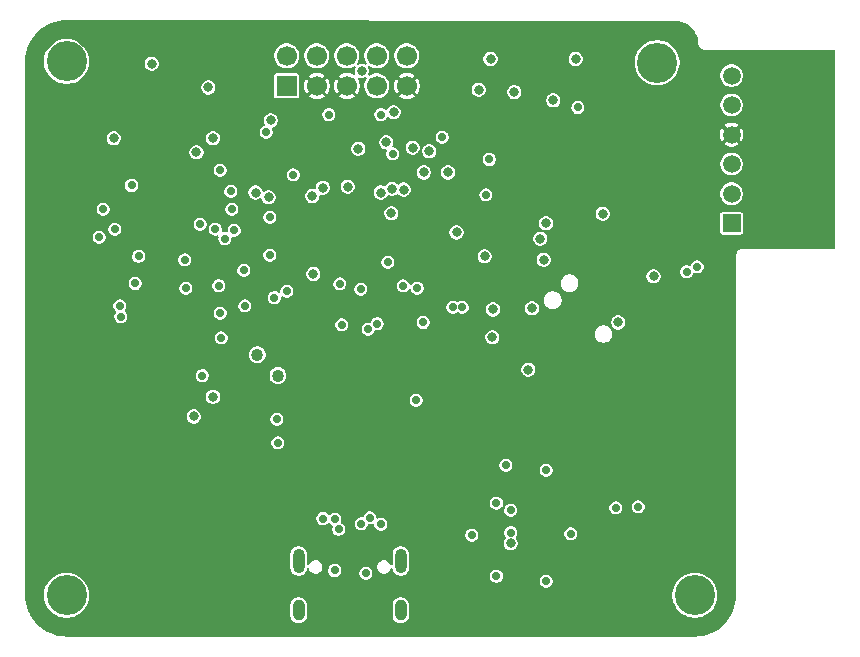
<source format=gbr>
%TF.GenerationSoftware,KiCad,Pcbnew,9.0.3*%
%TF.CreationDate,2026-02-24T03:06:21-05:00*%
%TF.ProjectId,ShamanLink_Rev1,5368616d-616e-44c6-996e-6b5f52657631,rev?*%
%TF.SameCoordinates,Original*%
%TF.FileFunction,Copper,L2,Inr*%
%TF.FilePolarity,Positive*%
%FSLAX46Y46*%
G04 Gerber Fmt 4.6, Leading zero omitted, Abs format (unit mm)*
G04 Created by KiCad (PCBNEW 9.0.3) date 2026-02-24 03:06:21*
%MOMM*%
%LPD*%
G01*
G04 APERTURE LIST*
%TA.AperFunction,ComponentPad*%
%ADD10O,1.000000X2.100000*%
%TD*%
%TA.AperFunction,ComponentPad*%
%ADD11O,1.000000X1.800000*%
%TD*%
%TA.AperFunction,ComponentPad*%
%ADD12C,3.400000*%
%TD*%
%TA.AperFunction,ComponentPad*%
%ADD13R,1.700000X1.700000*%
%TD*%
%TA.AperFunction,ComponentPad*%
%ADD14C,1.700000*%
%TD*%
%TA.AperFunction,ComponentPad*%
%ADD15C,1.030000*%
%TD*%
%TA.AperFunction,ComponentPad*%
%ADD16R,1.508000X1.508000*%
%TD*%
%TA.AperFunction,ComponentPad*%
%ADD17C,1.508000*%
%TD*%
%TA.AperFunction,ViaPad*%
%ADD18C,0.800000*%
%TD*%
%TA.AperFunction,ViaPad*%
%ADD19C,0.700000*%
%TD*%
G04 APERTURE END LIST*
D10*
%TO.N,Net-(J6-SHELL_GND)*%
%TO.C,J6*%
X100560000Y-113500000D03*
X109200000Y-113500000D03*
D11*
X100560000Y-117680000D03*
X109200000Y-117680000D03*
%TD*%
D12*
%TO.N,N/C*%
%TO.C,H4*%
X80900000Y-71200000D03*
%TD*%
D13*
%TO.N,+3.3V*%
%TO.C,J2*%
X99540000Y-73270000D03*
D14*
%TO.N,ProSWDIO*%
X99540000Y-70730000D03*
%TO.N,GND*%
X102080000Y-73270000D03*
%TO.N,ProSWDCLK*%
X102080000Y-70730000D03*
%TO.N,GND*%
X104619999Y-73270000D03*
%TO.N,PIO0_29*%
X104620000Y-70730000D03*
%TO.N,PIO0_30*%
X107160000Y-73270000D03*
%TO.N,ProISP*%
X107160000Y-70730000D03*
%TO.N,GND*%
X109700000Y-73270000D03*
%TO.N,ProRESET*%
X109700000Y-70730000D03*
%TD*%
D15*
%TO.N,CLOCK32M_N*%
%TO.C,Y1*%
X97032234Y-96032234D03*
%TO.N,CLOCK32M_P*%
X98800000Y-97800000D03*
%TD*%
D12*
%TO.N,N/C*%
%TO.C,H3*%
X134100000Y-116400000D03*
%TD*%
%TO.N,N/C*%
%TO.C,H1*%
X130900000Y-71300000D03*
%TD*%
D16*
%TO.N,+3.3V*%
%TO.C,J1*%
X137200000Y-84900000D03*
D17*
%TO.N,Net-(D2-A1)*%
X137200000Y-82400000D03*
%TO.N,Net-(D2-A2)*%
X137200000Y-79900000D03*
%TO.N,GND*%
X137200000Y-77400000D03*
%TO.N,unconnected-(J1-Pad5)*%
X137200000Y-74900000D03*
%TO.N,unconnected-(J1-Pad6)*%
X137200000Y-72400000D03*
%TD*%
D12*
%TO.N,N/C*%
%TO.C,H2*%
X80900000Y-116400000D03*
%TD*%
D18*
%TO.N,+3.3V*%
X118500000Y-112000000D03*
%TO.N,GND*%
X101400000Y-75200000D03*
D19*
X113000000Y-112600000D03*
X117100000Y-113600000D03*
X124300000Y-105900000D03*
X112200000Y-103400000D03*
X118100000Y-103900000D03*
X100800000Y-78000000D03*
X105200000Y-86400000D03*
X100200000Y-111700000D03*
X128100000Y-80900000D03*
X105600000Y-107500000D03*
X91800000Y-100100000D03*
X109400000Y-109700000D03*
X120400000Y-80700000D03*
X122500000Y-81700000D03*
X113300000Y-89200000D03*
X108500000Y-89800000D03*
D18*
X117900000Y-89300000D03*
X96200000Y-76800000D03*
D19*
X115000000Y-112600000D03*
X91900000Y-81700000D03*
X104400000Y-88300000D03*
X95400000Y-116900000D03*
X82400000Y-77700000D03*
X109400000Y-95500000D03*
X105200000Y-85500000D03*
X113400000Y-103900000D03*
X88800000Y-83700000D03*
X106200000Y-84600000D03*
X114300000Y-103900000D03*
D18*
X116800000Y-84900000D03*
D19*
X129500000Y-117900000D03*
X122500000Y-113500000D03*
X122500000Y-79700000D03*
X114600084Y-96700000D03*
X120400000Y-81600000D03*
X89700000Y-87900000D03*
X116500000Y-107900000D03*
X112600000Y-103900000D03*
X130300000Y-84900000D03*
X134900000Y-77100000D03*
X104400000Y-87300000D03*
X97900000Y-109400000D03*
D18*
X126600000Y-91900000D03*
D19*
X113100000Y-78700000D03*
X104400000Y-86400000D03*
X107100000Y-84600000D03*
X113000000Y-103400000D03*
X115400000Y-99900000D03*
X106049997Y-98100000D03*
X107195902Y-90456677D03*
X106800000Y-98100000D03*
X109400000Y-105300000D03*
D18*
X110000000Y-75700000D03*
X94400000Y-76800000D03*
D19*
X104400000Y-85500000D03*
X127000000Y-113700000D03*
X122600000Y-116700000D03*
X106200000Y-85500000D03*
X103200000Y-96500000D03*
X124900000Y-113800000D03*
D18*
X115900000Y-75600000D03*
D19*
X95400000Y-114800000D03*
X100800000Y-80100000D03*
X89300000Y-84500000D03*
X108537766Y-90551161D03*
X108400000Y-107900000D03*
X107100000Y-85500000D03*
D18*
X129200000Y-87900000D03*
D19*
X122500000Y-80600000D03*
X125800000Y-108700000D03*
X105200000Y-87300000D03*
X104900000Y-114600000D03*
D18*
X109307109Y-74792891D03*
D19*
X102400000Y-106400000D03*
X112200000Y-104400000D03*
X108600000Y-110600000D03*
X113800000Y-103400000D03*
X105200000Y-84600000D03*
X101900000Y-87900000D03*
X104400000Y-84600000D03*
X121400000Y-81700000D03*
X82000000Y-90600000D03*
X81600000Y-101600000D03*
X113800000Y-104400000D03*
X101400000Y-90500000D03*
X124300000Y-84300000D03*
X111100000Y-113000000D03*
X93900000Y-91200000D03*
X120700000Y-76600000D03*
X120400000Y-79700000D03*
X107100000Y-86400000D03*
X121400000Y-79700000D03*
X84200000Y-82400000D03*
X125700000Y-107600000D03*
X113000000Y-104400000D03*
D18*
X85300000Y-81100000D03*
X106750000Y-81596202D03*
D19*
X90675150Y-91725452D03*
D18*
X120300000Y-88900000D03*
X78900000Y-88100000D03*
D19*
X134900000Y-77900000D03*
D18*
X84700000Y-89900000D03*
D19*
X103000000Y-90400000D03*
X130300000Y-87000000D03*
X104851608Y-90416135D03*
X121400000Y-80700000D03*
X100600000Y-94100000D03*
X106200000Y-87300000D03*
D18*
X122100000Y-90000000D03*
D19*
X123000000Y-112500000D03*
X107100000Y-87300000D03*
D18*
X104369669Y-75830331D03*
D19*
X102500000Y-104900000D03*
D18*
X105900000Y-74900000D03*
D19*
X106200000Y-86400000D03*
X95800000Y-82600000D03*
X109700000Y-89237000D03*
%TO.N,Net-(U1-VBAT_DCDC)*%
X114400000Y-92000000D03*
X109400000Y-90200000D03*
X113600000Y-92000000D03*
X110600000Y-90400000D03*
%TO.N,Net-(U1-FB)*%
X106428254Y-93863047D03*
%TO.N,GNDA*%
X98100000Y-87600000D03*
X94300000Y-86200000D03*
%TO.N,Net-(J3-CLK)*%
X86700000Y-90000000D03*
X84000000Y-83700000D03*
%TO.N,Net-(J6-CC2)*%
X106250000Y-114550000D03*
%TO.N,Net-(J6-CC1)*%
X103600000Y-114300000D03*
%TO.N,Net-(U1-USB1_VBUS)*%
X105815998Y-90482820D03*
X104200000Y-93500000D03*
D18*
%TO.N,SWO*%
X107963191Y-78050000D03*
D19*
%TO.N,+5V*%
X98800000Y-103500000D03*
X118100000Y-105400000D03*
X110500000Y-99900000D03*
X98700000Y-101500000D03*
X121500000Y-105800000D03*
%TO.N,+3.3V*%
X112700000Y-77600000D03*
D18*
X91673654Y-101259441D03*
D19*
X94800000Y-82200000D03*
X123600000Y-111200000D03*
X133400000Y-89000000D03*
D18*
X124000000Y-71000000D03*
D19*
X118500000Y-111100000D03*
X108100000Y-88200000D03*
X87000000Y-87700000D03*
X124200000Y-75100000D03*
X98500000Y-91200000D03*
X97800000Y-77200000D03*
D18*
X88100000Y-71400000D03*
D19*
X103100003Y-75700000D03*
D18*
X108600000Y-75500000D03*
D19*
X134300000Y-88600000D03*
D18*
X104700000Y-81800000D03*
D19*
X93500000Y-85400000D03*
X85000000Y-85400000D03*
D18*
X92900000Y-73400000D03*
D19*
X93900000Y-92500000D03*
D18*
X113919669Y-85680331D03*
X98200000Y-76200000D03*
D19*
X96000000Y-91900000D03*
X90900000Y-88000000D03*
X111100000Y-93300000D03*
X95100000Y-85500000D03*
D18*
X115800000Y-73600000D03*
D19*
X107200000Y-93400000D03*
X86400000Y-81700000D03*
D18*
X84900000Y-77700000D03*
D19*
X92400000Y-97800000D03*
X107500000Y-75700000D03*
X85400000Y-91900000D03*
%TO.N,+3.3VA*%
X95900000Y-88887500D03*
%TO.N,3.3VUSB*%
X115200000Y-111300000D03*
X117300000Y-114800000D03*
%TO.N,3.3VTARGET*%
X118500000Y-109200000D03*
X127400000Y-109000000D03*
D18*
X120000000Y-97300000D03*
D19*
X117300000Y-108600000D03*
X129300000Y-108900000D03*
D18*
X127600000Y-93300000D03*
X130600000Y-89400000D03*
D19*
X121500000Y-115200000D03*
D18*
%TO.N,ProRESET*%
X116300000Y-87700000D03*
X111600000Y-78800000D03*
%TO.N,RS485TXLED*%
X96900000Y-82300000D03*
X91900000Y-78900000D03*
%TO.N,RS485RXLED*%
X98000000Y-82700000D03*
X93300000Y-77700000D03*
%TO.N,SDLED*%
X93299000Y-99599000D03*
X101800000Y-89200000D03*
D19*
%TO.N,PIO0_25*%
X108503760Y-79028016D03*
X100100000Y-80801000D03*
%TO.N,PIO0_8*%
X99550000Y-90650000D03*
X93784314Y-90184314D03*
%TO.N,PIO1_0*%
X92200000Y-85000000D03*
X98100000Y-84400000D03*
%TO.N,PIO0_24*%
X94900000Y-83700000D03*
D18*
X108400000Y-84050000D03*
%TO.N,PIO0_29*%
X105600000Y-78600000D03*
X105900000Y-72000000D03*
%TO.N,ProSWDIO*%
X101700000Y-82600000D03*
%TO.N,ProSWDCLK*%
X102600000Y-81900000D03*
%TO.N,ProISP*%
X110200000Y-78500000D03*
%TO.N,SWD_IO*%
X116950000Y-94550000D03*
X107500000Y-82300000D03*
D19*
%TO.N,PRESET*%
X104038362Y-90030602D03*
X94000000Y-94600000D03*
%TO.N,PIO0_13*%
X116400000Y-82500000D03*
X116700000Y-79500000D03*
D18*
%TO.N,PIO0_21*%
X111150000Y-80600000D03*
X121300000Y-88000000D03*
X113196496Y-80600000D03*
X109450000Y-82050000D03*
%TO.N,PIO1_2*%
X121000000Y-86200000D03*
%TO.N,SWD_CLK*%
X117000000Y-92200000D03*
X108451723Y-81991278D03*
D19*
%TO.N,Net-(J3-CMD)*%
X85500000Y-92800000D03*
X83671207Y-86080933D03*
%TO.N,Net-(CR3-Pad3)*%
X91000000Y-90400000D03*
X93900000Y-80400000D03*
%TO.N,Net-(J6-VBUS)*%
X107500000Y-110400000D03*
X102600000Y-109900000D03*
%TO.N,Net-(J6-DP1)*%
X105844975Y-110344975D03*
X103607857Y-109959626D03*
%TO.N,Net-(J6-DN1)*%
X103930001Y-110820848D03*
X106589444Y-109839238D03*
D18*
%TO.N,Net-(J5-SWO)*%
X120300000Y-92100000D03*
%TO.N,Net-(R25-Pad1)*%
X116800000Y-71000000D03*
X126300000Y-84100000D03*
%TO.N,Net-(R26-Pad1)*%
X118800000Y-73800000D03*
X121500000Y-84900000D03*
%TO.N,Net-(R27-Pad1)*%
X122100000Y-74500000D03*
%TD*%
%TA.AperFunction,Conductor*%
%TO.N,GND*%
G36*
X132433632Y-67800372D02*
G01*
X132434108Y-67800500D01*
X132496962Y-67800500D01*
X132503237Y-67800712D01*
X132741463Y-67816325D01*
X132754291Y-67818014D01*
X132985268Y-67863959D01*
X132997768Y-67867308D01*
X133031391Y-67878722D01*
X133220764Y-67943006D01*
X133232727Y-67947962D01*
X133443927Y-68052114D01*
X133455142Y-68058588D01*
X133650948Y-68189421D01*
X133661222Y-68197305D01*
X133838270Y-68352572D01*
X133847427Y-68361729D01*
X134002694Y-68538777D01*
X134010578Y-68549051D01*
X134141411Y-68744857D01*
X134147885Y-68756072D01*
X134252037Y-68967272D01*
X134256993Y-68979235D01*
X134332689Y-69202226D01*
X134336041Y-69214735D01*
X134381984Y-69445703D01*
X134383674Y-69458542D01*
X134399288Y-69696765D01*
X134399500Y-69703240D01*
X134399500Y-69765892D01*
X134408387Y-69799058D01*
X134433609Y-69893190D01*
X134499496Y-70007309D01*
X134499498Y-70007311D01*
X134499500Y-70007314D01*
X134592686Y-70100500D01*
X134592688Y-70100501D01*
X134592690Y-70100503D01*
X134706810Y-70166390D01*
X134706808Y-70166390D01*
X134706812Y-70166391D01*
X134706814Y-70166392D01*
X134834108Y-70200500D01*
X134965892Y-70200500D01*
X145900500Y-70200500D01*
X145958691Y-70219407D01*
X145994655Y-70268907D01*
X145999500Y-70299500D01*
X145999500Y-87000500D01*
X145980593Y-87058691D01*
X145931093Y-87094655D01*
X145900500Y-87099500D01*
X138165892Y-87099500D01*
X138034108Y-87099500D01*
X137956200Y-87120375D01*
X137906809Y-87133609D01*
X137792690Y-87199496D01*
X137699496Y-87292690D01*
X137633609Y-87406809D01*
X137599500Y-87534109D01*
X137599500Y-116397564D01*
X137599381Y-116402422D01*
X137582887Y-116738161D01*
X137581934Y-116747829D01*
X137532972Y-117077903D01*
X137531077Y-117087432D01*
X137449995Y-117411131D01*
X137447175Y-117420428D01*
X137334754Y-117734621D01*
X137331036Y-117743597D01*
X137188361Y-118045258D01*
X137183781Y-118053826D01*
X137012226Y-118340049D01*
X137006828Y-118348127D01*
X136808048Y-118616150D01*
X136801885Y-118623660D01*
X136577786Y-118870916D01*
X136570916Y-118877786D01*
X136323660Y-119101885D01*
X136316150Y-119108048D01*
X136048127Y-119306828D01*
X136040049Y-119312226D01*
X135753826Y-119483781D01*
X135745258Y-119488361D01*
X135443597Y-119631036D01*
X135434621Y-119634754D01*
X135120428Y-119747175D01*
X135111131Y-119749995D01*
X134787432Y-119831077D01*
X134777903Y-119832972D01*
X134447829Y-119881934D01*
X134438161Y-119882887D01*
X134102422Y-119899381D01*
X134097564Y-119899500D01*
X80902436Y-119899500D01*
X80897578Y-119899381D01*
X80561838Y-119882887D01*
X80552170Y-119881934D01*
X80222096Y-119832972D01*
X80212567Y-119831077D01*
X79888868Y-119749995D01*
X79879571Y-119747175D01*
X79565378Y-119634754D01*
X79556402Y-119631036D01*
X79254741Y-119488361D01*
X79246173Y-119483781D01*
X78959950Y-119312226D01*
X78951872Y-119306828D01*
X78683849Y-119108048D01*
X78676339Y-119101885D01*
X78429083Y-118877786D01*
X78422218Y-118870921D01*
X78198114Y-118623660D01*
X78191951Y-118616150D01*
X77993171Y-118348127D01*
X77987773Y-118340049D01*
X77964068Y-118300500D01*
X77816216Y-118053823D01*
X77811638Y-118045258D01*
X77782475Y-117983599D01*
X77668961Y-117743594D01*
X77665245Y-117734621D01*
X77637031Y-117655769D01*
X77552820Y-117420415D01*
X77550008Y-117411144D01*
X77468919Y-117087421D01*
X77467029Y-117077915D01*
X77418063Y-116747815D01*
X77417113Y-116738173D01*
X77400619Y-116402421D01*
X77400500Y-116397564D01*
X77400500Y-116275433D01*
X78999500Y-116275433D01*
X78999500Y-116524566D01*
X79032017Y-116771557D01*
X79032017Y-116771562D01*
X79032018Y-116771565D01*
X79079345Y-116948193D01*
X79096496Y-117012199D01*
X79096500Y-117012212D01*
X79191832Y-117242365D01*
X79191834Y-117242368D01*
X79191836Y-117242373D01*
X79268417Y-117375015D01*
X79316403Y-117458130D01*
X79468056Y-117655769D01*
X79468058Y-117655771D01*
X79468062Y-117655776D01*
X79644224Y-117831938D01*
X79644228Y-117831941D01*
X79644230Y-117831943D01*
X79841869Y-117983596D01*
X79841873Y-117983599D01*
X80057627Y-118108164D01*
X80287793Y-118203502D01*
X80528435Y-118267982D01*
X80775435Y-118300500D01*
X80775436Y-118300500D01*
X81024564Y-118300500D01*
X81024565Y-118300500D01*
X81271565Y-118267982D01*
X81512207Y-118203502D01*
X81742373Y-118108164D01*
X81958127Y-117983599D01*
X82155776Y-117831938D01*
X82331938Y-117655776D01*
X82483599Y-117458127D01*
X82608164Y-117242373D01*
X82621157Y-117211004D01*
X99859500Y-117211004D01*
X99859500Y-118148995D01*
X99886420Y-118284327D01*
X99886420Y-118284329D01*
X99939222Y-118411806D01*
X99939228Y-118411817D01*
X100015885Y-118526541D01*
X100113458Y-118624114D01*
X100228182Y-118700771D01*
X100228193Y-118700777D01*
X100275283Y-118720282D01*
X100355672Y-118753580D01*
X100491007Y-118780500D01*
X100491008Y-118780500D01*
X100628992Y-118780500D01*
X100628993Y-118780500D01*
X100764328Y-118753580D01*
X100891811Y-118700775D01*
X101006542Y-118624114D01*
X101104114Y-118526542D01*
X101180775Y-118411811D01*
X101233580Y-118284328D01*
X101260500Y-118148993D01*
X101260500Y-117211007D01*
X101260499Y-117211004D01*
X108499500Y-117211004D01*
X108499500Y-118148995D01*
X108526420Y-118284327D01*
X108526420Y-118284329D01*
X108579222Y-118411806D01*
X108579228Y-118411817D01*
X108655885Y-118526541D01*
X108753458Y-118624114D01*
X108868182Y-118700771D01*
X108868193Y-118700777D01*
X108915283Y-118720282D01*
X108995672Y-118753580D01*
X109131007Y-118780500D01*
X109131008Y-118780500D01*
X109268992Y-118780500D01*
X109268993Y-118780500D01*
X109404328Y-118753580D01*
X109531811Y-118700775D01*
X109646542Y-118624114D01*
X109744114Y-118526542D01*
X109820775Y-118411811D01*
X109873580Y-118284328D01*
X109900500Y-118148993D01*
X109900500Y-117211007D01*
X109873580Y-117075672D01*
X109820775Y-116948189D01*
X109820774Y-116948187D01*
X109820771Y-116948182D01*
X109744114Y-116833458D01*
X109646541Y-116735885D01*
X109531817Y-116659228D01*
X109531806Y-116659222D01*
X109404328Y-116606420D01*
X109268995Y-116579500D01*
X109268993Y-116579500D01*
X109131007Y-116579500D01*
X109131004Y-116579500D01*
X108995672Y-116606420D01*
X108995670Y-116606420D01*
X108868193Y-116659222D01*
X108868182Y-116659228D01*
X108753458Y-116735885D01*
X108655885Y-116833458D01*
X108579228Y-116948182D01*
X108579222Y-116948193D01*
X108526420Y-117075670D01*
X108526420Y-117075672D01*
X108499500Y-117211004D01*
X101260499Y-117211004D01*
X101233580Y-117075672D01*
X101180775Y-116948189D01*
X101180774Y-116948187D01*
X101180771Y-116948182D01*
X101104114Y-116833458D01*
X101006541Y-116735885D01*
X100891817Y-116659228D01*
X100891806Y-116659222D01*
X100764328Y-116606420D01*
X100628995Y-116579500D01*
X100628993Y-116579500D01*
X100491007Y-116579500D01*
X100491004Y-116579500D01*
X100355672Y-116606420D01*
X100355670Y-116606420D01*
X100228193Y-116659222D01*
X100228182Y-116659228D01*
X100113458Y-116735885D01*
X100015885Y-116833458D01*
X99939228Y-116948182D01*
X99939222Y-116948193D01*
X99886420Y-117075670D01*
X99886420Y-117075672D01*
X99859500Y-117211004D01*
X82621157Y-117211004D01*
X82703502Y-117012207D01*
X82767982Y-116771565D01*
X82800500Y-116524565D01*
X82800500Y-116275435D01*
X82800500Y-116275433D01*
X132199500Y-116275433D01*
X132199500Y-116524566D01*
X132232017Y-116771557D01*
X132232017Y-116771562D01*
X132232018Y-116771565D01*
X132279345Y-116948193D01*
X132296496Y-117012199D01*
X132296500Y-117012212D01*
X132391832Y-117242365D01*
X132391834Y-117242368D01*
X132391836Y-117242373D01*
X132468417Y-117375015D01*
X132516403Y-117458130D01*
X132668056Y-117655769D01*
X132668058Y-117655771D01*
X132668062Y-117655776D01*
X132844224Y-117831938D01*
X132844228Y-117831941D01*
X132844230Y-117831943D01*
X133041869Y-117983596D01*
X133041873Y-117983599D01*
X133257627Y-118108164D01*
X133487793Y-118203502D01*
X133728435Y-118267982D01*
X133975435Y-118300500D01*
X133975436Y-118300500D01*
X134224564Y-118300500D01*
X134224565Y-118300500D01*
X134471565Y-118267982D01*
X134712207Y-118203502D01*
X134942373Y-118108164D01*
X135158127Y-117983599D01*
X135355776Y-117831938D01*
X135531938Y-117655776D01*
X135683599Y-117458127D01*
X135808164Y-117242373D01*
X135903502Y-117012207D01*
X135967982Y-116771565D01*
X136000500Y-116524565D01*
X136000500Y-116275435D01*
X135967982Y-116028435D01*
X135903502Y-115787793D01*
X135808164Y-115557627D01*
X135683599Y-115341873D01*
X135630348Y-115272475D01*
X135531943Y-115144230D01*
X135531941Y-115144228D01*
X135531938Y-115144224D01*
X135355776Y-114968062D01*
X135355771Y-114968058D01*
X135355769Y-114968056D01*
X135158130Y-114816403D01*
X135158127Y-114816401D01*
X134942373Y-114691836D01*
X134942369Y-114691834D01*
X134942365Y-114691832D01*
X134712212Y-114596500D01*
X134712211Y-114596499D01*
X134712207Y-114596498D01*
X134471565Y-114532018D01*
X134471562Y-114532017D01*
X134471560Y-114532017D01*
X134224566Y-114499500D01*
X134224565Y-114499500D01*
X133975435Y-114499500D01*
X133975433Y-114499500D01*
X133728442Y-114532017D01*
X133728437Y-114532017D01*
X133487800Y-114596496D01*
X133487787Y-114596500D01*
X133257634Y-114691832D01*
X133041869Y-114816403D01*
X132844230Y-114968056D01*
X132668056Y-115144230D01*
X132516403Y-115341869D01*
X132391832Y-115557634D01*
X132296500Y-115787787D01*
X132296496Y-115787800D01*
X132232017Y-116028437D01*
X132232017Y-116028442D01*
X132199500Y-116275433D01*
X82800500Y-116275433D01*
X82767982Y-116028435D01*
X82703502Y-115787793D01*
X82608164Y-115557627D01*
X82483599Y-115341873D01*
X82430348Y-115272475D01*
X82331943Y-115144230D01*
X82331941Y-115144228D01*
X82331938Y-115144224D01*
X82155776Y-114968062D01*
X82155771Y-114968058D01*
X82155769Y-114968056D01*
X81958130Y-114816403D01*
X81958127Y-114816401D01*
X81742373Y-114691836D01*
X81742369Y-114691834D01*
X81742365Y-114691832D01*
X81512212Y-114596500D01*
X81512211Y-114596499D01*
X81512207Y-114596498D01*
X81271565Y-114532018D01*
X81271562Y-114532017D01*
X81271560Y-114532017D01*
X81024566Y-114499500D01*
X81024565Y-114499500D01*
X80775435Y-114499500D01*
X80775433Y-114499500D01*
X80528442Y-114532017D01*
X80528437Y-114532017D01*
X80287800Y-114596496D01*
X80287787Y-114596500D01*
X80057634Y-114691832D01*
X79841869Y-114816403D01*
X79644230Y-114968056D01*
X79468056Y-115144230D01*
X79316403Y-115341869D01*
X79191832Y-115557634D01*
X79096500Y-115787787D01*
X79096496Y-115787800D01*
X79032017Y-116028437D01*
X79032017Y-116028442D01*
X78999500Y-116275433D01*
X77400500Y-116275433D01*
X77400500Y-112881004D01*
X99859500Y-112881004D01*
X99859500Y-114118995D01*
X99886420Y-114254327D01*
X99886420Y-114254329D01*
X99939222Y-114381806D01*
X99939228Y-114381817D01*
X100015885Y-114496541D01*
X100113458Y-114594114D01*
X100228182Y-114670771D01*
X100228193Y-114670777D01*
X100267398Y-114687016D01*
X100355672Y-114723580D01*
X100491007Y-114750500D01*
X100491008Y-114750500D01*
X100628992Y-114750500D01*
X100628993Y-114750500D01*
X100764328Y-114723580D01*
X100891811Y-114670775D01*
X101006542Y-114594114D01*
X101104114Y-114496542D01*
X101180775Y-114381811D01*
X101233580Y-114254328D01*
X101248215Y-114180749D01*
X101278112Y-114127367D01*
X101333677Y-114101751D01*
X101393686Y-114113688D01*
X101435219Y-114158617D01*
X101440939Y-114174440D01*
X101449628Y-114206870D01*
X101453720Y-114222139D01*
X101529481Y-114353360D01*
X101529483Y-114353362D01*
X101529485Y-114353365D01*
X101636635Y-114460515D01*
X101636637Y-114460516D01*
X101636639Y-114460518D01*
X101767861Y-114536279D01*
X101767859Y-114536279D01*
X101767863Y-114536280D01*
X101767865Y-114536281D01*
X101914234Y-114575500D01*
X101914236Y-114575500D01*
X102065764Y-114575500D01*
X102065766Y-114575500D01*
X102212135Y-114536281D01*
X102212137Y-114536279D01*
X102212139Y-114536279D01*
X102343360Y-114460518D01*
X102343360Y-114460517D01*
X102343365Y-114460515D01*
X102450515Y-114353365D01*
X102523169Y-114227525D01*
X103049500Y-114227525D01*
X103049500Y-114372475D01*
X103077648Y-114477525D01*
X103087017Y-114512489D01*
X103159487Y-114638010D01*
X103159489Y-114638012D01*
X103159491Y-114638015D01*
X103261985Y-114740509D01*
X103261987Y-114740510D01*
X103261989Y-114740512D01*
X103387511Y-114812982D01*
X103387512Y-114812982D01*
X103387515Y-114812984D01*
X103527525Y-114850500D01*
X103527526Y-114850500D01*
X103672474Y-114850500D01*
X103672475Y-114850500D01*
X103812485Y-114812984D01*
X103812487Y-114812982D01*
X103812489Y-114812982D01*
X103938010Y-114740512D01*
X103938010Y-114740511D01*
X103938015Y-114740509D01*
X104040509Y-114638015D01*
X104112984Y-114512485D01*
X104122352Y-114477525D01*
X105699500Y-114477525D01*
X105699500Y-114622475D01*
X105726591Y-114723579D01*
X105737017Y-114762489D01*
X105809487Y-114888010D01*
X105809489Y-114888012D01*
X105809491Y-114888015D01*
X105911985Y-114990509D01*
X105911987Y-114990510D01*
X105911989Y-114990512D01*
X106037511Y-115062982D01*
X106037512Y-115062982D01*
X106037515Y-115062984D01*
X106177525Y-115100500D01*
X106177526Y-115100500D01*
X106322474Y-115100500D01*
X106322475Y-115100500D01*
X106462485Y-115062984D01*
X106462487Y-115062982D01*
X106462489Y-115062982D01*
X106588010Y-114990512D01*
X106588010Y-114990511D01*
X106588015Y-114990509D01*
X106690509Y-114888015D01*
X106705535Y-114861989D01*
X106762982Y-114762489D01*
X106762982Y-114762487D01*
X106762984Y-114762485D01*
X106800500Y-114622475D01*
X106800500Y-114477525D01*
X106762984Y-114337515D01*
X106762982Y-114337512D01*
X106762982Y-114337510D01*
X106690512Y-114211989D01*
X106690510Y-114211987D01*
X106690509Y-114211985D01*
X106588015Y-114109491D01*
X106588012Y-114109489D01*
X106588010Y-114109487D01*
X106462488Y-114037017D01*
X106462489Y-114037017D01*
X106448399Y-114033241D01*
X106322475Y-113999500D01*
X106177525Y-113999500D01*
X106125755Y-114013372D01*
X106037510Y-114037017D01*
X105911989Y-114109487D01*
X105809487Y-114211989D01*
X105737017Y-114337510D01*
X105727648Y-114372475D01*
X105699500Y-114477525D01*
X104122352Y-114477525D01*
X104126909Y-114460518D01*
X104130956Y-114445415D01*
X104130956Y-114445413D01*
X104147998Y-114381811D01*
X104150500Y-114372475D01*
X104150500Y-114227525D01*
X104112984Y-114087515D01*
X104112982Y-114087512D01*
X104112982Y-114087510D01*
X104040512Y-113961989D01*
X104040510Y-113961987D01*
X104040509Y-113961985D01*
X104002758Y-113924234D01*
X107194500Y-113924234D01*
X107194500Y-114075766D01*
X107229086Y-114204847D01*
X107233720Y-114222139D01*
X107309481Y-114353360D01*
X107309483Y-114353362D01*
X107309485Y-114353365D01*
X107416635Y-114460515D01*
X107416637Y-114460516D01*
X107416639Y-114460518D01*
X107547861Y-114536279D01*
X107547859Y-114536279D01*
X107547863Y-114536280D01*
X107547865Y-114536281D01*
X107694234Y-114575500D01*
X107694236Y-114575500D01*
X107845764Y-114575500D01*
X107845766Y-114575500D01*
X107992135Y-114536281D01*
X107992137Y-114536279D01*
X107992139Y-114536279D01*
X108123360Y-114460518D01*
X108123360Y-114460517D01*
X108123365Y-114460515D01*
X108230515Y-114353365D01*
X108306281Y-114222135D01*
X108319060Y-114174440D01*
X108352382Y-114123128D01*
X108409503Y-114101201D01*
X108468604Y-114117036D01*
X108507110Y-114164585D01*
X108511784Y-114180750D01*
X108526420Y-114254329D01*
X108579222Y-114381806D01*
X108579228Y-114381817D01*
X108655885Y-114496541D01*
X108753458Y-114594114D01*
X108868182Y-114670771D01*
X108868193Y-114670777D01*
X108907398Y-114687016D01*
X108995672Y-114723580D01*
X109131007Y-114750500D01*
X109131008Y-114750500D01*
X109268992Y-114750500D01*
X109268993Y-114750500D01*
X109384495Y-114727525D01*
X116749500Y-114727525D01*
X116749500Y-114872474D01*
X116787017Y-115012489D01*
X116859487Y-115138010D01*
X116859489Y-115138012D01*
X116859491Y-115138015D01*
X116961985Y-115240509D01*
X116961987Y-115240510D01*
X116961989Y-115240512D01*
X117087511Y-115312982D01*
X117087512Y-115312982D01*
X117087515Y-115312984D01*
X117227525Y-115350500D01*
X117227526Y-115350500D01*
X117372474Y-115350500D01*
X117372475Y-115350500D01*
X117512485Y-115312984D01*
X117512487Y-115312982D01*
X117512489Y-115312982D01*
X117638010Y-115240512D01*
X117638010Y-115240511D01*
X117638015Y-115240509D01*
X117740509Y-115138015D01*
X117746565Y-115127525D01*
X120949500Y-115127525D01*
X120949500Y-115272475D01*
X120968094Y-115341869D01*
X120987017Y-115412489D01*
X121059487Y-115538010D01*
X121059489Y-115538012D01*
X121059491Y-115538015D01*
X121161985Y-115640509D01*
X121161987Y-115640510D01*
X121161989Y-115640512D01*
X121287511Y-115712982D01*
X121287512Y-115712982D01*
X121287515Y-115712984D01*
X121427525Y-115750500D01*
X121427526Y-115750500D01*
X121572474Y-115750500D01*
X121572475Y-115750500D01*
X121712485Y-115712984D01*
X121712487Y-115712982D01*
X121712489Y-115712982D01*
X121838010Y-115640512D01*
X121838010Y-115640511D01*
X121838015Y-115640509D01*
X121940509Y-115538015D01*
X122012984Y-115412485D01*
X122050500Y-115272475D01*
X122050500Y-115127525D01*
X122012984Y-114987515D01*
X122012982Y-114987512D01*
X122012982Y-114987510D01*
X121940512Y-114861989D01*
X121940510Y-114861987D01*
X121940509Y-114861985D01*
X121838015Y-114759491D01*
X121838012Y-114759489D01*
X121838010Y-114759487D01*
X121712488Y-114687017D01*
X121712489Y-114687017D01*
X121651866Y-114670773D01*
X121572475Y-114649500D01*
X121427525Y-114649500D01*
X121365790Y-114666041D01*
X121287510Y-114687017D01*
X121161989Y-114759487D01*
X121059487Y-114861989D01*
X120987017Y-114987510D01*
X120986213Y-114990512D01*
X120949500Y-115127525D01*
X117746565Y-115127525D01*
X117762168Y-115100500D01*
X117778892Y-115071535D01*
X117799388Y-115036033D01*
X117812984Y-115012485D01*
X117850500Y-114872475D01*
X117850500Y-114727525D01*
X117812984Y-114587515D01*
X117812982Y-114587512D01*
X117812982Y-114587510D01*
X117740512Y-114461989D01*
X117740510Y-114461987D01*
X117740509Y-114461985D01*
X117638015Y-114359491D01*
X117638012Y-114359489D01*
X117638010Y-114359487D01*
X117512488Y-114287017D01*
X117512489Y-114287017D01*
X117482896Y-114279087D01*
X117372475Y-114249500D01*
X117227525Y-114249500D01*
X117165790Y-114266041D01*
X117087510Y-114287017D01*
X116961989Y-114359487D01*
X116859487Y-114461989D01*
X116787017Y-114587510D01*
X116749500Y-114727525D01*
X109384495Y-114727525D01*
X109404328Y-114723580D01*
X109531811Y-114670775D01*
X109646542Y-114594114D01*
X109744114Y-114496542D01*
X109820775Y-114381811D01*
X109873580Y-114254328D01*
X109900500Y-114118993D01*
X109900500Y-112881007D01*
X109873580Y-112745672D01*
X109820775Y-112618189D01*
X109820774Y-112618187D01*
X109820771Y-112618182D01*
X109744114Y-112503458D01*
X109646541Y-112405885D01*
X109531817Y-112329228D01*
X109531806Y-112329222D01*
X109404328Y-112276420D01*
X109268995Y-112249500D01*
X109268993Y-112249500D01*
X109131007Y-112249500D01*
X109131004Y-112249500D01*
X108995672Y-112276420D01*
X108995670Y-112276420D01*
X108868193Y-112329222D01*
X108868182Y-112329228D01*
X108753458Y-112405885D01*
X108655885Y-112503458D01*
X108579228Y-112618182D01*
X108579222Y-112618193D01*
X108526420Y-112745670D01*
X108526420Y-112745672D01*
X108499500Y-112881004D01*
X108499500Y-113746989D01*
X108480593Y-113805180D01*
X108431093Y-113841144D01*
X108369907Y-113841144D01*
X108320407Y-113805180D01*
X108309993Y-113783347D01*
X108308763Y-113783857D01*
X108306279Y-113777861D01*
X108230518Y-113646639D01*
X108230516Y-113646637D01*
X108230515Y-113646635D01*
X108123365Y-113539485D01*
X108123362Y-113539483D01*
X108123360Y-113539481D01*
X107992138Y-113463720D01*
X107992140Y-113463720D01*
X107935347Y-113448503D01*
X107845766Y-113424500D01*
X107694234Y-113424500D01*
X107604652Y-113448503D01*
X107547860Y-113463720D01*
X107416639Y-113539481D01*
X107309481Y-113646639D01*
X107233720Y-113777860D01*
X107219745Y-113830016D01*
X107194500Y-113924234D01*
X104002758Y-113924234D01*
X103938015Y-113859491D01*
X103938012Y-113859489D01*
X103938010Y-113859487D01*
X103812488Y-113787017D01*
X103812489Y-113787017D01*
X103778315Y-113777860D01*
X103672475Y-113749500D01*
X103527525Y-113749500D01*
X103465790Y-113766041D01*
X103387510Y-113787017D01*
X103261989Y-113859487D01*
X103159487Y-113961989D01*
X103087017Y-114087510D01*
X103067964Y-114158617D01*
X103049500Y-114227525D01*
X102523169Y-114227525D01*
X102526281Y-114222135D01*
X102565500Y-114075766D01*
X102565500Y-113924234D01*
X102526281Y-113777865D01*
X102526279Y-113777861D01*
X102526279Y-113777860D01*
X102450518Y-113646639D01*
X102450516Y-113646637D01*
X102450515Y-113646635D01*
X102343365Y-113539485D01*
X102343362Y-113539483D01*
X102343360Y-113539481D01*
X102212138Y-113463720D01*
X102212140Y-113463720D01*
X102155347Y-113448503D01*
X102065766Y-113424500D01*
X101914234Y-113424500D01*
X101824652Y-113448503D01*
X101767860Y-113463720D01*
X101636639Y-113539481D01*
X101529481Y-113646639D01*
X101453720Y-113777861D01*
X101451237Y-113783857D01*
X101448548Y-113782743D01*
X101421800Y-113823928D01*
X101364678Y-113845853D01*
X101305578Y-113830016D01*
X101267075Y-113782465D01*
X101260500Y-113746989D01*
X101260500Y-112881008D01*
X101260499Y-112881004D01*
X101233580Y-112745672D01*
X101180775Y-112618189D01*
X101180774Y-112618187D01*
X101180771Y-112618182D01*
X101104114Y-112503458D01*
X101006541Y-112405885D01*
X100891817Y-112329228D01*
X100891806Y-112329222D01*
X100764328Y-112276420D01*
X100628995Y-112249500D01*
X100628993Y-112249500D01*
X100491007Y-112249500D01*
X100491004Y-112249500D01*
X100355672Y-112276420D01*
X100355670Y-112276420D01*
X100228193Y-112329222D01*
X100228182Y-112329228D01*
X100113458Y-112405885D01*
X100015885Y-112503458D01*
X99939228Y-112618182D01*
X99939222Y-112618193D01*
X99886420Y-112745670D01*
X99886420Y-112745672D01*
X99859500Y-112881004D01*
X77400500Y-112881004D01*
X77400500Y-111920943D01*
X117899500Y-111920943D01*
X117899500Y-112079057D01*
X117940423Y-112231784D01*
X118019480Y-112368716D01*
X118131284Y-112480520D01*
X118268216Y-112559577D01*
X118420943Y-112600500D01*
X118420945Y-112600500D01*
X118579055Y-112600500D01*
X118579057Y-112600500D01*
X118731784Y-112559577D01*
X118868716Y-112480520D01*
X118980520Y-112368716D01*
X119059577Y-112231784D01*
X119100500Y-112079057D01*
X119100500Y-111920943D01*
X119059577Y-111768216D01*
X118980520Y-111631284D01*
X118933881Y-111584645D01*
X118906106Y-111530131D01*
X118915677Y-111469699D01*
X118933887Y-111444637D01*
X118934405Y-111444118D01*
X118940509Y-111438015D01*
X119000659Y-111333832D01*
X119012982Y-111312489D01*
X119012982Y-111312487D01*
X119012984Y-111312485D01*
X119050500Y-111172475D01*
X119050500Y-111127525D01*
X123049500Y-111127525D01*
X123049500Y-111272474D01*
X123087017Y-111412489D01*
X123159487Y-111538010D01*
X123159489Y-111538012D01*
X123159491Y-111538015D01*
X123261985Y-111640509D01*
X123261987Y-111640510D01*
X123261989Y-111640512D01*
X123387511Y-111712982D01*
X123387512Y-111712982D01*
X123387515Y-111712984D01*
X123527525Y-111750500D01*
X123527526Y-111750500D01*
X123672474Y-111750500D01*
X123672475Y-111750500D01*
X123812485Y-111712984D01*
X123812487Y-111712982D01*
X123812489Y-111712982D01*
X123938010Y-111640512D01*
X123938010Y-111640511D01*
X123938015Y-111640509D01*
X124040509Y-111538015D01*
X124053255Y-111515939D01*
X124112982Y-111412489D01*
X124112982Y-111412487D01*
X124112984Y-111412485D01*
X124150500Y-111272475D01*
X124150500Y-111127525D01*
X124112984Y-110987515D01*
X124112982Y-110987512D01*
X124112982Y-110987510D01*
X124040512Y-110861989D01*
X124040510Y-110861987D01*
X124040509Y-110861985D01*
X123938015Y-110759491D01*
X123938012Y-110759489D01*
X123938010Y-110759487D01*
X123812488Y-110687017D01*
X123812489Y-110687017D01*
X123709761Y-110659491D01*
X123672475Y-110649500D01*
X123527525Y-110649500D01*
X123490239Y-110659491D01*
X123387510Y-110687017D01*
X123261989Y-110759487D01*
X123159487Y-110861989D01*
X123087017Y-110987510D01*
X123049500Y-111127525D01*
X119050500Y-111127525D01*
X119050500Y-111027525D01*
X119012984Y-110887515D01*
X119012982Y-110887512D01*
X119012982Y-110887510D01*
X118940512Y-110761989D01*
X118940510Y-110761987D01*
X118940509Y-110761985D01*
X118838015Y-110659491D01*
X118838012Y-110659489D01*
X118838010Y-110659487D01*
X118712488Y-110587017D01*
X118712489Y-110587017D01*
X118659207Y-110572740D01*
X118572475Y-110549500D01*
X118427525Y-110549500D01*
X118365790Y-110566041D01*
X118287510Y-110587017D01*
X118161989Y-110659487D01*
X118059487Y-110761989D01*
X117987017Y-110887510D01*
X117949500Y-111027525D01*
X117949500Y-111172474D01*
X117987017Y-111312489D01*
X118059487Y-111438010D01*
X118059492Y-111438017D01*
X118066119Y-111444644D01*
X118093894Y-111499161D01*
X118084320Y-111559593D01*
X118066116Y-111584647D01*
X118019482Y-111631281D01*
X118019480Y-111631283D01*
X118019480Y-111631284D01*
X117940423Y-111768216D01*
X117899500Y-111920943D01*
X77400500Y-111920943D01*
X77400500Y-109827525D01*
X102049500Y-109827525D01*
X102049500Y-109972475D01*
X102079087Y-110082896D01*
X102087017Y-110112489D01*
X102159487Y-110238010D01*
X102159489Y-110238012D01*
X102159491Y-110238015D01*
X102261985Y-110340509D01*
X102261987Y-110340510D01*
X102261989Y-110340512D01*
X102387511Y-110412982D01*
X102387512Y-110412982D01*
X102387515Y-110412984D01*
X102527525Y-110450500D01*
X102527526Y-110450500D01*
X102672474Y-110450500D01*
X102672475Y-110450500D01*
X102812485Y-110412984D01*
X102812487Y-110412982D01*
X102812489Y-110412982D01*
X102938010Y-110340512D01*
X102938010Y-110340511D01*
X102938015Y-110340509D01*
X103007868Y-110270655D01*
X103062382Y-110242879D01*
X103122814Y-110252450D01*
X103163607Y-110291162D01*
X103167348Y-110297641D01*
X103269842Y-110400135D01*
X103269844Y-110400136D01*
X103269846Y-110400138D01*
X103384651Y-110466421D01*
X103425592Y-110511890D01*
X103431988Y-110572740D01*
X103420892Y-110601650D01*
X103417017Y-110608361D01*
X103379501Y-110748373D01*
X103379501Y-110893322D01*
X103417018Y-111033337D01*
X103489488Y-111158858D01*
X103489490Y-111158860D01*
X103489492Y-111158863D01*
X103591986Y-111261357D01*
X103591988Y-111261358D01*
X103591990Y-111261360D01*
X103717512Y-111333830D01*
X103717513Y-111333830D01*
X103717516Y-111333832D01*
X103857526Y-111371348D01*
X103857527Y-111371348D01*
X104002475Y-111371348D01*
X104002476Y-111371348D01*
X104142486Y-111333832D01*
X104142488Y-111333830D01*
X104142490Y-111333830D01*
X104268011Y-111261360D01*
X104268011Y-111261359D01*
X104268016Y-111261357D01*
X104301848Y-111227525D01*
X114649500Y-111227525D01*
X114649500Y-111372474D01*
X114687017Y-111512489D01*
X114759487Y-111638010D01*
X114759489Y-111638012D01*
X114759491Y-111638015D01*
X114861985Y-111740509D01*
X114861987Y-111740510D01*
X114861989Y-111740512D01*
X114987511Y-111812982D01*
X114987512Y-111812982D01*
X114987515Y-111812984D01*
X115127525Y-111850500D01*
X115127526Y-111850500D01*
X115272473Y-111850500D01*
X115272475Y-111850500D01*
X115412485Y-111812984D01*
X115412488Y-111812982D01*
X115412489Y-111812982D01*
X115538010Y-111740512D01*
X115538010Y-111740511D01*
X115538015Y-111740509D01*
X115640509Y-111638015D01*
X115702796Y-111530131D01*
X115712982Y-111512489D01*
X115712982Y-111512487D01*
X115712984Y-111512485D01*
X115750500Y-111372475D01*
X115750500Y-111227525D01*
X115712984Y-111087515D01*
X115712982Y-111087512D01*
X115712982Y-111087510D01*
X115640512Y-110961989D01*
X115640510Y-110961987D01*
X115640509Y-110961985D01*
X115538015Y-110859491D01*
X115538012Y-110859489D01*
X115538010Y-110859487D01*
X115412488Y-110787017D01*
X115412489Y-110787017D01*
X115382896Y-110779087D01*
X115272475Y-110749500D01*
X115127525Y-110749500D01*
X115090239Y-110759491D01*
X114987510Y-110787017D01*
X114861989Y-110859487D01*
X114759487Y-110961989D01*
X114687017Y-111087510D01*
X114649500Y-111227525D01*
X104301848Y-111227525D01*
X104370510Y-111158863D01*
X104442985Y-111033333D01*
X104480501Y-110893323D01*
X104480501Y-110748373D01*
X104442985Y-110608363D01*
X104442983Y-110608360D01*
X104442983Y-110608358D01*
X104370513Y-110482837D01*
X104370511Y-110482835D01*
X104370510Y-110482833D01*
X104268016Y-110380339D01*
X104268013Y-110380337D01*
X104268011Y-110380335D01*
X104218495Y-110351747D01*
X104153206Y-110314052D01*
X104115792Y-110272500D01*
X105294475Y-110272500D01*
X105294475Y-110417449D01*
X105331992Y-110557464D01*
X105404462Y-110682985D01*
X105404464Y-110682987D01*
X105404466Y-110682990D01*
X105506960Y-110785484D01*
X105506962Y-110785485D01*
X105506964Y-110785487D01*
X105632486Y-110857957D01*
X105632487Y-110857957D01*
X105632490Y-110857959D01*
X105772500Y-110895475D01*
X105772501Y-110895475D01*
X105917449Y-110895475D01*
X105917450Y-110895475D01*
X106057460Y-110857959D01*
X106057462Y-110857957D01*
X106057464Y-110857957D01*
X106182985Y-110785487D01*
X106182985Y-110785486D01*
X106182990Y-110785484D01*
X106285484Y-110682990D01*
X106357959Y-110557460D01*
X106384919Y-110456843D01*
X106418241Y-110405533D01*
X106475362Y-110383606D01*
X106506168Y-110386843D01*
X106516969Y-110389738D01*
X106661918Y-110389738D01*
X106661919Y-110389738D01*
X106801929Y-110352222D01*
X106801931Y-110352220D01*
X106801933Y-110352220D01*
X106807927Y-110349738D01*
X106808516Y-110351161D01*
X106860845Y-110340037D01*
X106916741Y-110364921D01*
X106947336Y-110417908D01*
X106949500Y-110438495D01*
X106949500Y-110472475D01*
X106970139Y-110549500D01*
X106987017Y-110612489D01*
X107059487Y-110738010D01*
X107059489Y-110738012D01*
X107059491Y-110738015D01*
X107161985Y-110840509D01*
X107161987Y-110840510D01*
X107161989Y-110840512D01*
X107287511Y-110912982D01*
X107287512Y-110912982D01*
X107287515Y-110912984D01*
X107427525Y-110950500D01*
X107427526Y-110950500D01*
X107572474Y-110950500D01*
X107572475Y-110950500D01*
X107712485Y-110912984D01*
X107712487Y-110912982D01*
X107712489Y-110912982D01*
X107838010Y-110840512D01*
X107838010Y-110840511D01*
X107838015Y-110840509D01*
X107940509Y-110738015D01*
X107969953Y-110687017D01*
X108012982Y-110612489D01*
X108012982Y-110612487D01*
X108012984Y-110612485D01*
X108050500Y-110472475D01*
X108050500Y-110327525D01*
X108012984Y-110187515D01*
X108012982Y-110187512D01*
X108012982Y-110187510D01*
X107940512Y-110061989D01*
X107940510Y-110061987D01*
X107940509Y-110061985D01*
X107838015Y-109959491D01*
X107838012Y-109959489D01*
X107838010Y-109959487D01*
X107712488Y-109887017D01*
X107712489Y-109887017D01*
X107665047Y-109874305D01*
X107572475Y-109849500D01*
X107427525Y-109849500D01*
X107365790Y-109866041D01*
X107287510Y-109887017D01*
X107281517Y-109889500D01*
X107280928Y-109888079D01*
X107228584Y-109899198D01*
X107172691Y-109874305D01*
X107142105Y-109821313D01*
X107139944Y-109800742D01*
X107139944Y-109766763D01*
X107125533Y-109712982D01*
X107102428Y-109626753D01*
X107102426Y-109626749D01*
X107102426Y-109626748D01*
X107029956Y-109501227D01*
X107029954Y-109501225D01*
X107029953Y-109501223D01*
X106927459Y-109398729D01*
X106927456Y-109398727D01*
X106927454Y-109398725D01*
X106801932Y-109326255D01*
X106801933Y-109326255D01*
X106772340Y-109318325D01*
X106661919Y-109288738D01*
X106516969Y-109288738D01*
X106455234Y-109305279D01*
X106376954Y-109326255D01*
X106251433Y-109398725D01*
X106148931Y-109501227D01*
X106076461Y-109626749D01*
X106076459Y-109626753D01*
X106049499Y-109727366D01*
X106016175Y-109778680D01*
X105959053Y-109800606D01*
X105928252Y-109797369D01*
X105917452Y-109794475D01*
X105917450Y-109794475D01*
X105772500Y-109794475D01*
X105749112Y-109800742D01*
X105632485Y-109831992D01*
X105506964Y-109904462D01*
X105404462Y-110006964D01*
X105331992Y-110132485D01*
X105294475Y-110272500D01*
X104115792Y-110272500D01*
X104112265Y-110268583D01*
X104105869Y-110207732D01*
X104116972Y-110178812D01*
X104120841Y-110172111D01*
X104158357Y-110032101D01*
X104158357Y-109887151D01*
X104120841Y-109747141D01*
X104120839Y-109747138D01*
X104120839Y-109747136D01*
X104048369Y-109621615D01*
X104048367Y-109621613D01*
X104048366Y-109621611D01*
X103945872Y-109519117D01*
X103945869Y-109519115D01*
X103945867Y-109519113D01*
X103820345Y-109446643D01*
X103820346Y-109446643D01*
X103790753Y-109438713D01*
X103680332Y-109409126D01*
X103535382Y-109409126D01*
X103473647Y-109425667D01*
X103395367Y-109446643D01*
X103269846Y-109519113D01*
X103269841Y-109519117D01*
X103199989Y-109588969D01*
X103145472Y-109616746D01*
X103085040Y-109607174D01*
X103044247Y-109568460D01*
X103040510Y-109561987D01*
X103040509Y-109561985D01*
X102938015Y-109459491D01*
X102938012Y-109459489D01*
X102938010Y-109459487D01*
X102812488Y-109387017D01*
X102812489Y-109387017D01*
X102782896Y-109379087D01*
X102672475Y-109349500D01*
X102527525Y-109349500D01*
X102465790Y-109366041D01*
X102387510Y-109387017D01*
X102261989Y-109459487D01*
X102159487Y-109561989D01*
X102087017Y-109687510D01*
X102076338Y-109727366D01*
X102049500Y-109827525D01*
X77400500Y-109827525D01*
X77400500Y-108527525D01*
X116749500Y-108527525D01*
X116749500Y-108672475D01*
X116753397Y-108687017D01*
X116787017Y-108812489D01*
X116859487Y-108938010D01*
X116859489Y-108938012D01*
X116859491Y-108938015D01*
X116961985Y-109040509D01*
X116961987Y-109040510D01*
X116961989Y-109040512D01*
X117087511Y-109112982D01*
X117087512Y-109112982D01*
X117087515Y-109112984D01*
X117227525Y-109150500D01*
X117227526Y-109150500D01*
X117372474Y-109150500D01*
X117372475Y-109150500D01*
X117458218Y-109127525D01*
X117949500Y-109127525D01*
X117949500Y-109272475D01*
X117967060Y-109338010D01*
X117987017Y-109412489D01*
X118059487Y-109538010D01*
X118059489Y-109538012D01*
X118059491Y-109538015D01*
X118161985Y-109640509D01*
X118161987Y-109640510D01*
X118161989Y-109640512D01*
X118287511Y-109712982D01*
X118287512Y-109712982D01*
X118287515Y-109712984D01*
X118427525Y-109750500D01*
X118427526Y-109750500D01*
X118572474Y-109750500D01*
X118572475Y-109750500D01*
X118712485Y-109712984D01*
X118712487Y-109712982D01*
X118712489Y-109712982D01*
X118838010Y-109640512D01*
X118838010Y-109640511D01*
X118838015Y-109640509D01*
X118940509Y-109538015D01*
X118985845Y-109459491D01*
X119012982Y-109412489D01*
X119012982Y-109412487D01*
X119012984Y-109412485D01*
X119050500Y-109272475D01*
X119050500Y-109127525D01*
X119012984Y-108987515D01*
X119012982Y-108987512D01*
X119012982Y-108987510D01*
X119003182Y-108970536D01*
X118978349Y-108927525D01*
X126849500Y-108927525D01*
X126849500Y-109072475D01*
X126864251Y-109127525D01*
X126887017Y-109212489D01*
X126959487Y-109338010D01*
X126959489Y-109338012D01*
X126959491Y-109338015D01*
X127061985Y-109440509D01*
X127061987Y-109440510D01*
X127061989Y-109440512D01*
X127187511Y-109512982D01*
X127187512Y-109512982D01*
X127187515Y-109512984D01*
X127327525Y-109550500D01*
X127327526Y-109550500D01*
X127472474Y-109550500D01*
X127472475Y-109550500D01*
X127612485Y-109512984D01*
X127612487Y-109512982D01*
X127612489Y-109512982D01*
X127738010Y-109440512D01*
X127738010Y-109440511D01*
X127738015Y-109440509D01*
X127840509Y-109338015D01*
X127912984Y-109212485D01*
X127950500Y-109072475D01*
X127950500Y-108927525D01*
X127923705Y-108827525D01*
X128749500Y-108827525D01*
X128749500Y-108972474D01*
X128787017Y-109112489D01*
X128859487Y-109238010D01*
X128859489Y-109238012D01*
X128859491Y-109238015D01*
X128961985Y-109340509D01*
X128961987Y-109340510D01*
X128961989Y-109340512D01*
X129087511Y-109412982D01*
X129087512Y-109412982D01*
X129087515Y-109412984D01*
X129227525Y-109450500D01*
X129227526Y-109450500D01*
X129372474Y-109450500D01*
X129372475Y-109450500D01*
X129512485Y-109412984D01*
X129512487Y-109412982D01*
X129512489Y-109412982D01*
X129638010Y-109340512D01*
X129638010Y-109340511D01*
X129638015Y-109340509D01*
X129740509Y-109238015D01*
X129740512Y-109238010D01*
X129812982Y-109112489D01*
X129812982Y-109112487D01*
X129812984Y-109112485D01*
X129850500Y-108972475D01*
X129850500Y-108827525D01*
X129812984Y-108687515D01*
X129812982Y-108687512D01*
X129812982Y-108687510D01*
X129740512Y-108561989D01*
X129740510Y-108561987D01*
X129740509Y-108561985D01*
X129638015Y-108459491D01*
X129638012Y-108459489D01*
X129638010Y-108459487D01*
X129512488Y-108387017D01*
X129512489Y-108387017D01*
X129482896Y-108379087D01*
X129372475Y-108349500D01*
X129227525Y-108349500D01*
X129165790Y-108366041D01*
X129087510Y-108387017D01*
X128961989Y-108459487D01*
X128859487Y-108561989D01*
X128787017Y-108687510D01*
X128749500Y-108827525D01*
X127923705Y-108827525D01*
X127912984Y-108787515D01*
X127912982Y-108787512D01*
X127912982Y-108787510D01*
X127840512Y-108661989D01*
X127840510Y-108661987D01*
X127840509Y-108661985D01*
X127738015Y-108559491D01*
X127738012Y-108559489D01*
X127738010Y-108559487D01*
X127612488Y-108487017D01*
X127612489Y-108487017D01*
X127509761Y-108459491D01*
X127472475Y-108449500D01*
X127327525Y-108449500D01*
X127290239Y-108459491D01*
X127187510Y-108487017D01*
X127061989Y-108559487D01*
X126959487Y-108661989D01*
X126887017Y-108787510D01*
X126849501Y-108927522D01*
X126849500Y-108927525D01*
X118978349Y-108927525D01*
X118940512Y-108861989D01*
X118940510Y-108861987D01*
X118940509Y-108861985D01*
X118838015Y-108759491D01*
X118838012Y-108759489D01*
X118838010Y-108759487D01*
X118712488Y-108687017D01*
X118712489Y-108687017D01*
X118658214Y-108672474D01*
X118572475Y-108649500D01*
X118427525Y-108649500D01*
X118380931Y-108661985D01*
X118287510Y-108687017D01*
X118161989Y-108759487D01*
X118059487Y-108861989D01*
X117987017Y-108987510D01*
X117987016Y-108987515D01*
X117949500Y-109127525D01*
X117458218Y-109127525D01*
X117512485Y-109112984D01*
X117512487Y-109112982D01*
X117512489Y-109112982D01*
X117638008Y-109040513D01*
X117638007Y-109040513D01*
X117638015Y-109040509D01*
X117740509Y-108938015D01*
X117740512Y-108938010D01*
X117812982Y-108812489D01*
X117812982Y-108812487D01*
X117812984Y-108812485D01*
X117850500Y-108672475D01*
X117850500Y-108527525D01*
X117812984Y-108387515D01*
X117812982Y-108387512D01*
X117812982Y-108387510D01*
X117740512Y-108261989D01*
X117740510Y-108261987D01*
X117740509Y-108261985D01*
X117638015Y-108159491D01*
X117638012Y-108159489D01*
X117638010Y-108159487D01*
X117512488Y-108087017D01*
X117512489Y-108087017D01*
X117482896Y-108079087D01*
X117372475Y-108049500D01*
X117227525Y-108049500D01*
X117165790Y-108066041D01*
X117087510Y-108087017D01*
X116961989Y-108159487D01*
X116859487Y-108261989D01*
X116787017Y-108387510D01*
X116787016Y-108387515D01*
X116749500Y-108527525D01*
X77400500Y-108527525D01*
X77400500Y-105327525D01*
X117549500Y-105327525D01*
X117549500Y-105472474D01*
X117587017Y-105612489D01*
X117659487Y-105738010D01*
X117659489Y-105738012D01*
X117659491Y-105738015D01*
X117761985Y-105840509D01*
X117761987Y-105840510D01*
X117761989Y-105840512D01*
X117887511Y-105912982D01*
X117887512Y-105912982D01*
X117887515Y-105912984D01*
X118027525Y-105950500D01*
X118027526Y-105950500D01*
X118172474Y-105950500D01*
X118172475Y-105950500D01*
X118312485Y-105912984D01*
X118312487Y-105912982D01*
X118312489Y-105912982D01*
X118438010Y-105840512D01*
X118438010Y-105840511D01*
X118438015Y-105840509D01*
X118540509Y-105738015D01*
X118546565Y-105727525D01*
X120949500Y-105727525D01*
X120949500Y-105872475D01*
X120970407Y-105950500D01*
X120987017Y-106012489D01*
X121059487Y-106138010D01*
X121059489Y-106138012D01*
X121059491Y-106138015D01*
X121161985Y-106240509D01*
X121161987Y-106240510D01*
X121161989Y-106240512D01*
X121287511Y-106312982D01*
X121287512Y-106312982D01*
X121287515Y-106312984D01*
X121427525Y-106350500D01*
X121427526Y-106350500D01*
X121572474Y-106350500D01*
X121572475Y-106350500D01*
X121712485Y-106312984D01*
X121712487Y-106312982D01*
X121712489Y-106312982D01*
X121838010Y-106240512D01*
X121838010Y-106240511D01*
X121838015Y-106240509D01*
X121940509Y-106138015D01*
X122012984Y-106012485D01*
X122050500Y-105872475D01*
X122050500Y-105727525D01*
X122012984Y-105587515D01*
X122012982Y-105587512D01*
X122012982Y-105587510D01*
X121940512Y-105461989D01*
X121940510Y-105461987D01*
X121940509Y-105461985D01*
X121838015Y-105359491D01*
X121838012Y-105359489D01*
X121838010Y-105359487D01*
X121712488Y-105287017D01*
X121712489Y-105287017D01*
X121682896Y-105279087D01*
X121572475Y-105249500D01*
X121427525Y-105249500D01*
X121365790Y-105266041D01*
X121287510Y-105287017D01*
X121161989Y-105359487D01*
X121059487Y-105461989D01*
X120987017Y-105587510D01*
X120987016Y-105587515D01*
X120949500Y-105727525D01*
X118546565Y-105727525D01*
X118561030Y-105702471D01*
X118578892Y-105671535D01*
X118599388Y-105636033D01*
X118612984Y-105612485D01*
X118650500Y-105472475D01*
X118650500Y-105327525D01*
X118612984Y-105187515D01*
X118612982Y-105187512D01*
X118612982Y-105187510D01*
X118540512Y-105061989D01*
X118540510Y-105061987D01*
X118540509Y-105061985D01*
X118438015Y-104959491D01*
X118438012Y-104959489D01*
X118438010Y-104959487D01*
X118312488Y-104887017D01*
X118312489Y-104887017D01*
X118282896Y-104879087D01*
X118172475Y-104849500D01*
X118027525Y-104849500D01*
X117965790Y-104866041D01*
X117887510Y-104887017D01*
X117761989Y-104959487D01*
X117659487Y-105061989D01*
X117587017Y-105187510D01*
X117549500Y-105327525D01*
X77400500Y-105327525D01*
X77400500Y-103427525D01*
X98249500Y-103427525D01*
X98249500Y-103572474D01*
X98287017Y-103712489D01*
X98359487Y-103838010D01*
X98359489Y-103838012D01*
X98359491Y-103838015D01*
X98461985Y-103940509D01*
X98461987Y-103940510D01*
X98461989Y-103940512D01*
X98587511Y-104012982D01*
X98587512Y-104012982D01*
X98587515Y-104012984D01*
X98727525Y-104050500D01*
X98727526Y-104050500D01*
X98872474Y-104050500D01*
X98872475Y-104050500D01*
X99012485Y-104012984D01*
X99012487Y-104012982D01*
X99012489Y-104012982D01*
X99138010Y-103940512D01*
X99138010Y-103940511D01*
X99138015Y-103940509D01*
X99240509Y-103838015D01*
X99312984Y-103712485D01*
X99350500Y-103572475D01*
X99350500Y-103427525D01*
X99312984Y-103287515D01*
X99312982Y-103287512D01*
X99312982Y-103287510D01*
X99240512Y-103161989D01*
X99240510Y-103161987D01*
X99240509Y-103161985D01*
X99138015Y-103059491D01*
X99138012Y-103059489D01*
X99138010Y-103059487D01*
X99012488Y-102987017D01*
X99012489Y-102987017D01*
X98982896Y-102979087D01*
X98872475Y-102949500D01*
X98727525Y-102949500D01*
X98665790Y-102966041D01*
X98587510Y-102987017D01*
X98461989Y-103059487D01*
X98359487Y-103161989D01*
X98287017Y-103287510D01*
X98249500Y-103427525D01*
X77400500Y-103427525D01*
X77400500Y-101180384D01*
X91073154Y-101180384D01*
X91073154Y-101338498D01*
X91114077Y-101491225D01*
X91193134Y-101628157D01*
X91304938Y-101739961D01*
X91441870Y-101819018D01*
X91594597Y-101859941D01*
X91594599Y-101859941D01*
X91752709Y-101859941D01*
X91752711Y-101859941D01*
X91905438Y-101819018D01*
X92042370Y-101739961D01*
X92154174Y-101628157D01*
X92233231Y-101491225D01*
X92250299Y-101427525D01*
X98149500Y-101427525D01*
X98149500Y-101572474D01*
X98187017Y-101712489D01*
X98259487Y-101838010D01*
X98259489Y-101838012D01*
X98259491Y-101838015D01*
X98361985Y-101940509D01*
X98361987Y-101940510D01*
X98361989Y-101940512D01*
X98487511Y-102012982D01*
X98487512Y-102012982D01*
X98487515Y-102012984D01*
X98627525Y-102050500D01*
X98627526Y-102050500D01*
X98772474Y-102050500D01*
X98772475Y-102050500D01*
X98912485Y-102012984D01*
X98912487Y-102012982D01*
X98912489Y-102012982D01*
X99038010Y-101940512D01*
X99038010Y-101940511D01*
X99038015Y-101940509D01*
X99140509Y-101838015D01*
X99197121Y-101739961D01*
X99212982Y-101712489D01*
X99212982Y-101712487D01*
X99212984Y-101712485D01*
X99250500Y-101572475D01*
X99250500Y-101427525D01*
X99212984Y-101287515D01*
X99212982Y-101287512D01*
X99212982Y-101287510D01*
X99140512Y-101161989D01*
X99140510Y-101161987D01*
X99140509Y-101161985D01*
X99038015Y-101059491D01*
X99038012Y-101059489D01*
X99038010Y-101059487D01*
X98912488Y-100987017D01*
X98912489Y-100987017D01*
X98882896Y-100979087D01*
X98772475Y-100949500D01*
X98627525Y-100949500D01*
X98565790Y-100966041D01*
X98487510Y-100987017D01*
X98361989Y-101059487D01*
X98259487Y-101161989D01*
X98187017Y-101287510D01*
X98149500Y-101427525D01*
X92250299Y-101427525D01*
X92274154Y-101338498D01*
X92274154Y-101180384D01*
X92233231Y-101027657D01*
X92154174Y-100890725D01*
X92042370Y-100778921D01*
X91905438Y-100699864D01*
X91752711Y-100658941D01*
X91594597Y-100658941D01*
X91441870Y-100699864D01*
X91304938Y-100778921D01*
X91193134Y-100890725D01*
X91114077Y-101027657D01*
X91073154Y-101180384D01*
X77400500Y-101180384D01*
X77400500Y-99519943D01*
X92698500Y-99519943D01*
X92698500Y-99678057D01*
X92739423Y-99830784D01*
X92818480Y-99967716D01*
X92930284Y-100079520D01*
X93067216Y-100158577D01*
X93219943Y-100199500D01*
X93219945Y-100199500D01*
X93378055Y-100199500D01*
X93378057Y-100199500D01*
X93530784Y-100158577D01*
X93667716Y-100079520D01*
X93779520Y-99967716D01*
X93858577Y-99830784D01*
X93859450Y-99827525D01*
X109949500Y-99827525D01*
X109949500Y-99972474D01*
X109987017Y-100112489D01*
X110059487Y-100238010D01*
X110059489Y-100238012D01*
X110059491Y-100238015D01*
X110161985Y-100340509D01*
X110161987Y-100340510D01*
X110161989Y-100340512D01*
X110287511Y-100412982D01*
X110287512Y-100412982D01*
X110287515Y-100412984D01*
X110427525Y-100450500D01*
X110427526Y-100450500D01*
X110572474Y-100450500D01*
X110572475Y-100450500D01*
X110712485Y-100412984D01*
X110712487Y-100412982D01*
X110712489Y-100412982D01*
X110838010Y-100340512D01*
X110838010Y-100340511D01*
X110838015Y-100340509D01*
X110940509Y-100238015D01*
X110986373Y-100158577D01*
X111012982Y-100112489D01*
X111012982Y-100112487D01*
X111012984Y-100112485D01*
X111050500Y-99972475D01*
X111050500Y-99827525D01*
X111012984Y-99687515D01*
X111012982Y-99687512D01*
X111012982Y-99687510D01*
X110940512Y-99561989D01*
X110940510Y-99561987D01*
X110940509Y-99561985D01*
X110838015Y-99459491D01*
X110838012Y-99459489D01*
X110838010Y-99459487D01*
X110712488Y-99387017D01*
X110712489Y-99387017D01*
X110638591Y-99367216D01*
X110572475Y-99349500D01*
X110427525Y-99349500D01*
X110365790Y-99366041D01*
X110287510Y-99387017D01*
X110161989Y-99459487D01*
X110059487Y-99561989D01*
X109987017Y-99687510D01*
X109949500Y-99827525D01*
X93859450Y-99827525D01*
X93899500Y-99678057D01*
X93899500Y-99519943D01*
X93858577Y-99367216D01*
X93779520Y-99230284D01*
X93667716Y-99118480D01*
X93530784Y-99039423D01*
X93378057Y-98998500D01*
X93219943Y-98998500D01*
X93067216Y-99039423D01*
X92930284Y-99118480D01*
X92818480Y-99230284D01*
X92739423Y-99367216D01*
X92698500Y-99519943D01*
X77400500Y-99519943D01*
X77400500Y-97727525D01*
X91849500Y-97727525D01*
X91849500Y-97872475D01*
X91879087Y-97982896D01*
X91887017Y-98012489D01*
X91959487Y-98138010D01*
X91959489Y-98138012D01*
X91959491Y-98138015D01*
X92061985Y-98240509D01*
X92061987Y-98240510D01*
X92061989Y-98240512D01*
X92187511Y-98312982D01*
X92187512Y-98312982D01*
X92187515Y-98312984D01*
X92327525Y-98350500D01*
X92327526Y-98350500D01*
X92472474Y-98350500D01*
X92472475Y-98350500D01*
X92612485Y-98312984D01*
X92612487Y-98312982D01*
X92612489Y-98312982D01*
X92738010Y-98240512D01*
X92738010Y-98240511D01*
X92738015Y-98240509D01*
X92840509Y-98138015D01*
X92912984Y-98012485D01*
X92950500Y-97872475D01*
X92950500Y-97729526D01*
X98084500Y-97729526D01*
X98084500Y-97870473D01*
X98111995Y-98008702D01*
X98165931Y-98138914D01*
X98165935Y-98138923D01*
X98231154Y-98236529D01*
X98244235Y-98256105D01*
X98343895Y-98355765D01*
X98382780Y-98381747D01*
X98461076Y-98434064D01*
X98461082Y-98434066D01*
X98461084Y-98434068D01*
X98591296Y-98488004D01*
X98729529Y-98515500D01*
X98729530Y-98515500D01*
X98870470Y-98515500D01*
X98870471Y-98515500D01*
X99008704Y-98488004D01*
X99138916Y-98434068D01*
X99138919Y-98434065D01*
X99138923Y-98434064D01*
X99178334Y-98407729D01*
X99256105Y-98355765D01*
X99355765Y-98256105D01*
X99407729Y-98178334D01*
X99434064Y-98138923D01*
X99434065Y-98138919D01*
X99434068Y-98138916D01*
X99488004Y-98008704D01*
X99515500Y-97870471D01*
X99515500Y-97729529D01*
X99488004Y-97591296D01*
X99434068Y-97461084D01*
X99434066Y-97461082D01*
X99434064Y-97461076D01*
X99379258Y-97379055D01*
X99355765Y-97343895D01*
X99256105Y-97244235D01*
X99236529Y-97231154D01*
X99221247Y-97220943D01*
X119399500Y-97220943D01*
X119399500Y-97379057D01*
X119440423Y-97531784D01*
X119519480Y-97668716D01*
X119631284Y-97780520D01*
X119768216Y-97859577D01*
X119920943Y-97900500D01*
X119920945Y-97900500D01*
X120079055Y-97900500D01*
X120079057Y-97900500D01*
X120231784Y-97859577D01*
X120368716Y-97780520D01*
X120480520Y-97668716D01*
X120559577Y-97531784D01*
X120600500Y-97379057D01*
X120600500Y-97220943D01*
X120559577Y-97068216D01*
X120480520Y-96931284D01*
X120368716Y-96819480D01*
X120231784Y-96740423D01*
X120079057Y-96699500D01*
X119920943Y-96699500D01*
X119768216Y-96740423D01*
X119631284Y-96819480D01*
X119519480Y-96931284D01*
X119440423Y-97068216D01*
X119399500Y-97220943D01*
X99221247Y-97220943D01*
X99138923Y-97165935D01*
X99138914Y-97165931D01*
X99008702Y-97111995D01*
X98870473Y-97084500D01*
X98870471Y-97084500D01*
X98729529Y-97084500D01*
X98729526Y-97084500D01*
X98591297Y-97111995D01*
X98461085Y-97165931D01*
X98461076Y-97165935D01*
X98343896Y-97244234D01*
X98244234Y-97343896D01*
X98165935Y-97461076D01*
X98165931Y-97461085D01*
X98111995Y-97591297D01*
X98084500Y-97729526D01*
X92950500Y-97729526D01*
X92950500Y-97727525D01*
X92912984Y-97587515D01*
X92912982Y-97587512D01*
X92912982Y-97587510D01*
X92840512Y-97461989D01*
X92840510Y-97461987D01*
X92840509Y-97461985D01*
X92738015Y-97359491D01*
X92738012Y-97359489D01*
X92738010Y-97359487D01*
X92612488Y-97287017D01*
X92612489Y-97287017D01*
X92582896Y-97279087D01*
X92472475Y-97249500D01*
X92327525Y-97249500D01*
X92265790Y-97266041D01*
X92187510Y-97287017D01*
X92061989Y-97359487D01*
X91959487Y-97461989D01*
X91887017Y-97587510D01*
X91865258Y-97668715D01*
X91849500Y-97727525D01*
X77400500Y-97727525D01*
X77400500Y-95961760D01*
X96316734Y-95961760D01*
X96316734Y-96102707D01*
X96344229Y-96240936D01*
X96398165Y-96371148D01*
X96398169Y-96371157D01*
X96463388Y-96468763D01*
X96476469Y-96488339D01*
X96576129Y-96587999D01*
X96615014Y-96613981D01*
X96693310Y-96666298D01*
X96693316Y-96666300D01*
X96693318Y-96666302D01*
X96823530Y-96720238D01*
X96961763Y-96747734D01*
X96961764Y-96747734D01*
X97102704Y-96747734D01*
X97102705Y-96747734D01*
X97240938Y-96720238D01*
X97371150Y-96666302D01*
X97371153Y-96666299D01*
X97371157Y-96666298D01*
X97410568Y-96639963D01*
X97488339Y-96587999D01*
X97587999Y-96488339D01*
X97639963Y-96410568D01*
X97666298Y-96371157D01*
X97666299Y-96371153D01*
X97666302Y-96371150D01*
X97720238Y-96240938D01*
X97747734Y-96102705D01*
X97747734Y-95961763D01*
X97720238Y-95823530D01*
X97666302Y-95693318D01*
X97666300Y-95693316D01*
X97666298Y-95693310D01*
X97613981Y-95615014D01*
X97587999Y-95576129D01*
X97488339Y-95476469D01*
X97468763Y-95463388D01*
X97371157Y-95398169D01*
X97371148Y-95398165D01*
X97240936Y-95344229D01*
X97102707Y-95316734D01*
X97102705Y-95316734D01*
X96961763Y-95316734D01*
X96961760Y-95316734D01*
X96823531Y-95344229D01*
X96693319Y-95398165D01*
X96693310Y-95398169D01*
X96576130Y-95476468D01*
X96476468Y-95576130D01*
X96398169Y-95693310D01*
X96398165Y-95693319D01*
X96344229Y-95823531D01*
X96316734Y-95961760D01*
X77400500Y-95961760D01*
X77400500Y-94527525D01*
X93449500Y-94527525D01*
X93449500Y-94672474D01*
X93487017Y-94812489D01*
X93559487Y-94938010D01*
X93559489Y-94938012D01*
X93559491Y-94938015D01*
X93661985Y-95040509D01*
X93661987Y-95040510D01*
X93661989Y-95040512D01*
X93787511Y-95112982D01*
X93787512Y-95112982D01*
X93787515Y-95112984D01*
X93927525Y-95150500D01*
X93927526Y-95150500D01*
X94072474Y-95150500D01*
X94072475Y-95150500D01*
X94212485Y-95112984D01*
X94212487Y-95112982D01*
X94212489Y-95112982D01*
X94338010Y-95040512D01*
X94338010Y-95040511D01*
X94338015Y-95040509D01*
X94440509Y-94938015D01*
X94485817Y-94859540D01*
X94512982Y-94812489D01*
X94512982Y-94812487D01*
X94512984Y-94812485D01*
X94550500Y-94672475D01*
X94550500Y-94527525D01*
X94535339Y-94470943D01*
X116349500Y-94470943D01*
X116349500Y-94629057D01*
X116390423Y-94781784D01*
X116469480Y-94918716D01*
X116581284Y-95030520D01*
X116718216Y-95109577D01*
X116870943Y-95150500D01*
X116870945Y-95150500D01*
X117029055Y-95150500D01*
X117029057Y-95150500D01*
X117181784Y-95109577D01*
X117318716Y-95030520D01*
X117430520Y-94918716D01*
X117509577Y-94781784D01*
X117550500Y-94629057D01*
X117550500Y-94470943D01*
X117509577Y-94318216D01*
X117445241Y-94206782D01*
X125624640Y-94206782D01*
X125624640Y-94353697D01*
X125653300Y-94497781D01*
X125653300Y-94497783D01*
X125709518Y-94633506D01*
X125709518Y-94633507D01*
X125735556Y-94672475D01*
X125791139Y-94755660D01*
X125895020Y-94859541D01*
X126017171Y-94941160D01*
X126152898Y-94997380D01*
X126296985Y-95026040D01*
X126296987Y-95026040D01*
X126443893Y-95026040D01*
X126443895Y-95026040D01*
X126587982Y-94997380D01*
X126723709Y-94941160D01*
X126845860Y-94859541D01*
X126949741Y-94755660D01*
X127031360Y-94633509D01*
X127087580Y-94497782D01*
X127116240Y-94353695D01*
X127116240Y-94206785D01*
X127087580Y-94062698D01*
X127031361Y-93926973D01*
X127031361Y-93926972D01*
X127011025Y-93896538D01*
X126949741Y-93804820D01*
X126845860Y-93700939D01*
X126723709Y-93619320D01*
X126723708Y-93619319D01*
X126723706Y-93619318D01*
X126587982Y-93563100D01*
X126443897Y-93534440D01*
X126443895Y-93534440D01*
X126296985Y-93534440D01*
X126296982Y-93534440D01*
X126152898Y-93563100D01*
X126152896Y-93563100D01*
X126017173Y-93619318D01*
X126017172Y-93619318D01*
X125895020Y-93700939D01*
X125895016Y-93700942D01*
X125791142Y-93804816D01*
X125791139Y-93804820D01*
X125709518Y-93926972D01*
X125709518Y-93926973D01*
X125653300Y-94062696D01*
X125653300Y-94062698D01*
X125624640Y-94206782D01*
X117445241Y-94206782D01*
X117430520Y-94181284D01*
X117318716Y-94069480D01*
X117181784Y-93990423D01*
X117029057Y-93949500D01*
X116870943Y-93949500D01*
X116718216Y-93990423D01*
X116581284Y-94069480D01*
X116469480Y-94181284D01*
X116390423Y-94318216D01*
X116349500Y-94470943D01*
X94535339Y-94470943D01*
X94512984Y-94387515D01*
X94512982Y-94387512D01*
X94512982Y-94387510D01*
X94440512Y-94261989D01*
X94440510Y-94261987D01*
X94440509Y-94261985D01*
X94338015Y-94159491D01*
X94338012Y-94159489D01*
X94338010Y-94159487D01*
X94212488Y-94087017D01*
X94212489Y-94087017D01*
X94182896Y-94079087D01*
X94072475Y-94049500D01*
X93927525Y-94049500D01*
X93878270Y-94062698D01*
X93787510Y-94087017D01*
X93661989Y-94159487D01*
X93559487Y-94261989D01*
X93487017Y-94387510D01*
X93449500Y-94527525D01*
X77400500Y-94527525D01*
X77400500Y-93427525D01*
X103649500Y-93427525D01*
X103649500Y-93572474D01*
X103687017Y-93712489D01*
X103759487Y-93838010D01*
X103759489Y-93838012D01*
X103759491Y-93838015D01*
X103861985Y-93940509D01*
X103861987Y-93940510D01*
X103861989Y-93940512D01*
X103987511Y-94012982D01*
X103987512Y-94012982D01*
X103987515Y-94012984D01*
X104127525Y-94050500D01*
X104127526Y-94050500D01*
X104272474Y-94050500D01*
X104272475Y-94050500D01*
X104412485Y-94012984D01*
X104412487Y-94012982D01*
X104412489Y-94012982D01*
X104538010Y-93940512D01*
X104538010Y-93940511D01*
X104538015Y-93940509D01*
X104640509Y-93838015D01*
X104654962Y-93812982D01*
X104667901Y-93790572D01*
X105877754Y-93790572D01*
X105877754Y-93935522D01*
X105883406Y-93956616D01*
X105915271Y-94075536D01*
X105987741Y-94201057D01*
X105987743Y-94201059D01*
X105987745Y-94201062D01*
X106090239Y-94303556D01*
X106090241Y-94303557D01*
X106090243Y-94303559D01*
X106215765Y-94376029D01*
X106215766Y-94376029D01*
X106215769Y-94376031D01*
X106355779Y-94413547D01*
X106355780Y-94413547D01*
X106500728Y-94413547D01*
X106500729Y-94413547D01*
X106640739Y-94376031D01*
X106766269Y-94303556D01*
X106868763Y-94201062D01*
X106892764Y-94159491D01*
X106941236Y-94075536D01*
X106941236Y-94075534D01*
X106941238Y-94075532D01*
X106959352Y-94007927D01*
X106992675Y-93956616D01*
X107049796Y-93934689D01*
X107080602Y-93937927D01*
X107098888Y-93942826D01*
X107127522Y-93950499D01*
X107127524Y-93950500D01*
X107127525Y-93950500D01*
X107272474Y-93950500D01*
X107272475Y-93950500D01*
X107412485Y-93912984D01*
X107412487Y-93912982D01*
X107412489Y-93912982D01*
X107538010Y-93840512D01*
X107538010Y-93840511D01*
X107538015Y-93840509D01*
X107640509Y-93738015D01*
X107640512Y-93738010D01*
X107712982Y-93612489D01*
X107712982Y-93612487D01*
X107712984Y-93612485D01*
X107750500Y-93472475D01*
X107750500Y-93327525D01*
X107723705Y-93227525D01*
X110549500Y-93227525D01*
X110549500Y-93372475D01*
X110564251Y-93427525D01*
X110587017Y-93512489D01*
X110659487Y-93638010D01*
X110659489Y-93638012D01*
X110659491Y-93638015D01*
X110761985Y-93740509D01*
X110761987Y-93740510D01*
X110761989Y-93740512D01*
X110887511Y-93812982D01*
X110887512Y-93812982D01*
X110887515Y-93812984D01*
X111027525Y-93850500D01*
X111027526Y-93850500D01*
X111172474Y-93850500D01*
X111172475Y-93850500D01*
X111312485Y-93812984D01*
X111312487Y-93812982D01*
X111312489Y-93812982D01*
X111438010Y-93740512D01*
X111438010Y-93740511D01*
X111438015Y-93740509D01*
X111540509Y-93638015D01*
X111551304Y-93619318D01*
X111612982Y-93512489D01*
X111612982Y-93512487D01*
X111612984Y-93512485D01*
X111650500Y-93372475D01*
X111650500Y-93227525D01*
X111648736Y-93220943D01*
X126999500Y-93220943D01*
X126999500Y-93379057D01*
X127040423Y-93531784D01*
X127119480Y-93668716D01*
X127231284Y-93780520D01*
X127368216Y-93859577D01*
X127520943Y-93900500D01*
X127520945Y-93900500D01*
X127679055Y-93900500D01*
X127679057Y-93900500D01*
X127831784Y-93859577D01*
X127968716Y-93780520D01*
X128080520Y-93668716D01*
X128159577Y-93531784D01*
X128200500Y-93379057D01*
X128200500Y-93220943D01*
X128159577Y-93068216D01*
X128080520Y-92931284D01*
X127968716Y-92819480D01*
X127831784Y-92740423D01*
X127679057Y-92699500D01*
X127520943Y-92699500D01*
X127368216Y-92740423D01*
X127231284Y-92819480D01*
X127119480Y-92931284D01*
X127040423Y-93068216D01*
X126999500Y-93220943D01*
X111648736Y-93220943D01*
X111612984Y-93087515D01*
X111612982Y-93087512D01*
X111612982Y-93087510D01*
X111540512Y-92961989D01*
X111540510Y-92961987D01*
X111540509Y-92961985D01*
X111438015Y-92859491D01*
X111438012Y-92859489D01*
X111438010Y-92859487D01*
X111312488Y-92787017D01*
X111312489Y-92787017D01*
X111210082Y-92759577D01*
X111172475Y-92749500D01*
X111027525Y-92749500D01*
X110989918Y-92759577D01*
X110887510Y-92787017D01*
X110761989Y-92859487D01*
X110659487Y-92961989D01*
X110587017Y-93087510D01*
X110560222Y-93187510D01*
X110549500Y-93227525D01*
X107723705Y-93227525D01*
X107712984Y-93187515D01*
X107712982Y-93187511D01*
X107712982Y-93187510D01*
X107640512Y-93061989D01*
X107640510Y-93061987D01*
X107640509Y-93061985D01*
X107538015Y-92959491D01*
X107538012Y-92959489D01*
X107538010Y-92959487D01*
X107412488Y-92887017D01*
X107412489Y-92887017D01*
X107309761Y-92859491D01*
X107272475Y-92849500D01*
X107127525Y-92849500D01*
X107090239Y-92859491D01*
X106987510Y-92887017D01*
X106861989Y-92959487D01*
X106759487Y-93061989D01*
X106687017Y-93187511D01*
X106687015Y-93187515D01*
X106668901Y-93255117D01*
X106635577Y-93306431D01*
X106578455Y-93328357D01*
X106547652Y-93325120D01*
X106532703Y-93321114D01*
X106500729Y-93312547D01*
X106355779Y-93312547D01*
X106307782Y-93325408D01*
X106215764Y-93350064D01*
X106090243Y-93422534D01*
X105987741Y-93525036D01*
X105915271Y-93650557D01*
X105892756Y-93734583D01*
X105877754Y-93790572D01*
X104667901Y-93790572D01*
X104700227Y-93734583D01*
X104710836Y-93716204D01*
X104712984Y-93712485D01*
X104750500Y-93572475D01*
X104750500Y-93427525D01*
X104712984Y-93287515D01*
X104712982Y-93287512D01*
X104712982Y-93287510D01*
X104640512Y-93161989D01*
X104640510Y-93161987D01*
X104640509Y-93161985D01*
X104538015Y-93059491D01*
X104538012Y-93059489D01*
X104538010Y-93059487D01*
X104412488Y-92987017D01*
X104412489Y-92987017D01*
X104382896Y-92979087D01*
X104272475Y-92949500D01*
X104127525Y-92949500D01*
X104090239Y-92959491D01*
X103987510Y-92987017D01*
X103861989Y-93059487D01*
X103759487Y-93161989D01*
X103687017Y-93287510D01*
X103649500Y-93427525D01*
X77400500Y-93427525D01*
X77400500Y-91827525D01*
X84849500Y-91827525D01*
X84849500Y-91972475D01*
X84867614Y-92040077D01*
X84887017Y-92112489D01*
X84959487Y-92238010D01*
X84959489Y-92238012D01*
X84959491Y-92238015D01*
X85051925Y-92330449D01*
X85079701Y-92384964D01*
X85070130Y-92445396D01*
X85060470Y-92460708D01*
X85059492Y-92461982D01*
X84987017Y-92587510D01*
X84987016Y-92587515D01*
X84949500Y-92727525D01*
X84949500Y-92872475D01*
X84979087Y-92982896D01*
X84987017Y-93012489D01*
X85059486Y-93138008D01*
X85059488Y-93138011D01*
X85059489Y-93138012D01*
X85059491Y-93138015D01*
X85161985Y-93240509D01*
X85161987Y-93240510D01*
X85161989Y-93240512D01*
X85287511Y-93312982D01*
X85287512Y-93312982D01*
X85287515Y-93312984D01*
X85427525Y-93350500D01*
X85427526Y-93350500D01*
X85572473Y-93350500D01*
X85572475Y-93350500D01*
X85712485Y-93312984D01*
X85712488Y-93312982D01*
X85712489Y-93312982D01*
X85838010Y-93240512D01*
X85838010Y-93240511D01*
X85838015Y-93240509D01*
X85940509Y-93138015D01*
X85940511Y-93138010D01*
X85940514Y-93138008D01*
X86012982Y-93012489D01*
X86012982Y-93012487D01*
X86012984Y-93012485D01*
X86050500Y-92872475D01*
X86050500Y-92727525D01*
X86012984Y-92587515D01*
X86008945Y-92580520D01*
X85969952Y-92512982D01*
X85940509Y-92461985D01*
X85906049Y-92427525D01*
X93349500Y-92427525D01*
X93349500Y-92572475D01*
X93353530Y-92587515D01*
X93387017Y-92712489D01*
X93459487Y-92838010D01*
X93459489Y-92838012D01*
X93459491Y-92838015D01*
X93561985Y-92940509D01*
X93561987Y-92940510D01*
X93561989Y-92940512D01*
X93687511Y-93012982D01*
X93687512Y-93012982D01*
X93687515Y-93012984D01*
X93827525Y-93050500D01*
X93827526Y-93050500D01*
X93972474Y-93050500D01*
X93972475Y-93050500D01*
X94112485Y-93012984D01*
X94112487Y-93012982D01*
X94112489Y-93012982D01*
X94238010Y-92940512D01*
X94238010Y-92940511D01*
X94238015Y-92940509D01*
X94340509Y-92838015D01*
X94351210Y-92819480D01*
X94412982Y-92712489D01*
X94412982Y-92712487D01*
X94412984Y-92712485D01*
X94450500Y-92572475D01*
X94450500Y-92427525D01*
X94412984Y-92287515D01*
X94412982Y-92287512D01*
X94412982Y-92287510D01*
X94340512Y-92161989D01*
X94340510Y-92161987D01*
X94340509Y-92161985D01*
X94238015Y-92059491D01*
X94238012Y-92059489D01*
X94238010Y-92059487D01*
X94112488Y-91987017D01*
X94112489Y-91987017D01*
X94042323Y-91968216D01*
X93972475Y-91949500D01*
X93827525Y-91949500D01*
X93765790Y-91966041D01*
X93687510Y-91987017D01*
X93561989Y-92059487D01*
X93459487Y-92161989D01*
X93387017Y-92287510D01*
X93387016Y-92287515D01*
X93349500Y-92427525D01*
X85906049Y-92427525D01*
X85846820Y-92368296D01*
X85845620Y-92367007D01*
X85833424Y-92340797D01*
X85820298Y-92315035D01*
X85820587Y-92313209D01*
X85819807Y-92311533D01*
X85825346Y-92283161D01*
X85829869Y-92254603D01*
X85831392Y-92252188D01*
X85831531Y-92251481D01*
X85832278Y-92250785D01*
X85839544Y-92239272D01*
X85840502Y-92238021D01*
X85840509Y-92238015D01*
X85912984Y-92112485D01*
X85950500Y-91972475D01*
X85950500Y-91827525D01*
X95449500Y-91827525D01*
X95449500Y-91972475D01*
X95467614Y-92040077D01*
X95487017Y-92112489D01*
X95559487Y-92238010D01*
X95559489Y-92238012D01*
X95559491Y-92238015D01*
X95661985Y-92340509D01*
X95661987Y-92340510D01*
X95661989Y-92340512D01*
X95787511Y-92412982D01*
X95787512Y-92412982D01*
X95787515Y-92412984D01*
X95927525Y-92450500D01*
X95927526Y-92450500D01*
X96072474Y-92450500D01*
X96072475Y-92450500D01*
X96212485Y-92412984D01*
X96212487Y-92412982D01*
X96212489Y-92412982D01*
X96338010Y-92340512D01*
X96338010Y-92340511D01*
X96338015Y-92340509D01*
X96440509Y-92238015D01*
X96440512Y-92238010D01*
X96512982Y-92112489D01*
X96512982Y-92112487D01*
X96512984Y-92112485D01*
X96550500Y-91972475D01*
X96550500Y-91927525D01*
X113049500Y-91927525D01*
X113049500Y-92072475D01*
X113078058Y-92179055D01*
X113087017Y-92212489D01*
X113159487Y-92338010D01*
X113159489Y-92338012D01*
X113159491Y-92338015D01*
X113261985Y-92440509D01*
X113261987Y-92440510D01*
X113261989Y-92440512D01*
X113387511Y-92512982D01*
X113387512Y-92512982D01*
X113387515Y-92512984D01*
X113527525Y-92550500D01*
X113527526Y-92550500D01*
X113672474Y-92550500D01*
X113672475Y-92550500D01*
X113812485Y-92512984D01*
X113812487Y-92512982D01*
X113812489Y-92512982D01*
X113889161Y-92468715D01*
X113938015Y-92440509D01*
X113938019Y-92440504D01*
X113939730Y-92439193D01*
X113941193Y-92438674D01*
X113943635Y-92437265D01*
X113943896Y-92437717D01*
X113997406Y-92418767D01*
X114056072Y-92436143D01*
X114060270Y-92439193D01*
X114061988Y-92440511D01*
X114187511Y-92512982D01*
X114187512Y-92512982D01*
X114187515Y-92512984D01*
X114327525Y-92550500D01*
X114327526Y-92550500D01*
X114472474Y-92550500D01*
X114472475Y-92550500D01*
X114612485Y-92512984D01*
X114612487Y-92512982D01*
X114612489Y-92512982D01*
X114738010Y-92440512D01*
X114738010Y-92440511D01*
X114738015Y-92440509D01*
X114840509Y-92338015D01*
X114840512Y-92338010D01*
X114912982Y-92212489D01*
X114912982Y-92212487D01*
X114912984Y-92212485D01*
X114937513Y-92120943D01*
X116399500Y-92120943D01*
X116399500Y-92279057D01*
X116440423Y-92431784D01*
X116519480Y-92568716D01*
X116631284Y-92680520D01*
X116768216Y-92759577D01*
X116920943Y-92800500D01*
X116920945Y-92800500D01*
X117079055Y-92800500D01*
X117079057Y-92800500D01*
X117231784Y-92759577D01*
X117368716Y-92680520D01*
X117480520Y-92568716D01*
X117559577Y-92431784D01*
X117600500Y-92279057D01*
X117600500Y-92120943D01*
X117573705Y-92020943D01*
X119699500Y-92020943D01*
X119699500Y-92179057D01*
X119740423Y-92331784D01*
X119819480Y-92468716D01*
X119931284Y-92580520D01*
X120068216Y-92659577D01*
X120220943Y-92700500D01*
X120220945Y-92700500D01*
X120379055Y-92700500D01*
X120379057Y-92700500D01*
X120531784Y-92659577D01*
X120668716Y-92580520D01*
X120780520Y-92468716D01*
X120859577Y-92331784D01*
X120900500Y-92179057D01*
X120900500Y-92020943D01*
X120859577Y-91868216D01*
X120780520Y-91731284D01*
X120668716Y-91619480D01*
X120531784Y-91540423D01*
X120379057Y-91499500D01*
X120220943Y-91499500D01*
X120068216Y-91540423D01*
X119931284Y-91619480D01*
X119819480Y-91731284D01*
X119740423Y-91868216D01*
X119699500Y-92020943D01*
X117573705Y-92020943D01*
X117559577Y-91968216D01*
X117480520Y-91831284D01*
X117368716Y-91719480D01*
X117231784Y-91640423D01*
X117079057Y-91599500D01*
X116920943Y-91599500D01*
X116768216Y-91640423D01*
X116631284Y-91719480D01*
X116519480Y-91831284D01*
X116440423Y-91968216D01*
X116399500Y-92120943D01*
X114937513Y-92120943D01*
X114950500Y-92072475D01*
X114950500Y-91927525D01*
X114912984Y-91787515D01*
X114912982Y-91787512D01*
X114912982Y-91787510D01*
X114840512Y-91661989D01*
X114840510Y-91661987D01*
X114840509Y-91661985D01*
X114738015Y-91559491D01*
X114738012Y-91559489D01*
X114738010Y-91559487D01*
X114612488Y-91487017D01*
X114612489Y-91487017D01*
X114509761Y-91459491D01*
X114472475Y-91449500D01*
X114327525Y-91449500D01*
X114290239Y-91459491D01*
X114187510Y-91487017D01*
X114061983Y-91559490D01*
X114060262Y-91560812D01*
X114058797Y-91561330D01*
X114056365Y-91562735D01*
X114056104Y-91562283D01*
X114002585Y-91581232D01*
X113943921Y-91563851D01*
X113939738Y-91560812D01*
X113938016Y-91559490D01*
X113812488Y-91487017D01*
X113812489Y-91487017D01*
X113709761Y-91459491D01*
X113672475Y-91449500D01*
X113527525Y-91449500D01*
X113490239Y-91459491D01*
X113387510Y-91487017D01*
X113261989Y-91559487D01*
X113159487Y-91661989D01*
X113087017Y-91787510D01*
X113087016Y-91787515D01*
X113049500Y-91927525D01*
X96550500Y-91927525D01*
X96550500Y-91827525D01*
X96512984Y-91687515D01*
X96512982Y-91687512D01*
X96512982Y-91687510D01*
X96440512Y-91561989D01*
X96440510Y-91561987D01*
X96440509Y-91561985D01*
X96338015Y-91459491D01*
X96338012Y-91459489D01*
X96338010Y-91459487D01*
X96212488Y-91387017D01*
X96212489Y-91387017D01*
X96182896Y-91379087D01*
X96072475Y-91349500D01*
X95927525Y-91349500D01*
X95865790Y-91366041D01*
X95787510Y-91387017D01*
X95661989Y-91459487D01*
X95559487Y-91561989D01*
X95487017Y-91687510D01*
X95467640Y-91759825D01*
X95449500Y-91827525D01*
X85950500Y-91827525D01*
X85912984Y-91687515D01*
X85912982Y-91687512D01*
X85912982Y-91687510D01*
X85840512Y-91561989D01*
X85840510Y-91561987D01*
X85840509Y-91561985D01*
X85738015Y-91459491D01*
X85738012Y-91459489D01*
X85738010Y-91459487D01*
X85612488Y-91387017D01*
X85612489Y-91387017D01*
X85582896Y-91379087D01*
X85472475Y-91349500D01*
X85327525Y-91349500D01*
X85265790Y-91366041D01*
X85187510Y-91387017D01*
X85061989Y-91459487D01*
X84959487Y-91561989D01*
X84887017Y-91687510D01*
X84867640Y-91759825D01*
X84849500Y-91827525D01*
X77400500Y-91827525D01*
X77400500Y-91127525D01*
X97949500Y-91127525D01*
X97949500Y-91272475D01*
X97965746Y-91333105D01*
X97987017Y-91412489D01*
X98059487Y-91538010D01*
X98059489Y-91538012D01*
X98059491Y-91538015D01*
X98161985Y-91640509D01*
X98161987Y-91640510D01*
X98161989Y-91640512D01*
X98287511Y-91712982D01*
X98287512Y-91712982D01*
X98287515Y-91712984D01*
X98427525Y-91750500D01*
X98427526Y-91750500D01*
X98572474Y-91750500D01*
X98572475Y-91750500D01*
X98712485Y-91712984D01*
X98712487Y-91712982D01*
X98712489Y-91712982D01*
X98838010Y-91640512D01*
X98838010Y-91640511D01*
X98838015Y-91640509D01*
X98940509Y-91538015D01*
X98969953Y-91487017D01*
X99012982Y-91412489D01*
X99012982Y-91412487D01*
X99012984Y-91412485D01*
X99034255Y-91333100D01*
X121314117Y-91333100D01*
X121314117Y-91480015D01*
X121342777Y-91624099D01*
X121342777Y-91624101D01*
X121398995Y-91759824D01*
X121398995Y-91759825D01*
X121439666Y-91820692D01*
X121480616Y-91881978D01*
X121584497Y-91985859D01*
X121706648Y-92067478D01*
X121706649Y-92067478D01*
X121706650Y-92067479D01*
X121737396Y-92080214D01*
X121842375Y-92123698D01*
X121986462Y-92152358D01*
X121986464Y-92152358D01*
X122133370Y-92152358D01*
X122133372Y-92152358D01*
X122277459Y-92123698D01*
X122413186Y-92067478D01*
X122535337Y-91985859D01*
X122639218Y-91881978D01*
X122720837Y-91759827D01*
X122777057Y-91624100D01*
X122805717Y-91480013D01*
X122805717Y-91333103D01*
X122777057Y-91189016D01*
X122720838Y-91053291D01*
X122720838Y-91053290D01*
X122700502Y-91022856D01*
X122639218Y-90931138D01*
X122535337Y-90827257D01*
X122413186Y-90745638D01*
X122413185Y-90745637D01*
X122413183Y-90745636D01*
X122277459Y-90689418D01*
X122133374Y-90660758D01*
X122133372Y-90660758D01*
X121986462Y-90660758D01*
X121986459Y-90660758D01*
X121842375Y-90689418D01*
X121842373Y-90689418D01*
X121706650Y-90745636D01*
X121706649Y-90745636D01*
X121584497Y-90827257D01*
X121584493Y-90827260D01*
X121480619Y-90931134D01*
X121480616Y-90931138D01*
X121398995Y-91053290D01*
X121398995Y-91053291D01*
X121342777Y-91189014D01*
X121342777Y-91189016D01*
X121314117Y-91333100D01*
X99034255Y-91333100D01*
X99050500Y-91272475D01*
X99050500Y-91167349D01*
X99069407Y-91109158D01*
X99118907Y-91073194D01*
X99180093Y-91073194D01*
X99209772Y-91088810D01*
X99211992Y-91090514D01*
X99337511Y-91162982D01*
X99337512Y-91162982D01*
X99337515Y-91162984D01*
X99477525Y-91200500D01*
X99477526Y-91200500D01*
X99622474Y-91200500D01*
X99622475Y-91200500D01*
X99762485Y-91162984D01*
X99762487Y-91162982D01*
X99762489Y-91162982D01*
X99888010Y-91090512D01*
X99888010Y-91090511D01*
X99888015Y-91090509D01*
X99990509Y-90988015D01*
X99990801Y-90987510D01*
X100062982Y-90862489D01*
X100062982Y-90862487D01*
X100062984Y-90862485D01*
X100100500Y-90722475D01*
X100100500Y-90577525D01*
X100062984Y-90437515D01*
X100062982Y-90437512D01*
X100062982Y-90437510D01*
X99990512Y-90311989D01*
X99990510Y-90311987D01*
X99990509Y-90311985D01*
X99888015Y-90209491D01*
X99888012Y-90209489D01*
X99888010Y-90209487D01*
X99762488Y-90137017D01*
X99762489Y-90137017D01*
X99732896Y-90129087D01*
X99622475Y-90099500D01*
X99477525Y-90099500D01*
X99415790Y-90116041D01*
X99337510Y-90137017D01*
X99211989Y-90209487D01*
X99109487Y-90311989D01*
X99037017Y-90437510D01*
X98999500Y-90577525D01*
X98999500Y-90682650D01*
X98980593Y-90740841D01*
X98931093Y-90776805D01*
X98869907Y-90776805D01*
X98840235Y-90761194D01*
X98838013Y-90759489D01*
X98712488Y-90687017D01*
X98712489Y-90687017D01*
X98682896Y-90679087D01*
X98572475Y-90649500D01*
X98427525Y-90649500D01*
X98385510Y-90660758D01*
X98287510Y-90687017D01*
X98161989Y-90759487D01*
X98059487Y-90861989D01*
X97987017Y-90987510D01*
X97959418Y-91090512D01*
X97949500Y-91127525D01*
X77400500Y-91127525D01*
X77400500Y-89927525D01*
X86149500Y-89927525D01*
X86149500Y-90072475D01*
X86157700Y-90103076D01*
X86187017Y-90212489D01*
X86259487Y-90338010D01*
X86259489Y-90338012D01*
X86259491Y-90338015D01*
X86361985Y-90440509D01*
X86361987Y-90440510D01*
X86361989Y-90440512D01*
X86487511Y-90512982D01*
X86487512Y-90512982D01*
X86487515Y-90512984D01*
X86627525Y-90550500D01*
X86627526Y-90550500D01*
X86772474Y-90550500D01*
X86772475Y-90550500D01*
X86912485Y-90512984D01*
X86912487Y-90512982D01*
X86912489Y-90512982D01*
X87038010Y-90440512D01*
X87038010Y-90440511D01*
X87038015Y-90440509D01*
X87140509Y-90338015D01*
X87146565Y-90327525D01*
X90449500Y-90327525D01*
X90449500Y-90472475D01*
X90467060Y-90538010D01*
X90487017Y-90612489D01*
X90559487Y-90738010D01*
X90559489Y-90738012D01*
X90559491Y-90738015D01*
X90661985Y-90840509D01*
X90661987Y-90840510D01*
X90661989Y-90840512D01*
X90787511Y-90912982D01*
X90787512Y-90912982D01*
X90787515Y-90912984D01*
X90927525Y-90950500D01*
X90927526Y-90950500D01*
X91072474Y-90950500D01*
X91072475Y-90950500D01*
X91212485Y-90912984D01*
X91212487Y-90912982D01*
X91212489Y-90912982D01*
X91338010Y-90840512D01*
X91338010Y-90840511D01*
X91338015Y-90840509D01*
X91440509Y-90738015D01*
X91464018Y-90697296D01*
X91512982Y-90612489D01*
X91512982Y-90612487D01*
X91512984Y-90612485D01*
X91550500Y-90472475D01*
X91550500Y-90327525D01*
X91512984Y-90187515D01*
X91494125Y-90154850D01*
X91494124Y-90154847D01*
X91469293Y-90111839D01*
X93233814Y-90111839D01*
X93233814Y-90256789D01*
X93237443Y-90270333D01*
X93271331Y-90396803D01*
X93343801Y-90522324D01*
X93343803Y-90522326D01*
X93343805Y-90522329D01*
X93446299Y-90624823D01*
X93446301Y-90624824D01*
X93446303Y-90624826D01*
X93571825Y-90697296D01*
X93571826Y-90697296D01*
X93571829Y-90697298D01*
X93711839Y-90734814D01*
X93711840Y-90734814D01*
X93856788Y-90734814D01*
X93856789Y-90734814D01*
X93996799Y-90697298D01*
X93996801Y-90697296D01*
X93996803Y-90697296D01*
X94122324Y-90624826D01*
X94122324Y-90624825D01*
X94122329Y-90624823D01*
X94224823Y-90522329D01*
X94230220Y-90512982D01*
X94297296Y-90396803D01*
X94297296Y-90396801D01*
X94297298Y-90396799D01*
X94334814Y-90256789D01*
X94334814Y-90111839D01*
X94297298Y-89971829D01*
X94297296Y-89971826D01*
X94297296Y-89971824D01*
X94289388Y-89958127D01*
X103487862Y-89958127D01*
X103487862Y-90103077D01*
X103510419Y-90187259D01*
X103525379Y-90243091D01*
X103597849Y-90368612D01*
X103597851Y-90368614D01*
X103597853Y-90368617D01*
X103700347Y-90471111D01*
X103700349Y-90471112D01*
X103700351Y-90471114D01*
X103825873Y-90543584D01*
X103825874Y-90543584D01*
X103825877Y-90543586D01*
X103965887Y-90581102D01*
X103965888Y-90581102D01*
X104110836Y-90581102D01*
X104110837Y-90581102D01*
X104250847Y-90543586D01*
X104250849Y-90543584D01*
X104250851Y-90543584D01*
X104376372Y-90471114D01*
X104376372Y-90471113D01*
X104376377Y-90471111D01*
X104437143Y-90410345D01*
X105265498Y-90410345D01*
X105265498Y-90555294D01*
X105303015Y-90695309D01*
X105375485Y-90820830D01*
X105375487Y-90820832D01*
X105375489Y-90820835D01*
X105477983Y-90923329D01*
X105477985Y-90923330D01*
X105477987Y-90923332D01*
X105603509Y-90995802D01*
X105603510Y-90995802D01*
X105603513Y-90995804D01*
X105743523Y-91033320D01*
X105743524Y-91033320D01*
X105888472Y-91033320D01*
X105888473Y-91033320D01*
X106028483Y-90995804D01*
X106028485Y-90995802D01*
X106028487Y-90995802D01*
X106154008Y-90923332D01*
X106154008Y-90923331D01*
X106154013Y-90923329D01*
X106256507Y-90820835D01*
X106291925Y-90759489D01*
X106328980Y-90695309D01*
X106328980Y-90695307D01*
X106328982Y-90695305D01*
X106366498Y-90555295D01*
X106366498Y-90410345D01*
X106328982Y-90270335D01*
X106313250Y-90243087D01*
X106271363Y-90170536D01*
X106271362Y-90170534D01*
X106256508Y-90144807D01*
X106256507Y-90144805D01*
X106239227Y-90127525D01*
X108849500Y-90127525D01*
X108849500Y-90272475D01*
X108879087Y-90382896D01*
X108887017Y-90412489D01*
X108959487Y-90538010D01*
X108959489Y-90538012D01*
X108959491Y-90538015D01*
X109061985Y-90640509D01*
X109061987Y-90640510D01*
X109061989Y-90640512D01*
X109187511Y-90712982D01*
X109187512Y-90712982D01*
X109187515Y-90712984D01*
X109327525Y-90750500D01*
X109327526Y-90750500D01*
X109472474Y-90750500D01*
X109472475Y-90750500D01*
X109612485Y-90712984D01*
X109612487Y-90712982D01*
X109612489Y-90712982D01*
X109738010Y-90640512D01*
X109738010Y-90640511D01*
X109738015Y-90640509D01*
X109840509Y-90538015D01*
X109875744Y-90476985D01*
X109921213Y-90436046D01*
X109982063Y-90429650D01*
X110035051Y-90460243D01*
X110057106Y-90500861D01*
X110087016Y-90612485D01*
X110087017Y-90612487D01*
X110087018Y-90612490D01*
X110159487Y-90738010D01*
X110159489Y-90738012D01*
X110159491Y-90738015D01*
X110261985Y-90840509D01*
X110261987Y-90840510D01*
X110261989Y-90840512D01*
X110387511Y-90912982D01*
X110387512Y-90912982D01*
X110387515Y-90912984D01*
X110527525Y-90950500D01*
X110527526Y-90950500D01*
X110672474Y-90950500D01*
X110672475Y-90950500D01*
X110812485Y-90912984D01*
X110812487Y-90912982D01*
X110812489Y-90912982D01*
X110938010Y-90840512D01*
X110938010Y-90840511D01*
X110938015Y-90840509D01*
X111040509Y-90738015D01*
X111064018Y-90697296D01*
X111112982Y-90612489D01*
X111112982Y-90612487D01*
X111112984Y-90612485D01*
X111150500Y-90472475D01*
X111150500Y-90327525D01*
X111112984Y-90187515D01*
X111112982Y-90187512D01*
X111112982Y-90187510D01*
X111040512Y-90061989D01*
X111040510Y-90061987D01*
X111040509Y-90061985D01*
X110938015Y-89959491D01*
X110938012Y-89959489D01*
X110938010Y-89959487D01*
X110828496Y-89896259D01*
X122750958Y-89896259D01*
X122750958Y-90043174D01*
X122764616Y-90111839D01*
X122774982Y-90163954D01*
X122779618Y-90187258D01*
X122779618Y-90187260D01*
X122835836Y-90322983D01*
X122835836Y-90322984D01*
X122866324Y-90368612D01*
X122917457Y-90445137D01*
X123021338Y-90549018D01*
X123143489Y-90630637D01*
X123279216Y-90686857D01*
X123423303Y-90715517D01*
X123423305Y-90715517D01*
X123570211Y-90715517D01*
X123570213Y-90715517D01*
X123714300Y-90686857D01*
X123850027Y-90630637D01*
X123972178Y-90549018D01*
X124076059Y-90445137D01*
X124157678Y-90322986D01*
X124213898Y-90187259D01*
X124242558Y-90043172D01*
X124242558Y-89896262D01*
X124213898Y-89752175D01*
X124164871Y-89633814D01*
X124157679Y-89616450D01*
X124157679Y-89616449D01*
X124119620Y-89559491D01*
X124076059Y-89494297D01*
X123972178Y-89390416D01*
X123868205Y-89320943D01*
X129999500Y-89320943D01*
X129999500Y-89479057D01*
X130040423Y-89631784D01*
X130119480Y-89768716D01*
X130231284Y-89880520D01*
X130368216Y-89959577D01*
X130520943Y-90000500D01*
X130520945Y-90000500D01*
X130679055Y-90000500D01*
X130679057Y-90000500D01*
X130831784Y-89959577D01*
X130968716Y-89880520D01*
X131080520Y-89768716D01*
X131159577Y-89631784D01*
X131200500Y-89479057D01*
X131200500Y-89320943D01*
X131159577Y-89168216D01*
X131080520Y-89031284D01*
X130976761Y-88927525D01*
X132849500Y-88927525D01*
X132849500Y-89072475D01*
X132870407Y-89150500D01*
X132887017Y-89212489D01*
X132959487Y-89338010D01*
X132959489Y-89338012D01*
X132959491Y-89338015D01*
X133061985Y-89440509D01*
X133061987Y-89440510D01*
X133061989Y-89440512D01*
X133187511Y-89512982D01*
X133187512Y-89512982D01*
X133187515Y-89512984D01*
X133327525Y-89550500D01*
X133327526Y-89550500D01*
X133472474Y-89550500D01*
X133472475Y-89550500D01*
X133612485Y-89512984D01*
X133612487Y-89512982D01*
X133612489Y-89512982D01*
X133738010Y-89440512D01*
X133738010Y-89440511D01*
X133738015Y-89440509D01*
X133840509Y-89338015D01*
X133912984Y-89212485D01*
X133926063Y-89163670D01*
X133959387Y-89112357D01*
X134016509Y-89090431D01*
X134071192Y-89103560D01*
X134087511Y-89112982D01*
X134087512Y-89112982D01*
X134087515Y-89112984D01*
X134227525Y-89150500D01*
X134227526Y-89150500D01*
X134372474Y-89150500D01*
X134372475Y-89150500D01*
X134512485Y-89112984D01*
X134512487Y-89112982D01*
X134512489Y-89112982D01*
X134638010Y-89040512D01*
X134638010Y-89040511D01*
X134638015Y-89040509D01*
X134740509Y-88938015D01*
X134740512Y-88938010D01*
X134812982Y-88812489D01*
X134812982Y-88812487D01*
X134812984Y-88812485D01*
X134850500Y-88672475D01*
X134850500Y-88527525D01*
X134812984Y-88387515D01*
X134812982Y-88387511D01*
X134812982Y-88387510D01*
X134740512Y-88261989D01*
X134740510Y-88261987D01*
X134740509Y-88261985D01*
X134638015Y-88159491D01*
X134638012Y-88159489D01*
X134638010Y-88159487D01*
X134512488Y-88087017D01*
X134512489Y-88087017D01*
X134444189Y-88068716D01*
X134372475Y-88049500D01*
X134227525Y-88049500D01*
X134165790Y-88066041D01*
X134087510Y-88087017D01*
X133961989Y-88159487D01*
X133859487Y-88261989D01*
X133787017Y-88387511D01*
X133787016Y-88387514D01*
X133773935Y-88436329D01*
X133740610Y-88487643D01*
X133683488Y-88509568D01*
X133628808Y-88496440D01*
X133612487Y-88487017D01*
X133612486Y-88487016D01*
X133612485Y-88487016D01*
X133472475Y-88449500D01*
X133327525Y-88449500D01*
X133265790Y-88466041D01*
X133187510Y-88487017D01*
X133061989Y-88559487D01*
X132959487Y-88661989D01*
X132887017Y-88787510D01*
X132875288Y-88831284D01*
X132849500Y-88927525D01*
X130976761Y-88927525D01*
X130968716Y-88919480D01*
X130831784Y-88840423D01*
X130679057Y-88799500D01*
X130520943Y-88799500D01*
X130368216Y-88840423D01*
X130231284Y-88919480D01*
X130119480Y-89031284D01*
X130040423Y-89168216D01*
X129999500Y-89320943D01*
X123868205Y-89320943D01*
X123850027Y-89308797D01*
X123850026Y-89308796D01*
X123850024Y-89308795D01*
X123714300Y-89252577D01*
X123570215Y-89223917D01*
X123570213Y-89223917D01*
X123423303Y-89223917D01*
X123423300Y-89223917D01*
X123279216Y-89252577D01*
X123279214Y-89252577D01*
X123143491Y-89308795D01*
X123143490Y-89308795D01*
X123021338Y-89390416D01*
X123021334Y-89390419D01*
X122917460Y-89494293D01*
X122917457Y-89494297D01*
X122835836Y-89616449D01*
X122835836Y-89616450D01*
X122779618Y-89752173D01*
X122779618Y-89752175D01*
X122750958Y-89896259D01*
X110828496Y-89896259D01*
X110812488Y-89887017D01*
X110812489Y-89887017D01*
X110782896Y-89879087D01*
X110672475Y-89849500D01*
X110527525Y-89849500D01*
X110480931Y-89861985D01*
X110387510Y-89887017D01*
X110261989Y-89959487D01*
X110159489Y-90061987D01*
X110124255Y-90123013D01*
X110078785Y-90163954D01*
X110017934Y-90170348D01*
X109964947Y-90139755D01*
X109942893Y-90099138D01*
X109912984Y-89987515D01*
X109912982Y-89987512D01*
X109912982Y-89987510D01*
X109840512Y-89861989D01*
X109840510Y-89861987D01*
X109840509Y-89861985D01*
X109738015Y-89759491D01*
X109738012Y-89759489D01*
X109738010Y-89759487D01*
X109612488Y-89687017D01*
X109612489Y-89687017D01*
X109553948Y-89671331D01*
X109472475Y-89649500D01*
X109327525Y-89649500D01*
X109280931Y-89661985D01*
X109187510Y-89687017D01*
X109061989Y-89759487D01*
X108959487Y-89861989D01*
X108887017Y-89987510D01*
X108864251Y-90072474D01*
X108849500Y-90127525D01*
X106239227Y-90127525D01*
X106154013Y-90042311D01*
X106154010Y-90042309D01*
X106154008Y-90042307D01*
X106028486Y-89969837D01*
X106028487Y-89969837D01*
X105984785Y-89958127D01*
X105888473Y-89932320D01*
X105743523Y-89932320D01*
X105681788Y-89948861D01*
X105603508Y-89969837D01*
X105477987Y-90042307D01*
X105375485Y-90144809D01*
X105303015Y-90270330D01*
X105265498Y-90410345D01*
X104437143Y-90410345D01*
X104478871Y-90368617D01*
X104534379Y-90272474D01*
X104551344Y-90243091D01*
X104551344Y-90243089D01*
X104551346Y-90243087D01*
X104588862Y-90103077D01*
X104588862Y-89958127D01*
X104551346Y-89818117D01*
X104551344Y-89818114D01*
X104551344Y-89818112D01*
X104478874Y-89692591D01*
X104478872Y-89692589D01*
X104478871Y-89692587D01*
X104376377Y-89590093D01*
X104376374Y-89590091D01*
X104376372Y-89590089D01*
X104250850Y-89517619D01*
X104250851Y-89517619D01*
X104221258Y-89509689D01*
X104110837Y-89480102D01*
X103965887Y-89480102D01*
X103912926Y-89494293D01*
X103825872Y-89517619D01*
X103700351Y-89590089D01*
X103597849Y-89692591D01*
X103525379Y-89818112D01*
X103517825Y-89846303D01*
X103487862Y-89958127D01*
X94289388Y-89958127D01*
X94224826Y-89846303D01*
X94224824Y-89846301D01*
X94224823Y-89846299D01*
X94122329Y-89743805D01*
X94122326Y-89743803D01*
X94122324Y-89743801D01*
X93996802Y-89671331D01*
X93996803Y-89671331D01*
X93915329Y-89649500D01*
X93856789Y-89633814D01*
X93711839Y-89633814D01*
X93653299Y-89649500D01*
X93571824Y-89671331D01*
X93446303Y-89743801D01*
X93343801Y-89846303D01*
X93271331Y-89971824D01*
X93252445Y-90042307D01*
X93233814Y-90111839D01*
X91469293Y-90111839D01*
X91440512Y-90061989D01*
X91440510Y-90061987D01*
X91440509Y-90061985D01*
X91338015Y-89959491D01*
X91338012Y-89959489D01*
X91338010Y-89959487D01*
X91212488Y-89887017D01*
X91212489Y-89887017D01*
X91182896Y-89879087D01*
X91072475Y-89849500D01*
X90927525Y-89849500D01*
X90880931Y-89861985D01*
X90787510Y-89887017D01*
X90661989Y-89959487D01*
X90559487Y-90061989D01*
X90487017Y-90187510D01*
X90464825Y-90270333D01*
X90449500Y-90327525D01*
X87146565Y-90327525D01*
X87178349Y-90272475D01*
X87178892Y-90271535D01*
X87199388Y-90236033D01*
X87212984Y-90212485D01*
X87250500Y-90072475D01*
X87250500Y-89927525D01*
X87212984Y-89787515D01*
X87212982Y-89787512D01*
X87212982Y-89787510D01*
X87140512Y-89661989D01*
X87140510Y-89661987D01*
X87140509Y-89661985D01*
X87038015Y-89559491D01*
X87038012Y-89559489D01*
X87038010Y-89559487D01*
X86912488Y-89487017D01*
X86912489Y-89487017D01*
X86882774Y-89479055D01*
X86772475Y-89449500D01*
X86627525Y-89449500D01*
X86565790Y-89466041D01*
X86487510Y-89487017D01*
X86361989Y-89559487D01*
X86259487Y-89661989D01*
X86187017Y-89787510D01*
X86162095Y-89880519D01*
X86149500Y-89927525D01*
X77400500Y-89927525D01*
X77400500Y-88815025D01*
X95349500Y-88815025D01*
X95349500Y-88959975D01*
X95371079Y-89040509D01*
X95387017Y-89099989D01*
X95459487Y-89225510D01*
X95459489Y-89225512D01*
X95459491Y-89225515D01*
X95561985Y-89328009D01*
X95561987Y-89328010D01*
X95561989Y-89328012D01*
X95687511Y-89400482D01*
X95687512Y-89400482D01*
X95687515Y-89400484D01*
X95827525Y-89438000D01*
X95827526Y-89438000D01*
X95972474Y-89438000D01*
X95972475Y-89438000D01*
X96112485Y-89400484D01*
X96112487Y-89400482D01*
X96112489Y-89400482D01*
X96238010Y-89328012D01*
X96238010Y-89328011D01*
X96238015Y-89328009D01*
X96340509Y-89225515D01*
X96400884Y-89120943D01*
X101199500Y-89120943D01*
X101199500Y-89279057D01*
X101240423Y-89431784D01*
X101319480Y-89568716D01*
X101431284Y-89680520D01*
X101568216Y-89759577D01*
X101720943Y-89800500D01*
X101720945Y-89800500D01*
X101879055Y-89800500D01*
X101879057Y-89800500D01*
X102031784Y-89759577D01*
X102168716Y-89680520D01*
X102280520Y-89568716D01*
X102359577Y-89431784D01*
X102400500Y-89279057D01*
X102400500Y-89120943D01*
X102359577Y-88968216D01*
X102280520Y-88831284D01*
X102168716Y-88719480D01*
X102031784Y-88640423D01*
X101879057Y-88599500D01*
X101720943Y-88599500D01*
X101568216Y-88640423D01*
X101431284Y-88719480D01*
X101319480Y-88831284D01*
X101240423Y-88968216D01*
X101199500Y-89120943D01*
X96400884Y-89120943D01*
X96412984Y-89099985D01*
X96450500Y-88959975D01*
X96450500Y-88815025D01*
X96412984Y-88675015D01*
X96412982Y-88675012D01*
X96412982Y-88675010D01*
X96340512Y-88549489D01*
X96340510Y-88549487D01*
X96340509Y-88549485D01*
X96238015Y-88446991D01*
X96238012Y-88446989D01*
X96238010Y-88446987D01*
X96112488Y-88374517D01*
X96112489Y-88374517D01*
X96082896Y-88366587D01*
X95972475Y-88337000D01*
X95827525Y-88337000D01*
X95765790Y-88353541D01*
X95687510Y-88374517D01*
X95561989Y-88446987D01*
X95459487Y-88549489D01*
X95387017Y-88675010D01*
X95356873Y-88787510D01*
X95349500Y-88815025D01*
X77400500Y-88815025D01*
X77400500Y-87627525D01*
X86449500Y-87627525D01*
X86449500Y-87772475D01*
X86479087Y-87882896D01*
X86487017Y-87912489D01*
X86559487Y-88038010D01*
X86559489Y-88038012D01*
X86559491Y-88038015D01*
X86661985Y-88140509D01*
X86661987Y-88140510D01*
X86661989Y-88140512D01*
X86787511Y-88212982D01*
X86787512Y-88212982D01*
X86787515Y-88212984D01*
X86927525Y-88250500D01*
X86927526Y-88250500D01*
X87072474Y-88250500D01*
X87072475Y-88250500D01*
X87212485Y-88212984D01*
X87212487Y-88212982D01*
X87212489Y-88212982D01*
X87338010Y-88140512D01*
X87338010Y-88140511D01*
X87338015Y-88140509D01*
X87440509Y-88038015D01*
X87440512Y-88038010D01*
X87504301Y-87927525D01*
X90349500Y-87927525D01*
X90349500Y-88072475D01*
X90364251Y-88127525D01*
X90387017Y-88212489D01*
X90459487Y-88338010D01*
X90459489Y-88338012D01*
X90459491Y-88338015D01*
X90561985Y-88440509D01*
X90561987Y-88440510D01*
X90561989Y-88440512D01*
X90687511Y-88512982D01*
X90687512Y-88512982D01*
X90687515Y-88512984D01*
X90827525Y-88550500D01*
X90827526Y-88550500D01*
X90972474Y-88550500D01*
X90972475Y-88550500D01*
X91112485Y-88512984D01*
X91112487Y-88512982D01*
X91112489Y-88512982D01*
X91238010Y-88440512D01*
X91238010Y-88440511D01*
X91238015Y-88440509D01*
X91340509Y-88338015D01*
X91341095Y-88337000D01*
X91412982Y-88212489D01*
X91412982Y-88212487D01*
X91412984Y-88212485D01*
X91450500Y-88072475D01*
X91450500Y-87927525D01*
X91412984Y-87787515D01*
X91412982Y-87787512D01*
X91412982Y-87787510D01*
X91340512Y-87661989D01*
X91340510Y-87661987D01*
X91340509Y-87661985D01*
X91238015Y-87559491D01*
X91238012Y-87559489D01*
X91238010Y-87559487D01*
X91182650Y-87527525D01*
X97549500Y-87527525D01*
X97549500Y-87672475D01*
X97553397Y-87687017D01*
X97587017Y-87812489D01*
X97659487Y-87938010D01*
X97659489Y-87938012D01*
X97659491Y-87938015D01*
X97761985Y-88040509D01*
X97761987Y-88040510D01*
X97761989Y-88040512D01*
X97887511Y-88112982D01*
X97887512Y-88112982D01*
X97887515Y-88112984D01*
X98027525Y-88150500D01*
X98027526Y-88150500D01*
X98172474Y-88150500D01*
X98172475Y-88150500D01*
X98258218Y-88127525D01*
X107549500Y-88127525D01*
X107549500Y-88272475D01*
X107566790Y-88337000D01*
X107587017Y-88412489D01*
X107659487Y-88538010D01*
X107659489Y-88538012D01*
X107659491Y-88538015D01*
X107761985Y-88640509D01*
X107761987Y-88640510D01*
X107761989Y-88640512D01*
X107887511Y-88712982D01*
X107887512Y-88712982D01*
X107887515Y-88712984D01*
X108027525Y-88750500D01*
X108027526Y-88750500D01*
X108172474Y-88750500D01*
X108172475Y-88750500D01*
X108312485Y-88712984D01*
X108312487Y-88712982D01*
X108312489Y-88712982D01*
X108438010Y-88640512D01*
X108438010Y-88640511D01*
X108438015Y-88640509D01*
X108540509Y-88538015D01*
X108540512Y-88538010D01*
X108612982Y-88412489D01*
X108612982Y-88412487D01*
X108612984Y-88412485D01*
X108650500Y-88272475D01*
X108650500Y-88127525D01*
X108612984Y-87987515D01*
X108612982Y-87987512D01*
X108612982Y-87987510D01*
X108540512Y-87861989D01*
X108540510Y-87861987D01*
X108540509Y-87861985D01*
X108438015Y-87759491D01*
X108438012Y-87759489D01*
X108438010Y-87759487D01*
X108335304Y-87700190D01*
X108335303Y-87700190D01*
X108312487Y-87687017D01*
X108312486Y-87687016D01*
X108312485Y-87687016D01*
X108172475Y-87649500D01*
X108027525Y-87649500D01*
X107980931Y-87661985D01*
X107887510Y-87687017D01*
X107761989Y-87759487D01*
X107659487Y-87861989D01*
X107587017Y-87987510D01*
X107573486Y-88038010D01*
X107549500Y-88127525D01*
X98258218Y-88127525D01*
X98312485Y-88112984D01*
X98312487Y-88112982D01*
X98312489Y-88112982D01*
X98438008Y-88040513D01*
X98438007Y-88040513D01*
X98438015Y-88040509D01*
X98540509Y-87938015D01*
X98540512Y-87938010D01*
X98612982Y-87812489D01*
X98612982Y-87812487D01*
X98612984Y-87812485D01*
X98650500Y-87672475D01*
X98650500Y-87620943D01*
X115699500Y-87620943D01*
X115699500Y-87779057D01*
X115740423Y-87931784D01*
X115819480Y-88068716D01*
X115931284Y-88180520D01*
X116068216Y-88259577D01*
X116220943Y-88300500D01*
X116220945Y-88300500D01*
X116379055Y-88300500D01*
X116379057Y-88300500D01*
X116531784Y-88259577D01*
X116668716Y-88180520D01*
X116780520Y-88068716D01*
X116859577Y-87931784D01*
X116862482Y-87920943D01*
X120699500Y-87920943D01*
X120699500Y-88079057D01*
X120740423Y-88231784D01*
X120819480Y-88368716D01*
X120931284Y-88480520D01*
X121068216Y-88559577D01*
X121220943Y-88600500D01*
X121220945Y-88600500D01*
X121379055Y-88600500D01*
X121379057Y-88600500D01*
X121531784Y-88559577D01*
X121668716Y-88480520D01*
X121780520Y-88368716D01*
X121859577Y-88231784D01*
X121900500Y-88079057D01*
X121900500Y-87920943D01*
X121859577Y-87768216D01*
X121780520Y-87631284D01*
X121668716Y-87519480D01*
X121531784Y-87440423D01*
X121379057Y-87399500D01*
X121220943Y-87399500D01*
X121068216Y-87440423D01*
X120931284Y-87519480D01*
X120819480Y-87631284D01*
X120740423Y-87768216D01*
X120699500Y-87920943D01*
X116862482Y-87920943D01*
X116900500Y-87779057D01*
X116900500Y-87620943D01*
X116859577Y-87468216D01*
X116780520Y-87331284D01*
X116668716Y-87219480D01*
X116531784Y-87140423D01*
X116379057Y-87099500D01*
X116220943Y-87099500D01*
X116068216Y-87140423D01*
X115931284Y-87219480D01*
X115819480Y-87331284D01*
X115740423Y-87468216D01*
X115699500Y-87620943D01*
X98650500Y-87620943D01*
X98650500Y-87527525D01*
X98612984Y-87387515D01*
X98612982Y-87387512D01*
X98612982Y-87387510D01*
X98540512Y-87261989D01*
X98540510Y-87261987D01*
X98540509Y-87261985D01*
X98438015Y-87159491D01*
X98438012Y-87159489D01*
X98438010Y-87159487D01*
X98312488Y-87087017D01*
X98312489Y-87087017D01*
X98282896Y-87079087D01*
X98172475Y-87049500D01*
X98027525Y-87049500D01*
X97965790Y-87066041D01*
X97887510Y-87087017D01*
X97761989Y-87159487D01*
X97659487Y-87261989D01*
X97587017Y-87387510D01*
X97572839Y-87440423D01*
X97549500Y-87527525D01*
X91182650Y-87527525D01*
X91112488Y-87487017D01*
X91112489Y-87487017D01*
X91042323Y-87468216D01*
X90972475Y-87449500D01*
X90827525Y-87449500D01*
X90765790Y-87466041D01*
X90687510Y-87487017D01*
X90561989Y-87559487D01*
X90459487Y-87661989D01*
X90387017Y-87787510D01*
X90359869Y-87888829D01*
X90349500Y-87927525D01*
X87504301Y-87927525D01*
X87512982Y-87912489D01*
X87512982Y-87912487D01*
X87512984Y-87912485D01*
X87550500Y-87772475D01*
X87550500Y-87627525D01*
X87512984Y-87487515D01*
X87512982Y-87487512D01*
X87512982Y-87487510D01*
X87440512Y-87361989D01*
X87440510Y-87361987D01*
X87440509Y-87361985D01*
X87338015Y-87259491D01*
X87338012Y-87259489D01*
X87338010Y-87259487D01*
X87212488Y-87187017D01*
X87212489Y-87187017D01*
X87109761Y-87159491D01*
X87072475Y-87149500D01*
X86927525Y-87149500D01*
X86890239Y-87159491D01*
X86787510Y-87187017D01*
X86661989Y-87259487D01*
X86559487Y-87361989D01*
X86487017Y-87487510D01*
X86487016Y-87487515D01*
X86449500Y-87627525D01*
X77400500Y-87627525D01*
X77400500Y-86008458D01*
X83120707Y-86008458D01*
X83120707Y-86153408D01*
X83143885Y-86239907D01*
X83158224Y-86293422D01*
X83230694Y-86418943D01*
X83230696Y-86418945D01*
X83230698Y-86418948D01*
X83333192Y-86521442D01*
X83333194Y-86521443D01*
X83333196Y-86521445D01*
X83458718Y-86593915D01*
X83458719Y-86593915D01*
X83458722Y-86593917D01*
X83598732Y-86631433D01*
X83598733Y-86631433D01*
X83743681Y-86631433D01*
X83743682Y-86631433D01*
X83883692Y-86593917D01*
X83883694Y-86593915D01*
X83883696Y-86593915D01*
X84009217Y-86521445D01*
X84009217Y-86521444D01*
X84009222Y-86521442D01*
X84111716Y-86418948D01*
X84115445Y-86412489D01*
X84184189Y-86293422D01*
X84184189Y-86293420D01*
X84184191Y-86293418D01*
X84221707Y-86153408D01*
X84221707Y-86008458D01*
X84184191Y-85868448D01*
X84184189Y-85868445D01*
X84184189Y-85868443D01*
X84111719Y-85742922D01*
X84111717Y-85742920D01*
X84111716Y-85742918D01*
X84009222Y-85640424D01*
X84009219Y-85640422D01*
X84009217Y-85640420D01*
X83883695Y-85567950D01*
X83883696Y-85567950D01*
X83811720Y-85548664D01*
X83743682Y-85530433D01*
X83598732Y-85530433D01*
X83536997Y-85546974D01*
X83458717Y-85567950D01*
X83333196Y-85640420D01*
X83230694Y-85742922D01*
X83158224Y-85868443D01*
X83138914Y-85940509D01*
X83120707Y-86008458D01*
X77400500Y-86008458D01*
X77400500Y-85327525D01*
X84449500Y-85327525D01*
X84449500Y-85472475D01*
X84476294Y-85572472D01*
X84487017Y-85612489D01*
X84559487Y-85738010D01*
X84559489Y-85738012D01*
X84559491Y-85738015D01*
X84661985Y-85840509D01*
X84661987Y-85840510D01*
X84661989Y-85840512D01*
X84787511Y-85912982D01*
X84787512Y-85912982D01*
X84787515Y-85912984D01*
X84927525Y-85950500D01*
X84927526Y-85950500D01*
X85072474Y-85950500D01*
X85072475Y-85950500D01*
X85212485Y-85912984D01*
X85212487Y-85912982D01*
X85212489Y-85912982D01*
X85338010Y-85840512D01*
X85338010Y-85840511D01*
X85338015Y-85840509D01*
X85440509Y-85738015D01*
X85443847Y-85732233D01*
X85512982Y-85612489D01*
X85512982Y-85612487D01*
X85512984Y-85612485D01*
X85550500Y-85472475D01*
X85550500Y-85327525D01*
X85512984Y-85187515D01*
X85512982Y-85187512D01*
X85512982Y-85187510D01*
X85440512Y-85061989D01*
X85440510Y-85061987D01*
X85440509Y-85061985D01*
X85338015Y-84959491D01*
X85338012Y-84959489D01*
X85338010Y-84959487D01*
X85282650Y-84927525D01*
X91649500Y-84927525D01*
X91649500Y-85072475D01*
X91679087Y-85182896D01*
X91687017Y-85212489D01*
X91759487Y-85338010D01*
X91759489Y-85338012D01*
X91759491Y-85338015D01*
X91861985Y-85440509D01*
X91861987Y-85440510D01*
X91861989Y-85440512D01*
X91987511Y-85512982D01*
X91987512Y-85512982D01*
X91987515Y-85512984D01*
X92127525Y-85550500D01*
X92127526Y-85550500D01*
X92272474Y-85550500D01*
X92272475Y-85550500D01*
X92412485Y-85512984D01*
X92412487Y-85512982D01*
X92412489Y-85512982D01*
X92538010Y-85440512D01*
X92538010Y-85440511D01*
X92538015Y-85440509D01*
X92640509Y-85338015D01*
X92646565Y-85327525D01*
X92949500Y-85327525D01*
X92949500Y-85472475D01*
X92976294Y-85572472D01*
X92987017Y-85612489D01*
X93059487Y-85738010D01*
X93059489Y-85738012D01*
X93059491Y-85738015D01*
X93161985Y-85840509D01*
X93161987Y-85840510D01*
X93161989Y-85840512D01*
X93287511Y-85912982D01*
X93287512Y-85912982D01*
X93287515Y-85912984D01*
X93427525Y-85950500D01*
X93427526Y-85950500D01*
X93572476Y-85950500D01*
X93572476Y-85950499D01*
X93648664Y-85930085D01*
X93709766Y-85933286D01*
X93757316Y-85971791D01*
X93773152Y-86030891D01*
X93769915Y-86051333D01*
X93749500Y-86127524D01*
X93749500Y-86272474D01*
X93787017Y-86412489D01*
X93859487Y-86538010D01*
X93859489Y-86538012D01*
X93859491Y-86538015D01*
X93961985Y-86640509D01*
X93961987Y-86640510D01*
X93961989Y-86640512D01*
X94087511Y-86712982D01*
X94087512Y-86712982D01*
X94087515Y-86712984D01*
X94227525Y-86750500D01*
X94227526Y-86750500D01*
X94372474Y-86750500D01*
X94372475Y-86750500D01*
X94512485Y-86712984D01*
X94512487Y-86712982D01*
X94512489Y-86712982D01*
X94638010Y-86640512D01*
X94638010Y-86640511D01*
X94638015Y-86640509D01*
X94740509Y-86538015D01*
X94750076Y-86521445D01*
X94812982Y-86412489D01*
X94812982Y-86412487D01*
X94812984Y-86412485D01*
X94850500Y-86272475D01*
X94850500Y-86132085D01*
X94869407Y-86073894D01*
X94918907Y-86037930D01*
X94975124Y-86036459D01*
X95027522Y-86050499D01*
X95027524Y-86050500D01*
X95027525Y-86050500D01*
X95172474Y-86050500D01*
X95172475Y-86050500D01*
X95312485Y-86012984D01*
X95312487Y-86012982D01*
X95312489Y-86012982D01*
X95438010Y-85940512D01*
X95438010Y-85940511D01*
X95438015Y-85940509D01*
X95540509Y-85838015D01*
X95563293Y-85798552D01*
X95612982Y-85712489D01*
X95612982Y-85712487D01*
X95612984Y-85712485D01*
X95642783Y-85601274D01*
X113319169Y-85601274D01*
X113319169Y-85759388D01*
X113360092Y-85912115D01*
X113439149Y-86049047D01*
X113550953Y-86160851D01*
X113687885Y-86239908D01*
X113840612Y-86280831D01*
X113840614Y-86280831D01*
X113998724Y-86280831D01*
X113998726Y-86280831D01*
X114151453Y-86239908D01*
X114288385Y-86160851D01*
X114328293Y-86120943D01*
X120399500Y-86120943D01*
X120399500Y-86279057D01*
X120440423Y-86431784D01*
X120519480Y-86568716D01*
X120631284Y-86680520D01*
X120768216Y-86759577D01*
X120920943Y-86800500D01*
X120920945Y-86800500D01*
X121079055Y-86800500D01*
X121079057Y-86800500D01*
X121231784Y-86759577D01*
X121368716Y-86680520D01*
X121480520Y-86568716D01*
X121559577Y-86431784D01*
X121600500Y-86279057D01*
X121600500Y-86120943D01*
X121559577Y-85968216D01*
X121480520Y-85831284D01*
X121368716Y-85719480D01*
X121368713Y-85719478D01*
X121274005Y-85664798D01*
X121273999Y-85664795D01*
X121231784Y-85640423D01*
X121153231Y-85619375D01*
X121153229Y-85619374D01*
X121127158Y-85612388D01*
X121079057Y-85599500D01*
X120920943Y-85599500D01*
X120768216Y-85640423D01*
X120631284Y-85719480D01*
X120519480Y-85831284D01*
X120440423Y-85968216D01*
X120399500Y-86120943D01*
X114328293Y-86120943D01*
X114400189Y-86049047D01*
X114479246Y-85912115D01*
X114520169Y-85759388D01*
X114520169Y-85601274D01*
X114479246Y-85448547D01*
X114400189Y-85311615D01*
X114288385Y-85199811D01*
X114151453Y-85120754D01*
X113998726Y-85079831D01*
X113840612Y-85079831D01*
X113687885Y-85120754D01*
X113550953Y-85199811D01*
X113439149Y-85311615D01*
X113360092Y-85448547D01*
X113319169Y-85601274D01*
X95642783Y-85601274D01*
X95650500Y-85572475D01*
X95650500Y-85427525D01*
X95612984Y-85287515D01*
X95612982Y-85287512D01*
X95612982Y-85287510D01*
X95540512Y-85161989D01*
X95540510Y-85161987D01*
X95540509Y-85161985D01*
X95438015Y-85059491D01*
X95438012Y-85059489D01*
X95438010Y-85059487D01*
X95312488Y-84987017D01*
X95312489Y-84987017D01*
X95209761Y-84959491D01*
X95172475Y-84949500D01*
X95027525Y-84949500D01*
X94990239Y-84959491D01*
X94887510Y-84987017D01*
X94761989Y-85059487D01*
X94659487Y-85161989D01*
X94587017Y-85287510D01*
X94549500Y-85427525D01*
X94549500Y-85567914D01*
X94530593Y-85626105D01*
X94481093Y-85662069D01*
X94424877Y-85663541D01*
X94400344Y-85656967D01*
X94372475Y-85649500D01*
X94227525Y-85649500D01*
X94151333Y-85669915D01*
X94090232Y-85666712D01*
X94042682Y-85628207D01*
X94026847Y-85569106D01*
X94030085Y-85548664D01*
X94034970Y-85530433D01*
X94050500Y-85472475D01*
X94050500Y-85327525D01*
X94012984Y-85187515D01*
X94012982Y-85187512D01*
X94012982Y-85187510D01*
X93940512Y-85061989D01*
X93940510Y-85061987D01*
X93940509Y-85061985D01*
X93838015Y-84959491D01*
X93838012Y-84959489D01*
X93838010Y-84959487D01*
X93712488Y-84887017D01*
X93712489Y-84887017D01*
X93682896Y-84879087D01*
X93572475Y-84849500D01*
X93427525Y-84849500D01*
X93365790Y-84866041D01*
X93287510Y-84887017D01*
X93161989Y-84959487D01*
X93059487Y-85061989D01*
X92987017Y-85187510D01*
X92987016Y-85187515D01*
X92949500Y-85327525D01*
X92646565Y-85327525D01*
X92661030Y-85302471D01*
X92678892Y-85271535D01*
X92699388Y-85236033D01*
X92712984Y-85212485D01*
X92750500Y-85072475D01*
X92750500Y-84927525D01*
X92712984Y-84787515D01*
X92712982Y-84787512D01*
X92712982Y-84787510D01*
X92640512Y-84661989D01*
X92640510Y-84661987D01*
X92640509Y-84661985D01*
X92538015Y-84559491D01*
X92538012Y-84559489D01*
X92538010Y-84559487D01*
X92412488Y-84487017D01*
X92412489Y-84487017D01*
X92344189Y-84468716D01*
X92272475Y-84449500D01*
X92127525Y-84449500D01*
X92065790Y-84466041D01*
X91987510Y-84487017D01*
X91861989Y-84559487D01*
X91759487Y-84661989D01*
X91687017Y-84787510D01*
X91672816Y-84840509D01*
X91649500Y-84927525D01*
X85282650Y-84927525D01*
X85212488Y-84887017D01*
X85212489Y-84887017D01*
X85182896Y-84879087D01*
X85072475Y-84849500D01*
X84927525Y-84849500D01*
X84865790Y-84866041D01*
X84787510Y-84887017D01*
X84661989Y-84959487D01*
X84559487Y-85061989D01*
X84487017Y-85187510D01*
X84487016Y-85187515D01*
X84449500Y-85327525D01*
X77400500Y-85327525D01*
X77400500Y-84327525D01*
X97549500Y-84327525D01*
X97549500Y-84472475D01*
X97553397Y-84487017D01*
X97587017Y-84612489D01*
X97659487Y-84738010D01*
X97659489Y-84738012D01*
X97659491Y-84738015D01*
X97761985Y-84840509D01*
X97761987Y-84840510D01*
X97761989Y-84840512D01*
X97887511Y-84912982D01*
X97887512Y-84912982D01*
X97887515Y-84912984D01*
X98027525Y-84950500D01*
X98027526Y-84950500D01*
X98172474Y-84950500D01*
X98172475Y-84950500D01*
X98312485Y-84912984D01*
X98312487Y-84912982D01*
X98312489Y-84912982D01*
X98438010Y-84840512D01*
X98438010Y-84840511D01*
X98438015Y-84840509D01*
X98457581Y-84820943D01*
X120899500Y-84820943D01*
X120899500Y-84979057D01*
X120940423Y-85131784D01*
X121019480Y-85268716D01*
X121131284Y-85380520D01*
X121268216Y-85459577D01*
X121420943Y-85500500D01*
X121420946Y-85500500D01*
X121579055Y-85500500D01*
X121579057Y-85500500D01*
X121731784Y-85459577D01*
X121868716Y-85380520D01*
X121980520Y-85268716D01*
X122059577Y-85131784D01*
X122100500Y-84979057D01*
X122100500Y-84820943D01*
X122059577Y-84668216D01*
X121980520Y-84531284D01*
X121868716Y-84419480D01*
X121731784Y-84340423D01*
X121579057Y-84299500D01*
X121420943Y-84299500D01*
X121268216Y-84340423D01*
X121131284Y-84419480D01*
X121019480Y-84531284D01*
X120940423Y-84668216D01*
X120899500Y-84820943D01*
X98457581Y-84820943D01*
X98540509Y-84738015D01*
X98540512Y-84738010D01*
X98612982Y-84612489D01*
X98612982Y-84612487D01*
X98612984Y-84612485D01*
X98650500Y-84472475D01*
X98650500Y-84327525D01*
X98612984Y-84187515D01*
X98612982Y-84187512D01*
X98612982Y-84187510D01*
X98540512Y-84061989D01*
X98540510Y-84061987D01*
X98540509Y-84061985D01*
X98449467Y-83970943D01*
X107799500Y-83970943D01*
X107799500Y-84129057D01*
X107840423Y-84281784D01*
X107919480Y-84418716D01*
X108031284Y-84530520D01*
X108168216Y-84609577D01*
X108320943Y-84650500D01*
X108320945Y-84650500D01*
X108479055Y-84650500D01*
X108479057Y-84650500D01*
X108631784Y-84609577D01*
X108768716Y-84530520D01*
X108880520Y-84418716D01*
X108959577Y-84281784D01*
X109000500Y-84129057D01*
X109000500Y-84020943D01*
X125699500Y-84020943D01*
X125699500Y-84179057D01*
X125740423Y-84331784D01*
X125819480Y-84468716D01*
X125931284Y-84580520D01*
X126068216Y-84659577D01*
X126220943Y-84700500D01*
X126220945Y-84700500D01*
X126379055Y-84700500D01*
X126379057Y-84700500D01*
X126531784Y-84659577D01*
X126668716Y-84580520D01*
X126780520Y-84468716D01*
X126859577Y-84331784D01*
X126900500Y-84179057D01*
X126900500Y-84126253D01*
X136245500Y-84126253D01*
X136245500Y-85673746D01*
X136245501Y-85673758D01*
X136257132Y-85732227D01*
X136257134Y-85732233D01*
X136275279Y-85759388D01*
X136301448Y-85798552D01*
X136367769Y-85842867D01*
X136412231Y-85851711D01*
X136426241Y-85854498D01*
X136426246Y-85854498D01*
X136426252Y-85854500D01*
X136426253Y-85854500D01*
X137973747Y-85854500D01*
X137973748Y-85854500D01*
X138032231Y-85842867D01*
X138098552Y-85798552D01*
X138142867Y-85732231D01*
X138154500Y-85673748D01*
X138154500Y-84126252D01*
X138142867Y-84067769D01*
X138098552Y-84001448D01*
X138098548Y-84001445D01*
X138032233Y-83957134D01*
X138032231Y-83957133D01*
X138032228Y-83957132D01*
X138032227Y-83957132D01*
X137973758Y-83945501D01*
X137973748Y-83945500D01*
X136426252Y-83945500D01*
X136426251Y-83945500D01*
X136426241Y-83945501D01*
X136367772Y-83957132D01*
X136367766Y-83957134D01*
X136301451Y-84001445D01*
X136301445Y-84001451D01*
X136257134Y-84067766D01*
X136257132Y-84067772D01*
X136245501Y-84126241D01*
X136245500Y-84126253D01*
X126900500Y-84126253D01*
X126900500Y-84020943D01*
X126859577Y-83868216D01*
X126780520Y-83731284D01*
X126668716Y-83619480D01*
X126531784Y-83540423D01*
X126379057Y-83499500D01*
X126220943Y-83499500D01*
X126068216Y-83540423D01*
X125931284Y-83619480D01*
X125819480Y-83731284D01*
X125740423Y-83868216D01*
X125699500Y-84020943D01*
X109000500Y-84020943D01*
X109000500Y-83970943D01*
X108959577Y-83818216D01*
X108880520Y-83681284D01*
X108768716Y-83569480D01*
X108631784Y-83490423D01*
X108479057Y-83449500D01*
X108320943Y-83449500D01*
X108168216Y-83490423D01*
X108031284Y-83569480D01*
X107919480Y-83681284D01*
X107840423Y-83818216D01*
X107799500Y-83970943D01*
X98449467Y-83970943D01*
X98438015Y-83959491D01*
X98438012Y-83959489D01*
X98438010Y-83959487D01*
X98312488Y-83887017D01*
X98312489Y-83887017D01*
X98242323Y-83868216D01*
X98172475Y-83849500D01*
X98027525Y-83849500D01*
X97965790Y-83866041D01*
X97887510Y-83887017D01*
X97761989Y-83959487D01*
X97659487Y-84061989D01*
X97587017Y-84187510D01*
X97576862Y-84225408D01*
X97549500Y-84327525D01*
X77400500Y-84327525D01*
X77400500Y-83627525D01*
X83449500Y-83627525D01*
X83449500Y-83772475D01*
X83470139Y-83849500D01*
X83487017Y-83912489D01*
X83559487Y-84038010D01*
X83559489Y-84038012D01*
X83559491Y-84038015D01*
X83661985Y-84140509D01*
X83661987Y-84140510D01*
X83661989Y-84140512D01*
X83787511Y-84212982D01*
X83787512Y-84212982D01*
X83787515Y-84212984D01*
X83927525Y-84250500D01*
X83927526Y-84250500D01*
X84072474Y-84250500D01*
X84072475Y-84250500D01*
X84212485Y-84212984D01*
X84212487Y-84212982D01*
X84212489Y-84212982D01*
X84338010Y-84140512D01*
X84338010Y-84140511D01*
X84338015Y-84140509D01*
X84440509Y-84038015D01*
X84485845Y-83959491D01*
X84512982Y-83912489D01*
X84512982Y-83912487D01*
X84512984Y-83912485D01*
X84550500Y-83772475D01*
X84550500Y-83627525D01*
X94349500Y-83627525D01*
X94349500Y-83772475D01*
X94370139Y-83849500D01*
X94387017Y-83912489D01*
X94459487Y-84038010D01*
X94459489Y-84038012D01*
X94459491Y-84038015D01*
X94561985Y-84140509D01*
X94561987Y-84140510D01*
X94561989Y-84140512D01*
X94687511Y-84212982D01*
X94687512Y-84212982D01*
X94687515Y-84212984D01*
X94827525Y-84250500D01*
X94827526Y-84250500D01*
X94972473Y-84250500D01*
X94972475Y-84250500D01*
X95112485Y-84212984D01*
X95112488Y-84212982D01*
X95112489Y-84212982D01*
X95238010Y-84140512D01*
X95238010Y-84140511D01*
X95238015Y-84140509D01*
X95340509Y-84038015D01*
X95385845Y-83959491D01*
X95412982Y-83912489D01*
X95412982Y-83912487D01*
X95412984Y-83912485D01*
X95450500Y-83772475D01*
X95450500Y-83627525D01*
X95412984Y-83487515D01*
X95412982Y-83487512D01*
X95412982Y-83487510D01*
X95340512Y-83361989D01*
X95340510Y-83361987D01*
X95340509Y-83361985D01*
X95238015Y-83259491D01*
X95238012Y-83259489D01*
X95238010Y-83259487D01*
X95112488Y-83187017D01*
X95112489Y-83187017D01*
X95010082Y-83159577D01*
X94972475Y-83149500D01*
X94827525Y-83149500D01*
X94789918Y-83159577D01*
X94687510Y-83187017D01*
X94561989Y-83259487D01*
X94459487Y-83361989D01*
X94387017Y-83487510D01*
X94372839Y-83540423D01*
X94349500Y-83627525D01*
X84550500Y-83627525D01*
X84512984Y-83487515D01*
X84512982Y-83487512D01*
X84512982Y-83487510D01*
X84440512Y-83361989D01*
X84440510Y-83361987D01*
X84440509Y-83361985D01*
X84338015Y-83259491D01*
X84338012Y-83259489D01*
X84338010Y-83259487D01*
X84212488Y-83187017D01*
X84212489Y-83187017D01*
X84110082Y-83159577D01*
X84072475Y-83149500D01*
X83927525Y-83149500D01*
X83889918Y-83159577D01*
X83787510Y-83187017D01*
X83661989Y-83259487D01*
X83559487Y-83361989D01*
X83487017Y-83487510D01*
X83472839Y-83540423D01*
X83449500Y-83627525D01*
X77400500Y-83627525D01*
X77400500Y-81627525D01*
X85849500Y-81627525D01*
X85849500Y-81772475D01*
X85878058Y-81879055D01*
X85887017Y-81912489D01*
X85959487Y-82038010D01*
X85959489Y-82038012D01*
X85959491Y-82038015D01*
X86061985Y-82140509D01*
X86061987Y-82140510D01*
X86061989Y-82140512D01*
X86187511Y-82212982D01*
X86187512Y-82212982D01*
X86187515Y-82212984D01*
X86327525Y-82250500D01*
X86327526Y-82250500D01*
X86472474Y-82250500D01*
X86472475Y-82250500D01*
X86612485Y-82212984D01*
X86612487Y-82212982D01*
X86612489Y-82212982D01*
X86738010Y-82140512D01*
X86738010Y-82140511D01*
X86738015Y-82140509D01*
X86750999Y-82127525D01*
X94249500Y-82127525D01*
X94249500Y-82272475D01*
X94258481Y-82305991D01*
X94287017Y-82412489D01*
X94359487Y-82538010D01*
X94359489Y-82538012D01*
X94359491Y-82538015D01*
X94461985Y-82640509D01*
X94461987Y-82640510D01*
X94461989Y-82640512D01*
X94587511Y-82712982D01*
X94587512Y-82712982D01*
X94587515Y-82712984D01*
X94727525Y-82750500D01*
X94727526Y-82750500D01*
X94872474Y-82750500D01*
X94872475Y-82750500D01*
X95012485Y-82712984D01*
X95012487Y-82712982D01*
X95012489Y-82712982D01*
X95138010Y-82640512D01*
X95138010Y-82640511D01*
X95138015Y-82640509D01*
X95240509Y-82538015D01*
X95240512Y-82538010D01*
X95312982Y-82412489D01*
X95312982Y-82412487D01*
X95312984Y-82412485D01*
X95350500Y-82272475D01*
X95350500Y-82220943D01*
X96299500Y-82220943D01*
X96299500Y-82379057D01*
X96340423Y-82531784D01*
X96419480Y-82668716D01*
X96531284Y-82780520D01*
X96668216Y-82859577D01*
X96820943Y-82900500D01*
X96820945Y-82900500D01*
X96979055Y-82900500D01*
X96979057Y-82900500D01*
X97131784Y-82859577D01*
X97268716Y-82780520D01*
X97268718Y-82780517D01*
X97270583Y-82779441D01*
X97330431Y-82766719D01*
X97386327Y-82791605D01*
X97415709Y-82839552D01*
X97440423Y-82931784D01*
X97519480Y-83068716D01*
X97631284Y-83180520D01*
X97768216Y-83259577D01*
X97920943Y-83300500D01*
X97920945Y-83300500D01*
X98079055Y-83300500D01*
X98079057Y-83300500D01*
X98231784Y-83259577D01*
X98368716Y-83180520D01*
X98480520Y-83068716D01*
X98559577Y-82931784D01*
X98600500Y-82779057D01*
X98600500Y-82620943D01*
X98573705Y-82520943D01*
X101099500Y-82520943D01*
X101099500Y-82679057D01*
X101140423Y-82831784D01*
X101219480Y-82968716D01*
X101331284Y-83080520D01*
X101468216Y-83159577D01*
X101620943Y-83200500D01*
X101620945Y-83200500D01*
X101779055Y-83200500D01*
X101779057Y-83200500D01*
X101931784Y-83159577D01*
X102068716Y-83080520D01*
X102180520Y-82968716D01*
X102259577Y-82831784D01*
X102300500Y-82679057D01*
X102300500Y-82570451D01*
X102319407Y-82512260D01*
X102368907Y-82476296D01*
X102425119Y-82474824D01*
X102520943Y-82500500D01*
X102520946Y-82500500D01*
X102679055Y-82500500D01*
X102679057Y-82500500D01*
X102831784Y-82459577D01*
X102968716Y-82380520D01*
X103080520Y-82268716D01*
X103159577Y-82131784D01*
X103200500Y-81979057D01*
X103200500Y-81820943D01*
X103173705Y-81720943D01*
X104099500Y-81720943D01*
X104099500Y-81879057D01*
X104140423Y-82031784D01*
X104219480Y-82168716D01*
X104331284Y-82280520D01*
X104468216Y-82359577D01*
X104620943Y-82400500D01*
X104620945Y-82400500D01*
X104779055Y-82400500D01*
X104779057Y-82400500D01*
X104931784Y-82359577D01*
X105068716Y-82280520D01*
X105128293Y-82220943D01*
X106899500Y-82220943D01*
X106899500Y-82379057D01*
X106940423Y-82531784D01*
X107019480Y-82668716D01*
X107131284Y-82780520D01*
X107268216Y-82859577D01*
X107420943Y-82900500D01*
X107420945Y-82900500D01*
X107579055Y-82900500D01*
X107579057Y-82900500D01*
X107731784Y-82859577D01*
X107868716Y-82780520D01*
X107980520Y-82668716D01*
X108041911Y-82562381D01*
X108087377Y-82521444D01*
X108148227Y-82515047D01*
X108177144Y-82526147D01*
X108219939Y-82550855D01*
X108372666Y-82591778D01*
X108372668Y-82591778D01*
X108530778Y-82591778D01*
X108530780Y-82591778D01*
X108683507Y-82550855D01*
X108820439Y-82471798D01*
X108851499Y-82440737D01*
X108906012Y-82412962D01*
X108966444Y-82422533D01*
X108991500Y-82440736D01*
X109081284Y-82530520D01*
X109218216Y-82609577D01*
X109370943Y-82650500D01*
X109370945Y-82650500D01*
X109529055Y-82650500D01*
X109529057Y-82650500D01*
X109681784Y-82609577D01*
X109818716Y-82530520D01*
X109921711Y-82427525D01*
X115849500Y-82427525D01*
X115849500Y-82572475D01*
X115866479Y-82635841D01*
X115887017Y-82712489D01*
X115959487Y-82838010D01*
X115959489Y-82838012D01*
X115959491Y-82838015D01*
X116061985Y-82940509D01*
X116061987Y-82940510D01*
X116061989Y-82940512D01*
X116187511Y-83012982D01*
X116187512Y-83012982D01*
X116187515Y-83012984D01*
X116327525Y-83050500D01*
X116327526Y-83050500D01*
X116472474Y-83050500D01*
X116472475Y-83050500D01*
X116612485Y-83012984D01*
X116612487Y-83012982D01*
X116612489Y-83012982D01*
X116738010Y-82940512D01*
X116738010Y-82940511D01*
X116738015Y-82940509D01*
X116840509Y-82838015D01*
X116840512Y-82838010D01*
X116912982Y-82712489D01*
X116912982Y-82712487D01*
X116912984Y-82712485D01*
X116950500Y-82572475D01*
X116950500Y-82427525D01*
X116917934Y-82305987D01*
X136245500Y-82305987D01*
X136245500Y-82494012D01*
X136261108Y-82572475D01*
X136280251Y-82668716D01*
X136282181Y-82678416D01*
X136282181Y-82678418D01*
X136354131Y-82852122D01*
X136354131Y-82852123D01*
X136432036Y-82968715D01*
X136458592Y-83008458D01*
X136591542Y-83141408D01*
X136747875Y-83245867D01*
X136747876Y-83245867D01*
X136747877Y-83245868D01*
X136780974Y-83259577D01*
X136921583Y-83317819D01*
X137105990Y-83354500D01*
X137105991Y-83354500D01*
X137294009Y-83354500D01*
X137294010Y-83354500D01*
X137478417Y-83317819D01*
X137652125Y-83245867D01*
X137808458Y-83141408D01*
X137941408Y-83008458D01*
X138045867Y-82852125D01*
X138117819Y-82678417D01*
X138154500Y-82494010D01*
X138154500Y-82305990D01*
X138117819Y-82121583D01*
X138058782Y-81979055D01*
X138045868Y-81947877D01*
X138045868Y-81947876D01*
X137941408Y-81791542D01*
X137808457Y-81658591D01*
X137652122Y-81554131D01*
X137478417Y-81482181D01*
X137294012Y-81445500D01*
X137294010Y-81445500D01*
X137105990Y-81445500D01*
X137105987Y-81445500D01*
X136921583Y-81482181D01*
X136921581Y-81482181D01*
X136747877Y-81554131D01*
X136747876Y-81554131D01*
X136591542Y-81658591D01*
X136458591Y-81791542D01*
X136354131Y-81947876D01*
X136354131Y-81947877D01*
X136282181Y-82121581D01*
X136282181Y-82121583D01*
X136245500Y-82305987D01*
X116917934Y-82305987D01*
X116912984Y-82287515D01*
X116912982Y-82287512D01*
X116912982Y-82287510D01*
X116840512Y-82161989D01*
X116840510Y-82161987D01*
X116840509Y-82161985D01*
X116738015Y-82059491D01*
X116738012Y-82059489D01*
X116738010Y-82059487D01*
X116612488Y-81987017D01*
X116612489Y-81987017D01*
X116552500Y-81970943D01*
X116472475Y-81949500D01*
X116327525Y-81949500D01*
X116265790Y-81966041D01*
X116187510Y-81987017D01*
X116061989Y-82059487D01*
X115959487Y-82161989D01*
X115887017Y-82287510D01*
X115882065Y-82305991D01*
X115849500Y-82427525D01*
X109921711Y-82427525D01*
X109930520Y-82418716D01*
X110009577Y-82281784D01*
X110050500Y-82129057D01*
X110050500Y-81970943D01*
X110009577Y-81818216D01*
X109930520Y-81681284D01*
X109818716Y-81569480D01*
X109681784Y-81490423D01*
X109529057Y-81449500D01*
X109370943Y-81449500D01*
X109229069Y-81487515D01*
X109218216Y-81490423D01*
X109081283Y-81569480D01*
X109050225Y-81600539D01*
X108995708Y-81628315D01*
X108935276Y-81618743D01*
X108910221Y-81600540D01*
X108820439Y-81510758D01*
X108683507Y-81431701D01*
X108530780Y-81390778D01*
X108372666Y-81390778D01*
X108219939Y-81431701D01*
X108083007Y-81510758D01*
X107971203Y-81622562D01*
X107909812Y-81728894D01*
X107864344Y-81769834D01*
X107803494Y-81776230D01*
X107774580Y-81765131D01*
X107731784Y-81740423D01*
X107579057Y-81699500D01*
X107420943Y-81699500D01*
X107268216Y-81740423D01*
X107131284Y-81819480D01*
X107019480Y-81931284D01*
X106940423Y-82068216D01*
X106899500Y-82220943D01*
X105128293Y-82220943D01*
X105180520Y-82168716D01*
X105259577Y-82031784D01*
X105300500Y-81879057D01*
X105300500Y-81720943D01*
X105259577Y-81568216D01*
X105180520Y-81431284D01*
X105068716Y-81319480D01*
X104931784Y-81240423D01*
X104779057Y-81199500D01*
X104620943Y-81199500D01*
X104468216Y-81240423D01*
X104331284Y-81319480D01*
X104219480Y-81431284D01*
X104140423Y-81568216D01*
X104099500Y-81720943D01*
X103173705Y-81720943D01*
X103159577Y-81668216D01*
X103080520Y-81531284D01*
X102968716Y-81419480D01*
X102831784Y-81340423D01*
X102679057Y-81299500D01*
X102520943Y-81299500D01*
X102368216Y-81340423D01*
X102231284Y-81419480D01*
X102119480Y-81531284D01*
X102040423Y-81668216D01*
X102032041Y-81699500D01*
X101999500Y-81820944D01*
X101999500Y-81929548D01*
X101980593Y-81987739D01*
X101931093Y-82023703D01*
X101874877Y-82025174D01*
X101779057Y-81999500D01*
X101620943Y-81999500D01*
X101468216Y-82040423D01*
X101331284Y-82119480D01*
X101219480Y-82231284D01*
X101140423Y-82368216D01*
X101099500Y-82520943D01*
X98573705Y-82520943D01*
X98559577Y-82468216D01*
X98480520Y-82331284D01*
X98368716Y-82219480D01*
X98231784Y-82140423D01*
X98079057Y-82099500D01*
X97920943Y-82099500D01*
X97768216Y-82140423D01*
X97631284Y-82219480D01*
X97631282Y-82219481D01*
X97629416Y-82220559D01*
X97569567Y-82233280D01*
X97513672Y-82208393D01*
X97484290Y-82160446D01*
X97459577Y-82068216D01*
X97380520Y-81931284D01*
X97268716Y-81819480D01*
X97131784Y-81740423D01*
X96979057Y-81699500D01*
X96820943Y-81699500D01*
X96668216Y-81740423D01*
X96531284Y-81819480D01*
X96419480Y-81931284D01*
X96340423Y-82068216D01*
X96299500Y-82220943D01*
X95350500Y-82220943D01*
X95350500Y-82127525D01*
X95312984Y-81987515D01*
X95312982Y-81987512D01*
X95312982Y-81987510D01*
X95240512Y-81861989D01*
X95240510Y-81861987D01*
X95240509Y-81861985D01*
X95138015Y-81759491D01*
X95138012Y-81759489D01*
X95138010Y-81759487D01*
X95012488Y-81687017D01*
X95012489Y-81687017D01*
X94942323Y-81668216D01*
X94872475Y-81649500D01*
X94727525Y-81649500D01*
X94693594Y-81658592D01*
X94587510Y-81687017D01*
X94461989Y-81759487D01*
X94359487Y-81861989D01*
X94287017Y-81987510D01*
X94277319Y-82023703D01*
X94249500Y-82127525D01*
X86750999Y-82127525D01*
X86840509Y-82038015D01*
X86840512Y-82038010D01*
X86912982Y-81912489D01*
X86912982Y-81912487D01*
X86912984Y-81912485D01*
X86950500Y-81772475D01*
X86950500Y-81627525D01*
X86912984Y-81487515D01*
X86912982Y-81487512D01*
X86912982Y-81487510D01*
X86840512Y-81361989D01*
X86840510Y-81361987D01*
X86840509Y-81361985D01*
X86738015Y-81259491D01*
X86738012Y-81259489D01*
X86738010Y-81259487D01*
X86612488Y-81187017D01*
X86612489Y-81187017D01*
X86510082Y-81159577D01*
X86472475Y-81149500D01*
X86327525Y-81149500D01*
X86289918Y-81159577D01*
X86187510Y-81187017D01*
X86061989Y-81259487D01*
X85959487Y-81361989D01*
X85887017Y-81487510D01*
X85865392Y-81568216D01*
X85849500Y-81627525D01*
X77400500Y-81627525D01*
X77400500Y-80327525D01*
X93349500Y-80327525D01*
X93349500Y-80472475D01*
X93374012Y-80563954D01*
X93387017Y-80612489D01*
X93459487Y-80738010D01*
X93459489Y-80738012D01*
X93459491Y-80738015D01*
X93561985Y-80840509D01*
X93561987Y-80840510D01*
X93561989Y-80840512D01*
X93687511Y-80912982D01*
X93687512Y-80912982D01*
X93687515Y-80912984D01*
X93827525Y-80950500D01*
X93827526Y-80950500D01*
X93972474Y-80950500D01*
X93972475Y-80950500D01*
X94112485Y-80912984D01*
X94112487Y-80912982D01*
X94112489Y-80912982D01*
X94238010Y-80840512D01*
X94238010Y-80840511D01*
X94238015Y-80840509D01*
X94340509Y-80738015D01*
X94345988Y-80728525D01*
X99549500Y-80728525D01*
X99549500Y-80873474D01*
X99587017Y-81013489D01*
X99659487Y-81139010D01*
X99659489Y-81139012D01*
X99659491Y-81139015D01*
X99761985Y-81241509D01*
X99761987Y-81241510D01*
X99761989Y-81241512D01*
X99887511Y-81313982D01*
X99887512Y-81313982D01*
X99887515Y-81313984D01*
X100027525Y-81351500D01*
X100027526Y-81351500D01*
X100172474Y-81351500D01*
X100172475Y-81351500D01*
X100312485Y-81313984D01*
X100312487Y-81313982D01*
X100312489Y-81313982D01*
X100438010Y-81241512D01*
X100438010Y-81241511D01*
X100438015Y-81241509D01*
X100540509Y-81139015D01*
X100612984Y-81013485D01*
X100650500Y-80873475D01*
X100650500Y-80728525D01*
X100612984Y-80588515D01*
X100573971Y-80520943D01*
X110549500Y-80520943D01*
X110549500Y-80679057D01*
X110590423Y-80831784D01*
X110669480Y-80968716D01*
X110781284Y-81080520D01*
X110918216Y-81159577D01*
X111070943Y-81200500D01*
X111070945Y-81200500D01*
X111229055Y-81200500D01*
X111229057Y-81200500D01*
X111381784Y-81159577D01*
X111518716Y-81080520D01*
X111630520Y-80968716D01*
X111709577Y-80831784D01*
X111750500Y-80679057D01*
X111750500Y-80520943D01*
X112595996Y-80520943D01*
X112595996Y-80679057D01*
X112636919Y-80831784D01*
X112715976Y-80968716D01*
X112827780Y-81080520D01*
X112964712Y-81159577D01*
X113117439Y-81200500D01*
X113117441Y-81200500D01*
X113275551Y-81200500D01*
X113275553Y-81200500D01*
X113428280Y-81159577D01*
X113565212Y-81080520D01*
X113677016Y-80968716D01*
X113756073Y-80831784D01*
X113796996Y-80679057D01*
X113796996Y-80520943D01*
X113756073Y-80368216D01*
X113677016Y-80231284D01*
X113565212Y-80119480D01*
X113428280Y-80040423D01*
X113275553Y-79999500D01*
X113117439Y-79999500D01*
X112964712Y-80040423D01*
X112827780Y-80119480D01*
X112715976Y-80231284D01*
X112636919Y-80368216D01*
X112595996Y-80520943D01*
X111750500Y-80520943D01*
X111709577Y-80368216D01*
X111630520Y-80231284D01*
X111518716Y-80119480D01*
X111381784Y-80040423D01*
X111229057Y-79999500D01*
X111070943Y-79999500D01*
X110918216Y-80040423D01*
X110781284Y-80119480D01*
X110669480Y-80231284D01*
X110590423Y-80368216D01*
X110549500Y-80520943D01*
X100573971Y-80520943D01*
X100540509Y-80462985D01*
X100438015Y-80360491D01*
X100438012Y-80360489D01*
X100438010Y-80360487D01*
X100312488Y-80288017D01*
X100312489Y-80288017D01*
X100282896Y-80280087D01*
X100172475Y-80250500D01*
X100027525Y-80250500D01*
X99965790Y-80267041D01*
X99887510Y-80288017D01*
X99761989Y-80360487D01*
X99659487Y-80462989D01*
X99587017Y-80588510D01*
X99549500Y-80728525D01*
X94345988Y-80728525D01*
X94396286Y-80641408D01*
X94412982Y-80612489D01*
X94412982Y-80612487D01*
X94412984Y-80612485D01*
X94450500Y-80472475D01*
X94450500Y-80327525D01*
X94412984Y-80187515D01*
X94412982Y-80187512D01*
X94412982Y-80187510D01*
X94340512Y-80061989D01*
X94340510Y-80061987D01*
X94340509Y-80061985D01*
X94238015Y-79959491D01*
X94238012Y-79959489D01*
X94238010Y-79959487D01*
X94112488Y-79887017D01*
X94112489Y-79887017D01*
X94082896Y-79879087D01*
X93972475Y-79849500D01*
X93827525Y-79849500D01*
X93765790Y-79866041D01*
X93687510Y-79887017D01*
X93561989Y-79959487D01*
X93459487Y-80061989D01*
X93387017Y-80187510D01*
X93360086Y-80288017D01*
X93349500Y-80327525D01*
X77400500Y-80327525D01*
X77400500Y-78820943D01*
X91299500Y-78820943D01*
X91299500Y-78979057D01*
X91340423Y-79131784D01*
X91419480Y-79268716D01*
X91531284Y-79380520D01*
X91668216Y-79459577D01*
X91820943Y-79500500D01*
X91820945Y-79500500D01*
X91979055Y-79500500D01*
X91979057Y-79500500D01*
X92131784Y-79459577D01*
X92268716Y-79380520D01*
X92380520Y-79268716D01*
X92459577Y-79131784D01*
X92500500Y-78979057D01*
X92500500Y-78820943D01*
X92459577Y-78668216D01*
X92380520Y-78531284D01*
X92370179Y-78520943D01*
X104999500Y-78520943D01*
X104999500Y-78679057D01*
X105040423Y-78831784D01*
X105119480Y-78968716D01*
X105231284Y-79080520D01*
X105368216Y-79159577D01*
X105520943Y-79200500D01*
X105520945Y-79200500D01*
X105679055Y-79200500D01*
X105679057Y-79200500D01*
X105831784Y-79159577D01*
X105968716Y-79080520D01*
X106080520Y-78968716D01*
X106159577Y-78831784D01*
X106200500Y-78679057D01*
X106200500Y-78520943D01*
X106159577Y-78368216D01*
X106080520Y-78231284D01*
X105968716Y-78119480D01*
X105848700Y-78050189D01*
X105831785Y-78040423D01*
X105780875Y-78026782D01*
X105679057Y-77999500D01*
X105520943Y-77999500D01*
X105368216Y-78040423D01*
X105231284Y-78119480D01*
X105119480Y-78231284D01*
X105040423Y-78368216D01*
X104999500Y-78520943D01*
X92370179Y-78520943D01*
X92268716Y-78419480D01*
X92131784Y-78340423D01*
X91979057Y-78299500D01*
X91820943Y-78299500D01*
X91668216Y-78340423D01*
X91531284Y-78419480D01*
X91419480Y-78531284D01*
X91340423Y-78668216D01*
X91299500Y-78820943D01*
X77400500Y-78820943D01*
X77400500Y-77620943D01*
X84299500Y-77620943D01*
X84299500Y-77779057D01*
X84340423Y-77931784D01*
X84419480Y-78068716D01*
X84531284Y-78180520D01*
X84668216Y-78259577D01*
X84820943Y-78300500D01*
X84820945Y-78300500D01*
X84979055Y-78300500D01*
X84979057Y-78300500D01*
X85131784Y-78259577D01*
X85268716Y-78180520D01*
X85380520Y-78068716D01*
X85459577Y-77931784D01*
X85500500Y-77779057D01*
X85500500Y-77620943D01*
X92699500Y-77620943D01*
X92699500Y-77779057D01*
X92740423Y-77931784D01*
X92819480Y-78068716D01*
X92931284Y-78180520D01*
X93068216Y-78259577D01*
X93220943Y-78300500D01*
X93220945Y-78300500D01*
X93379055Y-78300500D01*
X93379057Y-78300500D01*
X93531784Y-78259577D01*
X93668716Y-78180520D01*
X93780520Y-78068716D01*
X93836969Y-77970943D01*
X107362691Y-77970943D01*
X107362691Y-78129057D01*
X107403614Y-78281784D01*
X107482671Y-78418716D01*
X107594475Y-78530520D01*
X107731407Y-78609577D01*
X107884134Y-78650500D01*
X107884136Y-78650500D01*
X107914583Y-78650500D01*
X107972774Y-78669407D01*
X108008738Y-78718907D01*
X108008738Y-78780093D01*
X108000320Y-78798999D01*
X107990777Y-78815527D01*
X107990776Y-78815531D01*
X107953260Y-78955541D01*
X107953260Y-79100491D01*
X107969739Y-79161989D01*
X107990777Y-79240505D01*
X108063247Y-79366026D01*
X108063249Y-79366028D01*
X108063251Y-79366031D01*
X108165745Y-79468525D01*
X108165747Y-79468526D01*
X108165749Y-79468528D01*
X108291271Y-79540998D01*
X108291272Y-79540998D01*
X108291275Y-79541000D01*
X108431285Y-79578516D01*
X108431286Y-79578516D01*
X108576234Y-79578516D01*
X108576235Y-79578516D01*
X108716245Y-79541000D01*
X108716247Y-79540998D01*
X108716249Y-79540998D01*
X108841770Y-79468528D01*
X108841770Y-79468527D01*
X108841775Y-79468525D01*
X108882775Y-79427525D01*
X116149500Y-79427525D01*
X116149500Y-79572474D01*
X116187017Y-79712489D01*
X116259487Y-79838010D01*
X116259489Y-79838012D01*
X116259491Y-79838015D01*
X116361985Y-79940509D01*
X116361987Y-79940510D01*
X116361989Y-79940512D01*
X116487511Y-80012982D01*
X116487512Y-80012982D01*
X116487515Y-80012984D01*
X116627525Y-80050500D01*
X116627526Y-80050500D01*
X116772474Y-80050500D01*
X116772475Y-80050500D01*
X116912485Y-80012984D01*
X116912487Y-80012982D01*
X116912489Y-80012982D01*
X117038010Y-79940512D01*
X117038010Y-79940511D01*
X117038015Y-79940509D01*
X117140509Y-79838015D01*
X117158999Y-79805990D01*
X117159001Y-79805987D01*
X136245500Y-79805987D01*
X136245500Y-79994012D01*
X136282181Y-80178416D01*
X136282181Y-80178418D01*
X136354131Y-80352122D01*
X136354131Y-80352123D01*
X136458591Y-80508457D01*
X136458592Y-80508458D01*
X136591542Y-80641408D01*
X136747875Y-80745867D01*
X136921583Y-80817819D01*
X137105990Y-80854500D01*
X137105991Y-80854500D01*
X137294009Y-80854500D01*
X137294010Y-80854500D01*
X137478417Y-80817819D01*
X137652125Y-80745867D01*
X137808458Y-80641408D01*
X137941408Y-80508458D01*
X138045867Y-80352125D01*
X138117819Y-80178417D01*
X138154500Y-79994010D01*
X138154500Y-79805990D01*
X138117819Y-79621583D01*
X138054422Y-79468528D01*
X138045868Y-79447877D01*
X138045868Y-79447876D01*
X137941408Y-79291542D01*
X137808457Y-79158591D01*
X137652122Y-79054131D01*
X137478417Y-78982181D01*
X137294012Y-78945500D01*
X137294010Y-78945500D01*
X137105990Y-78945500D01*
X137105987Y-78945500D01*
X136921583Y-78982181D01*
X136921581Y-78982181D01*
X136747877Y-79054131D01*
X136747876Y-79054131D01*
X136591542Y-79158591D01*
X136458591Y-79291542D01*
X136354131Y-79447876D01*
X136354131Y-79447877D01*
X136282181Y-79621581D01*
X136282181Y-79621583D01*
X136245500Y-79805987D01*
X117159001Y-79805987D01*
X117190382Y-79751633D01*
X117190386Y-79751626D01*
X117195878Y-79742113D01*
X117212984Y-79712485D01*
X117250500Y-79572475D01*
X117250500Y-79427525D01*
X117212984Y-79287515D01*
X117212982Y-79287512D01*
X117212982Y-79287510D01*
X117140512Y-79161989D01*
X117140510Y-79161987D01*
X117140509Y-79161985D01*
X117038015Y-79059491D01*
X117038012Y-79059489D01*
X117038010Y-79059487D01*
X116912488Y-78987017D01*
X116912489Y-78987017D01*
X116844189Y-78968716D01*
X116772475Y-78949500D01*
X116627525Y-78949500D01*
X116565790Y-78966041D01*
X116487510Y-78987017D01*
X116361989Y-79059487D01*
X116259487Y-79161989D01*
X116187017Y-79287510D01*
X116149500Y-79427525D01*
X108882775Y-79427525D01*
X108944269Y-79366031D01*
X108962012Y-79335299D01*
X109016742Y-79240505D01*
X109016742Y-79240503D01*
X109016744Y-79240501D01*
X109054260Y-79100491D01*
X109054260Y-78955541D01*
X109016744Y-78815531D01*
X109016742Y-78815527D01*
X109016742Y-78815526D01*
X108944272Y-78690005D01*
X108944270Y-78690003D01*
X108944269Y-78690001D01*
X108841775Y-78587507D01*
X108841772Y-78587505D01*
X108841770Y-78587503D01*
X108716248Y-78515033D01*
X108716249Y-78515033D01*
X108712487Y-78514025D01*
X108576235Y-78477516D01*
X108568916Y-78477516D01*
X108556970Y-78474496D01*
X108540997Y-78464442D01*
X108523044Y-78458609D01*
X108515724Y-78448534D01*
X108505189Y-78441903D01*
X108498176Y-78424382D01*
X108495678Y-78420943D01*
X109599500Y-78420943D01*
X109599500Y-78579057D01*
X109640423Y-78731784D01*
X109719480Y-78868716D01*
X109831284Y-78980520D01*
X109968216Y-79059577D01*
X110120943Y-79100500D01*
X110120945Y-79100500D01*
X110279055Y-79100500D01*
X110279057Y-79100500D01*
X110431784Y-79059577D01*
X110568716Y-78980520D01*
X110680520Y-78868716D01*
X110759577Y-78731784D01*
X110762482Y-78720943D01*
X110999500Y-78720943D01*
X110999500Y-78879057D01*
X111040423Y-79031784D01*
X111119480Y-79168716D01*
X111231284Y-79280520D01*
X111368216Y-79359577D01*
X111520943Y-79400500D01*
X111520945Y-79400500D01*
X111679055Y-79400500D01*
X111679057Y-79400500D01*
X111831784Y-79359577D01*
X111968716Y-79280520D01*
X112080520Y-79168716D01*
X112159577Y-79031784D01*
X112200500Y-78879057D01*
X112200500Y-78720943D01*
X112159577Y-78568216D01*
X112080520Y-78431284D01*
X111968716Y-78319480D01*
X111831784Y-78240423D01*
X111679057Y-78199500D01*
X111520943Y-78199500D01*
X111368216Y-78240423D01*
X111231284Y-78319480D01*
X111119480Y-78431284D01*
X111040423Y-78568216D01*
X110999500Y-78720943D01*
X110762482Y-78720943D01*
X110800500Y-78579057D01*
X110800500Y-78420943D01*
X110759577Y-78268216D01*
X110680520Y-78131284D01*
X110568716Y-78019480D01*
X110431784Y-77940423D01*
X110279057Y-77899500D01*
X110120943Y-77899500D01*
X109968216Y-77940423D01*
X109831284Y-78019480D01*
X109719480Y-78131284D01*
X109640423Y-78268216D01*
X109599500Y-78420943D01*
X108495678Y-78420943D01*
X108487080Y-78409109D01*
X108487080Y-78396656D01*
X108482454Y-78385098D01*
X108487080Y-78366800D01*
X108487080Y-78347923D01*
X108495495Y-78329022D01*
X108522768Y-78281784D01*
X108563691Y-78129057D01*
X108563691Y-77970943D01*
X108522768Y-77818216D01*
X108443711Y-77681284D01*
X108331907Y-77569480D01*
X108259238Y-77527525D01*
X112149500Y-77527525D01*
X112149500Y-77672475D01*
X112170407Y-77750500D01*
X112187017Y-77812489D01*
X112259487Y-77938010D01*
X112259489Y-77938012D01*
X112259491Y-77938015D01*
X112361985Y-78040509D01*
X112361987Y-78040510D01*
X112361989Y-78040512D01*
X112487511Y-78112982D01*
X112487512Y-78112982D01*
X112487515Y-78112984D01*
X112627525Y-78150500D01*
X112627526Y-78150500D01*
X112772474Y-78150500D01*
X112772475Y-78150500D01*
X112912485Y-78112984D01*
X112912487Y-78112982D01*
X112912489Y-78112982D01*
X112958896Y-78086189D01*
X112958903Y-78086184D01*
X113038015Y-78040509D01*
X113140509Y-77938015D01*
X113140512Y-77938010D01*
X113212982Y-77812489D01*
X113212982Y-77812487D01*
X113212984Y-77812485D01*
X113250500Y-77672475D01*
X113250500Y-77527525D01*
X113212984Y-77387515D01*
X113163099Y-77301112D01*
X136196000Y-77301112D01*
X136196000Y-77498887D01*
X136234582Y-77692854D01*
X136310266Y-77875570D01*
X136310270Y-77875579D01*
X136391187Y-77996678D01*
X136756328Y-77631536D01*
X136799901Y-77707007D01*
X136892993Y-77800099D01*
X136968460Y-77843670D01*
X136603320Y-78208811D01*
X136724429Y-78289733D01*
X136907145Y-78365417D01*
X137101112Y-78403999D01*
X137101116Y-78404000D01*
X137298884Y-78404000D01*
X137298887Y-78403999D01*
X137492854Y-78365417D01*
X137675571Y-78289733D01*
X137796678Y-78208811D01*
X137431538Y-77843671D01*
X137507007Y-77800099D01*
X137600099Y-77707007D01*
X137643671Y-77631538D01*
X138008811Y-77996678D01*
X138089733Y-77875571D01*
X138165417Y-77692854D01*
X138203999Y-77498887D01*
X138204000Y-77498883D01*
X138204000Y-77301116D01*
X138203999Y-77301112D01*
X138165417Y-77107145D01*
X138089733Y-76924429D01*
X138008811Y-76803320D01*
X137643670Y-77168460D01*
X137600099Y-77092993D01*
X137507007Y-76999901D01*
X137431536Y-76956328D01*
X137796678Y-76591187D01*
X137675579Y-76510270D01*
X137675570Y-76510266D01*
X137492854Y-76434582D01*
X137298887Y-76396000D01*
X137101112Y-76396000D01*
X136907145Y-76434582D01*
X136724428Y-76510266D01*
X136603320Y-76591187D01*
X136968461Y-76956328D01*
X136892993Y-76999901D01*
X136799901Y-77092993D01*
X136756328Y-77168461D01*
X136391187Y-76803320D01*
X136310266Y-76924428D01*
X136234582Y-77107145D01*
X136196000Y-77301112D01*
X113163099Y-77301112D01*
X113140509Y-77261985D01*
X113038015Y-77159491D01*
X113038012Y-77159489D01*
X113038010Y-77159487D01*
X112912488Y-77087017D01*
X112912489Y-77087017D01*
X112882896Y-77079087D01*
X112772475Y-77049500D01*
X112627525Y-77049500D01*
X112565790Y-77066041D01*
X112487510Y-77087017D01*
X112361989Y-77159487D01*
X112259487Y-77261989D01*
X112187017Y-77387510D01*
X112157175Y-77498883D01*
X112149500Y-77527525D01*
X108259238Y-77527525D01*
X108194975Y-77490423D01*
X108042248Y-77449500D01*
X107884134Y-77449500D01*
X107731407Y-77490423D01*
X107594475Y-77569480D01*
X107482671Y-77681284D01*
X107403614Y-77818216D01*
X107362691Y-77970943D01*
X93836969Y-77970943D01*
X93859577Y-77931784D01*
X93900500Y-77779057D01*
X93900500Y-77620943D01*
X93859577Y-77468216D01*
X93780520Y-77331284D01*
X93668716Y-77219480D01*
X93531784Y-77140423D01*
X93483648Y-77127525D01*
X97249500Y-77127525D01*
X97249500Y-77272475D01*
X97269135Y-77345752D01*
X97287017Y-77412489D01*
X97359487Y-77538010D01*
X97359489Y-77538012D01*
X97359491Y-77538015D01*
X97461985Y-77640509D01*
X97461987Y-77640510D01*
X97461989Y-77640512D01*
X97587511Y-77712982D01*
X97587512Y-77712982D01*
X97587515Y-77712984D01*
X97727525Y-77750500D01*
X97727526Y-77750500D01*
X97872474Y-77750500D01*
X97872475Y-77750500D01*
X98012485Y-77712984D01*
X98012487Y-77712982D01*
X98012489Y-77712982D01*
X98138010Y-77640512D01*
X98138010Y-77640511D01*
X98138015Y-77640509D01*
X98240509Y-77538015D01*
X98240512Y-77538010D01*
X98312982Y-77412489D01*
X98312982Y-77412487D01*
X98312984Y-77412485D01*
X98350500Y-77272475D01*
X98350500Y-77127525D01*
X98312984Y-76987515D01*
X98312982Y-76987512D01*
X98312982Y-76987510D01*
X98279441Y-76929416D01*
X98266719Y-76869568D01*
X98291605Y-76813672D01*
X98339551Y-76784290D01*
X98431784Y-76759577D01*
X98568716Y-76680520D01*
X98680520Y-76568716D01*
X98759577Y-76431784D01*
X98800500Y-76279057D01*
X98800500Y-76120943D01*
X98759577Y-75968216D01*
X98680520Y-75831284D01*
X98568716Y-75719480D01*
X98431784Y-75640423D01*
X98383648Y-75627525D01*
X102549503Y-75627525D01*
X102549503Y-75772474D01*
X102587020Y-75912489D01*
X102659490Y-76038010D01*
X102659492Y-76038012D01*
X102659494Y-76038015D01*
X102761988Y-76140509D01*
X102761990Y-76140510D01*
X102761992Y-76140512D01*
X102887514Y-76212982D01*
X102887515Y-76212982D01*
X102887518Y-76212984D01*
X103027528Y-76250500D01*
X103027529Y-76250500D01*
X103172477Y-76250500D01*
X103172478Y-76250500D01*
X103312488Y-76212984D01*
X103312490Y-76212982D01*
X103312492Y-76212982D01*
X103438013Y-76140512D01*
X103438013Y-76140511D01*
X103438018Y-76140509D01*
X103540512Y-76038015D01*
X103573707Y-75980520D01*
X103612985Y-75912489D01*
X103612985Y-75912487D01*
X103612987Y-75912485D01*
X103650503Y-75772475D01*
X103650503Y-75627525D01*
X106949500Y-75627525D01*
X106949500Y-75772474D01*
X106987017Y-75912489D01*
X107059487Y-76038010D01*
X107059489Y-76038012D01*
X107059491Y-76038015D01*
X107161985Y-76140509D01*
X107161987Y-76140510D01*
X107161989Y-76140512D01*
X107287511Y-76212982D01*
X107287512Y-76212982D01*
X107287515Y-76212984D01*
X107427525Y-76250500D01*
X107427526Y-76250500D01*
X107572474Y-76250500D01*
X107572475Y-76250500D01*
X107712485Y-76212984D01*
X107712487Y-76212982D01*
X107712489Y-76212982D01*
X107838010Y-76140512D01*
X107838010Y-76140511D01*
X107838015Y-76140509D01*
X107940509Y-76038015D01*
X108003476Y-75928953D01*
X108048943Y-75888013D01*
X108109794Y-75881617D01*
X108159212Y-75908448D01*
X108231284Y-75980520D01*
X108368216Y-76059577D01*
X108520943Y-76100500D01*
X108520945Y-76100500D01*
X108679055Y-76100500D01*
X108679057Y-76100500D01*
X108831784Y-76059577D01*
X108968716Y-75980520D01*
X109080520Y-75868716D01*
X109159577Y-75731784D01*
X109200500Y-75579057D01*
X109200500Y-75420943D01*
X109159577Y-75268216D01*
X109080520Y-75131284D01*
X108968716Y-75019480D01*
X108831784Y-74940423D01*
X108679057Y-74899500D01*
X108520943Y-74899500D01*
X108368216Y-74940423D01*
X108231284Y-75019480D01*
X108119480Y-75131284D01*
X108040420Y-75268220D01*
X108040391Y-75268293D01*
X108040354Y-75268335D01*
X108037179Y-75273836D01*
X108036158Y-75273247D01*
X108000650Y-75314815D01*
X107941154Y-75329093D01*
X107884628Y-75305674D01*
X107878939Y-75300415D01*
X107838015Y-75259491D01*
X107838012Y-75259489D01*
X107838010Y-75259487D01*
X107712488Y-75187017D01*
X107712489Y-75187017D01*
X107658214Y-75172474D01*
X107572475Y-75149500D01*
X107427525Y-75149500D01*
X107365790Y-75166041D01*
X107287510Y-75187017D01*
X107161989Y-75259487D01*
X107059487Y-75361989D01*
X106987017Y-75487510D01*
X106949500Y-75627525D01*
X103650503Y-75627525D01*
X103612987Y-75487515D01*
X103612985Y-75487512D01*
X103612985Y-75487510D01*
X103540515Y-75361989D01*
X103540513Y-75361987D01*
X103540512Y-75361985D01*
X103438018Y-75259491D01*
X103438015Y-75259489D01*
X103438013Y-75259487D01*
X103312491Y-75187017D01*
X103312492Y-75187017D01*
X103258217Y-75172474D01*
X103172478Y-75149500D01*
X103027528Y-75149500D01*
X102965793Y-75166041D01*
X102887513Y-75187017D01*
X102761992Y-75259487D01*
X102659490Y-75361989D01*
X102587020Y-75487510D01*
X102549503Y-75627525D01*
X98383648Y-75627525D01*
X98279057Y-75599500D01*
X98120943Y-75599500D01*
X97968216Y-75640423D01*
X97831284Y-75719480D01*
X97719480Y-75831284D01*
X97640423Y-75968216D01*
X97599500Y-76120943D01*
X97599500Y-76279057D01*
X97640423Y-76431784D01*
X97696441Y-76528811D01*
X97709162Y-76588659D01*
X97684275Y-76644554D01*
X97636329Y-76673936D01*
X97587515Y-76687016D01*
X97587513Y-76687016D01*
X97587509Y-76687018D01*
X97461989Y-76759487D01*
X97359487Y-76861989D01*
X97287017Y-76987510D01*
X97287016Y-76987515D01*
X97249500Y-77127525D01*
X93483648Y-77127525D01*
X93379057Y-77099500D01*
X93220943Y-77099500D01*
X93068216Y-77140423D01*
X92931284Y-77219480D01*
X92819480Y-77331284D01*
X92740423Y-77468216D01*
X92699500Y-77620943D01*
X85500500Y-77620943D01*
X85459577Y-77468216D01*
X85380520Y-77331284D01*
X85268716Y-77219480D01*
X85131784Y-77140423D01*
X84979057Y-77099500D01*
X84820943Y-77099500D01*
X84668216Y-77140423D01*
X84531284Y-77219480D01*
X84419480Y-77331284D01*
X84340423Y-77468216D01*
X84299500Y-77620943D01*
X77400500Y-77620943D01*
X77400500Y-74420943D01*
X121499500Y-74420943D01*
X121499500Y-74579057D01*
X121540423Y-74731784D01*
X121619480Y-74868716D01*
X121731284Y-74980520D01*
X121868216Y-75059577D01*
X122020943Y-75100500D01*
X122020945Y-75100500D01*
X122179055Y-75100500D01*
X122179057Y-75100500D01*
X122331784Y-75059577D01*
X122387300Y-75027525D01*
X123649500Y-75027525D01*
X123649500Y-75172475D01*
X123653397Y-75187017D01*
X123687017Y-75312489D01*
X123759487Y-75438010D01*
X123759489Y-75438012D01*
X123759491Y-75438015D01*
X123861985Y-75540509D01*
X123861987Y-75540510D01*
X123861989Y-75540512D01*
X123987511Y-75612982D01*
X123987512Y-75612982D01*
X123987515Y-75612984D01*
X124127525Y-75650500D01*
X124127526Y-75650500D01*
X124272474Y-75650500D01*
X124272475Y-75650500D01*
X124412485Y-75612984D01*
X124412487Y-75612982D01*
X124412489Y-75612982D01*
X124538010Y-75540512D01*
X124538010Y-75540511D01*
X124538015Y-75540509D01*
X124640509Y-75438015D01*
X124690099Y-75352123D01*
X124712982Y-75312489D01*
X124712982Y-75312487D01*
X124712984Y-75312485D01*
X124750500Y-75172475D01*
X124750500Y-75027525D01*
X124712984Y-74887515D01*
X124691685Y-74850625D01*
X124691685Y-74850623D01*
X124665914Y-74805987D01*
X136245500Y-74805987D01*
X136245500Y-74994012D01*
X136282181Y-75178416D01*
X136282181Y-75178418D01*
X136354131Y-75352122D01*
X136354131Y-75352123D01*
X136444595Y-75487510D01*
X136458592Y-75508458D01*
X136591542Y-75641408D01*
X136747875Y-75745867D01*
X136921583Y-75817819D01*
X137105990Y-75854500D01*
X137105991Y-75854500D01*
X137294009Y-75854500D01*
X137294010Y-75854500D01*
X137478417Y-75817819D01*
X137652125Y-75745867D01*
X137808458Y-75641408D01*
X137941408Y-75508458D01*
X138045867Y-75352125D01*
X138117819Y-75178417D01*
X138154500Y-74994010D01*
X138154500Y-74805990D01*
X138117819Y-74621583D01*
X138045868Y-74447877D01*
X138045868Y-74447876D01*
X137941408Y-74291542D01*
X137808457Y-74158591D01*
X137652122Y-74054131D01*
X137478417Y-73982181D01*
X137294012Y-73945500D01*
X137294010Y-73945500D01*
X137105990Y-73945500D01*
X137105987Y-73945500D01*
X136921583Y-73982181D01*
X136921581Y-73982181D01*
X136747877Y-74054131D01*
X136747876Y-74054131D01*
X136591542Y-74158591D01*
X136458591Y-74291542D01*
X136354131Y-74447876D01*
X136354131Y-74447877D01*
X136282181Y-74621581D01*
X136282181Y-74621583D01*
X136245500Y-74805987D01*
X124665914Y-74805987D01*
X124640512Y-74761989D01*
X124640510Y-74761987D01*
X124640509Y-74761985D01*
X124538015Y-74659491D01*
X124538012Y-74659489D01*
X124538010Y-74659487D01*
X124412488Y-74587017D01*
X124412489Y-74587017D01*
X124382774Y-74579055D01*
X124272475Y-74549500D01*
X124127525Y-74549500D01*
X124065790Y-74566041D01*
X123987510Y-74587017D01*
X123861989Y-74659487D01*
X123759487Y-74761989D01*
X123687017Y-74887510D01*
X123672839Y-74940423D01*
X123649500Y-75027525D01*
X122387300Y-75027525D01*
X122468716Y-74980520D01*
X122580520Y-74868716D01*
X122659577Y-74731784D01*
X122700500Y-74579057D01*
X122700500Y-74420943D01*
X122659577Y-74268216D01*
X122580520Y-74131284D01*
X122468716Y-74019480D01*
X122331784Y-73940423D01*
X122179057Y-73899500D01*
X122020943Y-73899500D01*
X121868216Y-73940423D01*
X121731284Y-74019480D01*
X121619480Y-74131284D01*
X121540423Y-74268216D01*
X121499500Y-74420943D01*
X77400500Y-74420943D01*
X77400500Y-73320943D01*
X92299500Y-73320943D01*
X92299500Y-73479057D01*
X92340423Y-73631784D01*
X92419480Y-73768716D01*
X92531284Y-73880520D01*
X92668216Y-73959577D01*
X92820943Y-74000500D01*
X92820945Y-74000500D01*
X92979055Y-74000500D01*
X92979057Y-74000500D01*
X93131784Y-73959577D01*
X93268716Y-73880520D01*
X93380520Y-73768716D01*
X93459577Y-73631784D01*
X93500500Y-73479057D01*
X93500500Y-73320943D01*
X93459577Y-73168216D01*
X93380520Y-73031284D01*
X93268716Y-72919480D01*
X93131784Y-72840423D01*
X92979057Y-72799500D01*
X92820943Y-72799500D01*
X92668216Y-72840423D01*
X92531284Y-72919480D01*
X92419480Y-73031284D01*
X92340423Y-73168216D01*
X92299500Y-73320943D01*
X77400500Y-73320943D01*
X77400500Y-71202435D01*
X77400619Y-71197578D01*
X77403737Y-71134108D01*
X77406619Y-71075433D01*
X78999500Y-71075433D01*
X78999500Y-71324566D01*
X79032017Y-71571557D01*
X79032017Y-71571562D01*
X79096496Y-71812199D01*
X79096500Y-71812212D01*
X79191832Y-72042365D01*
X79191834Y-72042369D01*
X79191836Y-72042373D01*
X79312648Y-72251626D01*
X79316403Y-72258130D01*
X79468056Y-72455769D01*
X79468058Y-72455771D01*
X79468062Y-72455776D01*
X79644224Y-72631938D01*
X79644228Y-72631941D01*
X79644230Y-72631943D01*
X79724422Y-72693476D01*
X79841873Y-72783599D01*
X80057627Y-72908164D01*
X80287793Y-73003502D01*
X80528435Y-73067982D01*
X80775435Y-73100500D01*
X80775436Y-73100500D01*
X81024564Y-73100500D01*
X81024565Y-73100500D01*
X81271565Y-73067982D01*
X81512207Y-73003502D01*
X81742373Y-72908164D01*
X81958127Y-72783599D01*
X82155776Y-72631938D01*
X82331938Y-72455776D01*
X82374542Y-72400253D01*
X98489500Y-72400253D01*
X98489500Y-74139746D01*
X98489501Y-74139758D01*
X98501132Y-74198227D01*
X98501134Y-74198233D01*
X98545445Y-74264548D01*
X98545448Y-74264552D01*
X98611769Y-74308867D01*
X98656231Y-74317711D01*
X98670241Y-74320498D01*
X98670246Y-74320498D01*
X98670252Y-74320500D01*
X98670253Y-74320500D01*
X100409747Y-74320500D01*
X100409748Y-74320500D01*
X100468231Y-74308867D01*
X100534552Y-74264552D01*
X100578867Y-74198231D01*
X100590500Y-74139748D01*
X100590500Y-73183424D01*
X100980000Y-73183424D01*
X100980000Y-73356575D01*
X101007084Y-73527579D01*
X101060588Y-73692248D01*
X101139195Y-73846524D01*
X101139197Y-73846528D01*
X101203219Y-73934646D01*
X101636328Y-73501536D01*
X101679901Y-73577007D01*
X101772993Y-73670099D01*
X101848460Y-73713670D01*
X101415352Y-74146778D01*
X101503477Y-74210805D01*
X101657751Y-74289411D01*
X101822420Y-74342915D01*
X101993425Y-74370000D01*
X102166575Y-74370000D01*
X102337579Y-74342915D01*
X102502248Y-74289411D01*
X102656524Y-74210804D01*
X102656530Y-74210800D01*
X102744646Y-74146779D01*
X102744646Y-74146778D01*
X102311538Y-73713670D01*
X102387007Y-73670099D01*
X102480099Y-73577007D01*
X102523670Y-73501538D01*
X102956778Y-73934646D01*
X102956779Y-73934646D01*
X103020800Y-73846530D01*
X103020804Y-73846524D01*
X103099411Y-73692248D01*
X103152915Y-73527579D01*
X103180000Y-73356575D01*
X103180000Y-73183424D01*
X103519999Y-73183424D01*
X103519999Y-73356575D01*
X103547083Y-73527579D01*
X103600587Y-73692248D01*
X103679194Y-73846524D01*
X103679196Y-73846528D01*
X103743218Y-73934646D01*
X104176327Y-73501536D01*
X104219900Y-73577007D01*
X104312992Y-73670099D01*
X104388459Y-73713670D01*
X103955351Y-74146778D01*
X104043476Y-74210805D01*
X104197750Y-74289411D01*
X104362419Y-74342915D01*
X104533424Y-74370000D01*
X104706574Y-74370000D01*
X104877578Y-74342915D01*
X105042247Y-74289411D01*
X105196523Y-74210804D01*
X105196529Y-74210800D01*
X105284645Y-74146779D01*
X105284645Y-74146778D01*
X104851537Y-73713670D01*
X104927006Y-73670099D01*
X105020098Y-73577007D01*
X105063669Y-73501538D01*
X105496777Y-73934646D01*
X105496778Y-73934646D01*
X105560799Y-73846530D01*
X105560803Y-73846524D01*
X105639410Y-73692248D01*
X105692914Y-73527579D01*
X105719999Y-73356575D01*
X105719999Y-73183424D01*
X105692914Y-73012420D01*
X105639410Y-72847751D01*
X105565756Y-72703195D01*
X105556185Y-72642762D01*
X105583963Y-72588246D01*
X105638479Y-72560469D01*
X105679582Y-72562622D01*
X105820943Y-72600500D01*
X105820946Y-72600500D01*
X105979055Y-72600500D01*
X105979057Y-72600500D01*
X106131784Y-72559577D01*
X106153967Y-72546769D01*
X106213813Y-72534047D01*
X106269709Y-72558932D01*
X106300303Y-72611919D01*
X106293909Y-72672770D01*
X106285783Y-72687505D01*
X106229059Y-72772399D01*
X106149869Y-72963581D01*
X106109500Y-73166532D01*
X106109500Y-73373467D01*
X106149869Y-73576418D01*
X106229058Y-73767597D01*
X106317192Y-73899500D01*
X106344023Y-73939655D01*
X106490345Y-74085977D01*
X106662402Y-74200941D01*
X106853580Y-74280130D01*
X107056535Y-74320500D01*
X107056536Y-74320500D01*
X107263464Y-74320500D01*
X107263465Y-74320500D01*
X107466420Y-74280130D01*
X107657598Y-74200941D01*
X107829655Y-74085977D01*
X107975977Y-73939655D01*
X108090941Y-73767598D01*
X108170130Y-73576420D01*
X108210500Y-73373465D01*
X108210500Y-73183424D01*
X108600000Y-73183424D01*
X108600000Y-73356575D01*
X108627084Y-73527579D01*
X108680588Y-73692248D01*
X108759195Y-73846524D01*
X108759197Y-73846528D01*
X108823219Y-73934646D01*
X109256328Y-73501536D01*
X109299901Y-73577007D01*
X109392993Y-73670099D01*
X109468460Y-73713670D01*
X109035352Y-74146778D01*
X109123477Y-74210805D01*
X109277751Y-74289411D01*
X109442420Y-74342915D01*
X109613425Y-74370000D01*
X109786575Y-74370000D01*
X109957579Y-74342915D01*
X110122248Y-74289411D01*
X110276524Y-74210804D01*
X110276530Y-74210800D01*
X110364646Y-74146779D01*
X110364646Y-74146778D01*
X109931538Y-73713670D01*
X110007007Y-73670099D01*
X110100099Y-73577007D01*
X110143670Y-73501538D01*
X110576778Y-73934646D01*
X110576779Y-73934646D01*
X110640800Y-73846530D01*
X110640804Y-73846524D01*
X110719411Y-73692248D01*
X110772915Y-73527579D01*
X110773966Y-73520943D01*
X115199500Y-73520943D01*
X115199500Y-73679057D01*
X115240423Y-73831784D01*
X115319480Y-73968716D01*
X115431284Y-74080520D01*
X115568216Y-74159577D01*
X115720943Y-74200500D01*
X115720945Y-74200500D01*
X115879055Y-74200500D01*
X115879057Y-74200500D01*
X116031784Y-74159577D01*
X116168716Y-74080520D01*
X116280520Y-73968716D01*
X116359577Y-73831784D01*
X116389277Y-73720943D01*
X118199500Y-73720943D01*
X118199500Y-73879057D01*
X118240423Y-74031784D01*
X118319480Y-74168716D01*
X118431284Y-74280520D01*
X118568216Y-74359577D01*
X118720943Y-74400500D01*
X118720945Y-74400500D01*
X118879055Y-74400500D01*
X118879057Y-74400500D01*
X119031784Y-74359577D01*
X119168716Y-74280520D01*
X119280520Y-74168716D01*
X119359577Y-74031784D01*
X119400500Y-73879057D01*
X119400500Y-73720943D01*
X119359577Y-73568216D01*
X119280520Y-73431284D01*
X119168716Y-73319480D01*
X119031784Y-73240423D01*
X118879057Y-73199500D01*
X118720943Y-73199500D01*
X118568216Y-73240423D01*
X118431284Y-73319480D01*
X118319480Y-73431284D01*
X118240423Y-73568216D01*
X118199500Y-73720943D01*
X116389277Y-73720943D01*
X116400500Y-73679057D01*
X116400500Y-73520943D01*
X116359577Y-73368216D01*
X116280520Y-73231284D01*
X116168716Y-73119480D01*
X116031784Y-73040423D01*
X115879057Y-72999500D01*
X115720943Y-72999500D01*
X115568216Y-73040423D01*
X115431284Y-73119480D01*
X115319480Y-73231284D01*
X115240423Y-73368216D01*
X115199500Y-73520943D01*
X110773966Y-73520943D01*
X110777447Y-73498967D01*
X110800000Y-73356575D01*
X110800000Y-73183424D01*
X110772915Y-73012420D01*
X110719411Y-72847751D01*
X110640805Y-72693477D01*
X110576778Y-72605352D01*
X110143670Y-73038460D01*
X110100099Y-72962993D01*
X110007007Y-72869901D01*
X109931536Y-72826328D01*
X110364646Y-72393219D01*
X110276528Y-72329197D01*
X110276524Y-72329195D01*
X110122248Y-72250588D01*
X109957579Y-72197084D01*
X109786575Y-72170000D01*
X109613425Y-72170000D01*
X109442420Y-72197084D01*
X109277751Y-72250588D01*
X109123476Y-72329195D01*
X109035352Y-72393219D01*
X109468461Y-72826328D01*
X109392993Y-72869901D01*
X109299901Y-72962993D01*
X109256328Y-73038461D01*
X108823219Y-72605352D01*
X108759195Y-72693476D01*
X108680588Y-72847751D01*
X108627084Y-73012420D01*
X108600000Y-73183424D01*
X108210500Y-73183424D01*
X108210500Y-73166535D01*
X108170130Y-72963580D01*
X108090941Y-72772402D01*
X107975977Y-72600345D01*
X107829655Y-72454023D01*
X107749182Y-72400253D01*
X107657597Y-72339058D01*
X107466418Y-72259869D01*
X107263467Y-72219500D01*
X107263465Y-72219500D01*
X107056535Y-72219500D01*
X107056532Y-72219500D01*
X106853581Y-72259869D01*
X106662402Y-72339058D01*
X106584387Y-72391186D01*
X106525498Y-72407794D01*
X106468095Y-72386616D01*
X106434103Y-72335742D01*
X106436505Y-72274604D01*
X106443645Y-72259377D01*
X106459577Y-72231784D01*
X106500500Y-72079057D01*
X106500500Y-71920943D01*
X106459577Y-71768216D01*
X106443648Y-71740626D01*
X106430928Y-71680781D01*
X106455815Y-71624885D01*
X106508803Y-71594292D01*
X106569653Y-71600688D01*
X106584383Y-71608811D01*
X106662402Y-71660941D01*
X106853580Y-71740130D01*
X107056535Y-71780500D01*
X107056536Y-71780500D01*
X107263464Y-71780500D01*
X107263465Y-71780500D01*
X107466420Y-71740130D01*
X107657598Y-71660941D01*
X107829655Y-71545977D01*
X107975977Y-71399655D01*
X108090941Y-71227598D01*
X108170130Y-71036420D01*
X108210500Y-70833465D01*
X108210500Y-70626535D01*
X108210499Y-70626532D01*
X108649500Y-70626532D01*
X108649500Y-70833467D01*
X108689869Y-71036418D01*
X108769058Y-71227597D01*
X108883919Y-71399500D01*
X108884023Y-71399655D01*
X109030345Y-71545977D01*
X109202402Y-71660941D01*
X109393580Y-71740130D01*
X109596535Y-71780500D01*
X109596536Y-71780500D01*
X109803464Y-71780500D01*
X109803465Y-71780500D01*
X110006420Y-71740130D01*
X110197598Y-71660941D01*
X110369655Y-71545977D01*
X110515977Y-71399655D01*
X110630941Y-71227598D01*
X110710130Y-71036420D01*
X110733100Y-70920943D01*
X116199500Y-70920943D01*
X116199500Y-71079057D01*
X116240423Y-71231784D01*
X116319480Y-71368716D01*
X116431284Y-71480520D01*
X116568216Y-71559577D01*
X116720943Y-71600500D01*
X116720945Y-71600500D01*
X116879055Y-71600500D01*
X116879057Y-71600500D01*
X117031784Y-71559577D01*
X117168716Y-71480520D01*
X117280520Y-71368716D01*
X117359577Y-71231784D01*
X117400500Y-71079057D01*
X117400500Y-70920943D01*
X123399500Y-70920943D01*
X123399500Y-71079057D01*
X123440423Y-71231784D01*
X123519480Y-71368716D01*
X123631284Y-71480520D01*
X123768216Y-71559577D01*
X123920943Y-71600500D01*
X123920945Y-71600500D01*
X124079055Y-71600500D01*
X124079057Y-71600500D01*
X124231784Y-71559577D01*
X124368716Y-71480520D01*
X124480520Y-71368716D01*
X124559577Y-71231784D01*
X124574676Y-71175433D01*
X128999500Y-71175433D01*
X128999500Y-71424566D01*
X129007085Y-71482181D01*
X129025872Y-71624885D01*
X129032017Y-71671557D01*
X129032017Y-71671562D01*
X129032018Y-71671565D01*
X129088007Y-71880520D01*
X129096496Y-71912199D01*
X129096500Y-71912212D01*
X129191832Y-72142365D01*
X129191834Y-72142369D01*
X129191836Y-72142373D01*
X129316401Y-72358127D01*
X129316403Y-72358130D01*
X129468056Y-72555769D01*
X129468058Y-72555771D01*
X129468062Y-72555776D01*
X129644224Y-72731938D01*
X129644228Y-72731941D01*
X129644230Y-72731943D01*
X129800855Y-72852125D01*
X129841873Y-72883599D01*
X130057627Y-73008164D01*
X130287793Y-73103502D01*
X130528435Y-73167982D01*
X130775435Y-73200500D01*
X130775436Y-73200500D01*
X131024564Y-73200500D01*
X131024565Y-73200500D01*
X131271565Y-73167982D01*
X131512207Y-73103502D01*
X131742373Y-73008164D01*
X131958127Y-72883599D01*
X132155776Y-72731938D01*
X132331938Y-72555776D01*
X132483599Y-72358127D01*
X132513702Y-72305987D01*
X136245500Y-72305987D01*
X136245500Y-72494012D01*
X136282181Y-72678416D01*
X136282181Y-72678418D01*
X136354131Y-72852122D01*
X136354131Y-72852123D01*
X136458591Y-73008457D01*
X136458592Y-73008458D01*
X136591542Y-73141408D01*
X136747875Y-73245867D01*
X136921583Y-73317819D01*
X137105990Y-73354500D01*
X137105991Y-73354500D01*
X137294009Y-73354500D01*
X137294010Y-73354500D01*
X137478417Y-73317819D01*
X137652125Y-73245867D01*
X137808458Y-73141408D01*
X137941408Y-73008458D01*
X138045867Y-72852125D01*
X138117819Y-72678417D01*
X138154500Y-72494010D01*
X138154500Y-72305990D01*
X138117819Y-72121583D01*
X138045868Y-71947877D01*
X138045868Y-71947876D01*
X137941408Y-71791542D01*
X137808457Y-71658591D01*
X137652122Y-71554131D01*
X137478417Y-71482181D01*
X137294012Y-71445500D01*
X137294010Y-71445500D01*
X137105990Y-71445500D01*
X137105987Y-71445500D01*
X136921583Y-71482181D01*
X136921581Y-71482181D01*
X136747877Y-71554131D01*
X136747876Y-71554131D01*
X136591542Y-71658591D01*
X136458591Y-71791542D01*
X136354131Y-71947876D01*
X136354131Y-71947877D01*
X136282181Y-72121581D01*
X136282181Y-72121583D01*
X136245500Y-72305987D01*
X132513702Y-72305987D01*
X132608164Y-72142373D01*
X132703502Y-71912207D01*
X132767982Y-71671565D01*
X132800500Y-71424565D01*
X132800500Y-71175435D01*
X132767982Y-70928435D01*
X132703502Y-70687793D01*
X132608164Y-70457627D01*
X132483599Y-70241873D01*
X132476332Y-70232402D01*
X132331943Y-70044230D01*
X132331941Y-70044228D01*
X132331938Y-70044224D01*
X132155776Y-69868062D01*
X132155771Y-69868058D01*
X132155769Y-69868056D01*
X131958130Y-69716403D01*
X131894212Y-69679500D01*
X131742373Y-69591836D01*
X131742369Y-69591834D01*
X131742365Y-69591832D01*
X131512212Y-69496500D01*
X131512211Y-69496499D01*
X131512207Y-69496498D01*
X131271565Y-69432018D01*
X131271562Y-69432017D01*
X131271560Y-69432017D01*
X131024566Y-69399500D01*
X131024565Y-69399500D01*
X130775435Y-69399500D01*
X130775433Y-69399500D01*
X130528442Y-69432017D01*
X130528437Y-69432017D01*
X130287800Y-69496496D01*
X130287787Y-69496500D01*
X130057634Y-69591832D01*
X129841869Y-69716403D01*
X129644230Y-69868056D01*
X129468056Y-70044230D01*
X129316403Y-70241869D01*
X129191832Y-70457634D01*
X129096500Y-70687787D01*
X129096496Y-70687800D01*
X129032017Y-70928437D01*
X129032017Y-70928442D01*
X128999500Y-71175433D01*
X124574676Y-71175433D01*
X124600500Y-71079057D01*
X124600500Y-70920943D01*
X124559577Y-70768216D01*
X124480520Y-70631284D01*
X124368716Y-70519480D01*
X124231784Y-70440423D01*
X124079057Y-70399500D01*
X123920943Y-70399500D01*
X123768216Y-70440423D01*
X123631284Y-70519480D01*
X123519480Y-70631284D01*
X123440423Y-70768216D01*
X123399500Y-70920943D01*
X117400500Y-70920943D01*
X117359577Y-70768216D01*
X117280520Y-70631284D01*
X117168716Y-70519480D01*
X117031784Y-70440423D01*
X116879057Y-70399500D01*
X116720943Y-70399500D01*
X116568216Y-70440423D01*
X116431284Y-70519480D01*
X116319480Y-70631284D01*
X116240423Y-70768216D01*
X116199500Y-70920943D01*
X110733100Y-70920943D01*
X110750500Y-70833465D01*
X110750500Y-70626535D01*
X110710130Y-70423580D01*
X110630941Y-70232402D01*
X110515977Y-70060345D01*
X110369655Y-69914023D01*
X110338470Y-69893186D01*
X110197597Y-69799058D01*
X110006418Y-69719869D01*
X109803467Y-69679500D01*
X109803465Y-69679500D01*
X109596535Y-69679500D01*
X109596532Y-69679500D01*
X109393581Y-69719869D01*
X109202402Y-69799058D01*
X109030348Y-69914020D01*
X108884020Y-70060348D01*
X108769058Y-70232402D01*
X108689869Y-70423581D01*
X108649500Y-70626532D01*
X108210499Y-70626532D01*
X108170130Y-70423580D01*
X108090941Y-70232402D01*
X107975977Y-70060345D01*
X107829655Y-69914023D01*
X107798470Y-69893186D01*
X107657597Y-69799058D01*
X107466418Y-69719869D01*
X107263467Y-69679500D01*
X107263465Y-69679500D01*
X107056535Y-69679500D01*
X107056532Y-69679500D01*
X106853581Y-69719869D01*
X106662402Y-69799058D01*
X106490348Y-69914020D01*
X106344020Y-70060348D01*
X106229058Y-70232402D01*
X106149869Y-70423581D01*
X106109500Y-70626532D01*
X106109500Y-70833467D01*
X106149869Y-71036418D01*
X106229058Y-71227597D01*
X106285783Y-71312493D01*
X106302391Y-71371382D01*
X106281213Y-71428785D01*
X106230339Y-71462777D01*
X106169201Y-71460375D01*
X106153973Y-71453234D01*
X106131784Y-71440423D01*
X105979057Y-71399500D01*
X105820943Y-71399500D01*
X105744579Y-71419961D01*
X105668214Y-71440423D01*
X105613470Y-71472030D01*
X105553622Y-71484751D01*
X105497726Y-71459864D01*
X105467134Y-71406875D01*
X105473530Y-71346025D01*
X105481655Y-71331292D01*
X105550941Y-71227598D01*
X105630130Y-71036420D01*
X105670500Y-70833465D01*
X105670500Y-70626535D01*
X105630130Y-70423580D01*
X105550941Y-70232402D01*
X105435977Y-70060345D01*
X105289655Y-69914023D01*
X105258470Y-69893186D01*
X105117597Y-69799058D01*
X104926418Y-69719869D01*
X104723467Y-69679500D01*
X104723465Y-69679500D01*
X104516535Y-69679500D01*
X104516532Y-69679500D01*
X104313581Y-69719869D01*
X104122402Y-69799058D01*
X103950348Y-69914020D01*
X103804020Y-70060348D01*
X103689058Y-70232402D01*
X103609869Y-70423581D01*
X103569500Y-70626532D01*
X103569500Y-70833467D01*
X103609869Y-71036418D01*
X103689058Y-71227597D01*
X103803919Y-71399500D01*
X103804023Y-71399655D01*
X103950345Y-71545977D01*
X104122402Y-71660941D01*
X104313580Y-71740130D01*
X104516535Y-71780500D01*
X104516536Y-71780500D01*
X104723464Y-71780500D01*
X104723465Y-71780500D01*
X104926420Y-71740130D01*
X105117598Y-71660941D01*
X105161235Y-71631784D01*
X105228173Y-71587058D01*
X105287061Y-71570449D01*
X105344464Y-71591627D01*
X105378457Y-71642500D01*
X105376055Y-71703639D01*
X105368911Y-71718872D01*
X105340423Y-71768214D01*
X105328634Y-71812212D01*
X105301840Y-71912212D01*
X105299500Y-71920944D01*
X105299500Y-72079056D01*
X105335853Y-72214731D01*
X105332650Y-72275832D01*
X105294145Y-72323382D01*
X105235044Y-72339217D01*
X105195281Y-72328563D01*
X105042247Y-72250588D01*
X104877578Y-72197084D01*
X104706574Y-72170000D01*
X104533424Y-72170000D01*
X104362419Y-72197084D01*
X104197750Y-72250588D01*
X104043475Y-72329195D01*
X103955351Y-72393219D01*
X104388460Y-72826329D01*
X104312992Y-72869901D01*
X104219900Y-72962993D01*
X104176327Y-73038461D01*
X103743218Y-72605352D01*
X103679194Y-72693476D01*
X103600587Y-72847751D01*
X103547083Y-73012420D01*
X103519999Y-73183424D01*
X103180000Y-73183424D01*
X103152915Y-73012420D01*
X103099411Y-72847751D01*
X103020805Y-72693477D01*
X102956778Y-72605352D01*
X102523670Y-73038460D01*
X102480099Y-72962993D01*
X102387007Y-72869901D01*
X102311536Y-72826328D01*
X102744646Y-72393219D01*
X102656528Y-72329197D01*
X102656524Y-72329195D01*
X102502248Y-72250588D01*
X102337579Y-72197084D01*
X102166575Y-72170000D01*
X101993425Y-72170000D01*
X101822420Y-72197084D01*
X101657751Y-72250588D01*
X101503476Y-72329195D01*
X101415352Y-72393219D01*
X101848461Y-72826328D01*
X101772993Y-72869901D01*
X101679901Y-72962993D01*
X101636328Y-73038461D01*
X101203219Y-72605352D01*
X101139195Y-72693476D01*
X101060588Y-72847751D01*
X101007084Y-73012420D01*
X100980000Y-73183424D01*
X100590500Y-73183424D01*
X100590500Y-72400252D01*
X100578867Y-72341769D01*
X100534552Y-72275448D01*
X100533289Y-72274604D01*
X100468233Y-72231134D01*
X100468231Y-72231133D01*
X100468228Y-72231132D01*
X100468227Y-72231132D01*
X100409758Y-72219501D01*
X100409748Y-72219500D01*
X98670252Y-72219500D01*
X98670251Y-72219500D01*
X98670241Y-72219501D01*
X98611772Y-72231132D01*
X98611766Y-72231134D01*
X98545451Y-72275445D01*
X98545445Y-72275451D01*
X98501134Y-72341766D01*
X98501132Y-72341772D01*
X98489501Y-72400241D01*
X98489500Y-72400253D01*
X82374542Y-72400253D01*
X82385006Y-72386616D01*
X82424520Y-72335121D01*
X82446875Y-72305987D01*
X82483599Y-72258127D01*
X82608164Y-72042373D01*
X82703502Y-71812207D01*
X82767982Y-71571565D01*
X82800500Y-71324565D01*
X82800500Y-71320943D01*
X87499500Y-71320943D01*
X87499500Y-71479057D01*
X87540423Y-71631784D01*
X87619480Y-71768716D01*
X87731284Y-71880520D01*
X87868216Y-71959577D01*
X88020943Y-72000500D01*
X88020945Y-72000500D01*
X88179055Y-72000500D01*
X88179057Y-72000500D01*
X88331784Y-71959577D01*
X88468716Y-71880520D01*
X88580520Y-71768716D01*
X88659577Y-71631784D01*
X88700500Y-71479057D01*
X88700500Y-71320943D01*
X88659577Y-71168216D01*
X88580520Y-71031284D01*
X88468716Y-70919480D01*
X88331784Y-70840423D01*
X88179057Y-70799500D01*
X88020943Y-70799500D01*
X87868216Y-70840423D01*
X87731284Y-70919480D01*
X87619480Y-71031284D01*
X87540423Y-71168216D01*
X87499500Y-71320943D01*
X82800500Y-71320943D01*
X82800500Y-71075435D01*
X82767982Y-70828435D01*
X82713882Y-70626532D01*
X98489500Y-70626532D01*
X98489500Y-70833467D01*
X98529869Y-71036418D01*
X98609058Y-71227597D01*
X98723919Y-71399500D01*
X98724023Y-71399655D01*
X98870345Y-71545977D01*
X99042402Y-71660941D01*
X99233580Y-71740130D01*
X99436535Y-71780500D01*
X99436536Y-71780500D01*
X99643464Y-71780500D01*
X99643465Y-71780500D01*
X99846420Y-71740130D01*
X100037598Y-71660941D01*
X100209655Y-71545977D01*
X100355977Y-71399655D01*
X100470941Y-71227598D01*
X100550130Y-71036420D01*
X100590500Y-70833465D01*
X100590500Y-70626535D01*
X100590499Y-70626532D01*
X101029500Y-70626532D01*
X101029500Y-70833467D01*
X101069869Y-71036418D01*
X101149058Y-71227597D01*
X101263919Y-71399500D01*
X101264023Y-71399655D01*
X101410345Y-71545977D01*
X101582402Y-71660941D01*
X101773580Y-71740130D01*
X101976535Y-71780500D01*
X101976536Y-71780500D01*
X102183464Y-71780500D01*
X102183465Y-71780500D01*
X102386420Y-71740130D01*
X102577598Y-71660941D01*
X102749655Y-71545977D01*
X102895977Y-71399655D01*
X103010941Y-71227598D01*
X103090130Y-71036420D01*
X103130500Y-70833465D01*
X103130500Y-70626535D01*
X103090130Y-70423580D01*
X103010941Y-70232402D01*
X102895977Y-70060345D01*
X102749655Y-69914023D01*
X102718470Y-69893186D01*
X102577597Y-69799058D01*
X102386418Y-69719869D01*
X102183467Y-69679500D01*
X102183465Y-69679500D01*
X101976535Y-69679500D01*
X101976532Y-69679500D01*
X101773581Y-69719869D01*
X101582402Y-69799058D01*
X101410348Y-69914020D01*
X101264020Y-70060348D01*
X101149058Y-70232402D01*
X101069869Y-70423581D01*
X101029500Y-70626532D01*
X100590499Y-70626532D01*
X100550130Y-70423580D01*
X100470941Y-70232402D01*
X100355977Y-70060345D01*
X100209655Y-69914023D01*
X100178470Y-69893186D01*
X100037597Y-69799058D01*
X99846418Y-69719869D01*
X99643467Y-69679500D01*
X99643465Y-69679500D01*
X99436535Y-69679500D01*
X99436532Y-69679500D01*
X99233581Y-69719869D01*
X99042402Y-69799058D01*
X98870348Y-69914020D01*
X98724020Y-70060348D01*
X98609058Y-70232402D01*
X98529869Y-70423581D01*
X98489500Y-70626532D01*
X82713882Y-70626532D01*
X82703502Y-70587793D01*
X82608164Y-70357627D01*
X82483599Y-70141873D01*
X82451855Y-70100503D01*
X82331943Y-69944230D01*
X82331941Y-69944228D01*
X82331938Y-69944224D01*
X82155776Y-69768062D01*
X82155771Y-69768058D01*
X82155769Y-69768056D01*
X81958130Y-69616403D01*
X81958127Y-69616401D01*
X81742373Y-69491836D01*
X81742369Y-69491834D01*
X81742365Y-69491832D01*
X81512212Y-69396500D01*
X81512211Y-69396499D01*
X81512207Y-69396498D01*
X81271565Y-69332018D01*
X81271562Y-69332017D01*
X81271560Y-69332017D01*
X81024566Y-69299500D01*
X81024565Y-69299500D01*
X80775435Y-69299500D01*
X80775433Y-69299500D01*
X80528442Y-69332017D01*
X80528437Y-69332017D01*
X80287800Y-69396496D01*
X80287787Y-69396500D01*
X80057634Y-69491832D01*
X79841869Y-69616403D01*
X79644230Y-69768056D01*
X79468056Y-69944230D01*
X79316403Y-70141869D01*
X79191832Y-70357634D01*
X79096500Y-70587787D01*
X79096496Y-70587800D01*
X79032017Y-70828437D01*
X79032017Y-70828442D01*
X78999500Y-71075433D01*
X77406619Y-71075433D01*
X77417113Y-70861824D01*
X77418063Y-70852186D01*
X77467029Y-70522080D01*
X77468918Y-70512582D01*
X77550009Y-70188849D01*
X77552818Y-70179590D01*
X77665249Y-69865367D01*
X77668958Y-69856412D01*
X77811644Y-69554728D01*
X77816211Y-69546185D01*
X77987780Y-69259938D01*
X77993163Y-69251883D01*
X78191957Y-68983841D01*
X78198107Y-68976346D01*
X78422228Y-68729067D01*
X78429067Y-68722228D01*
X78676346Y-68498107D01*
X78683841Y-68491957D01*
X78951883Y-68293163D01*
X78959938Y-68287780D01*
X79246185Y-68116211D01*
X79254728Y-68111644D01*
X79556412Y-67968958D01*
X79565367Y-67965249D01*
X79879590Y-67852818D01*
X79888849Y-67850009D01*
X80212582Y-67768918D01*
X80222080Y-67767029D01*
X80552186Y-67718063D01*
X80561822Y-67717113D01*
X80897501Y-67700622D01*
X80902480Y-67700504D01*
X132433632Y-67800372D01*
G37*
%TD.AperFunction*%
%TD*%
M02*

</source>
